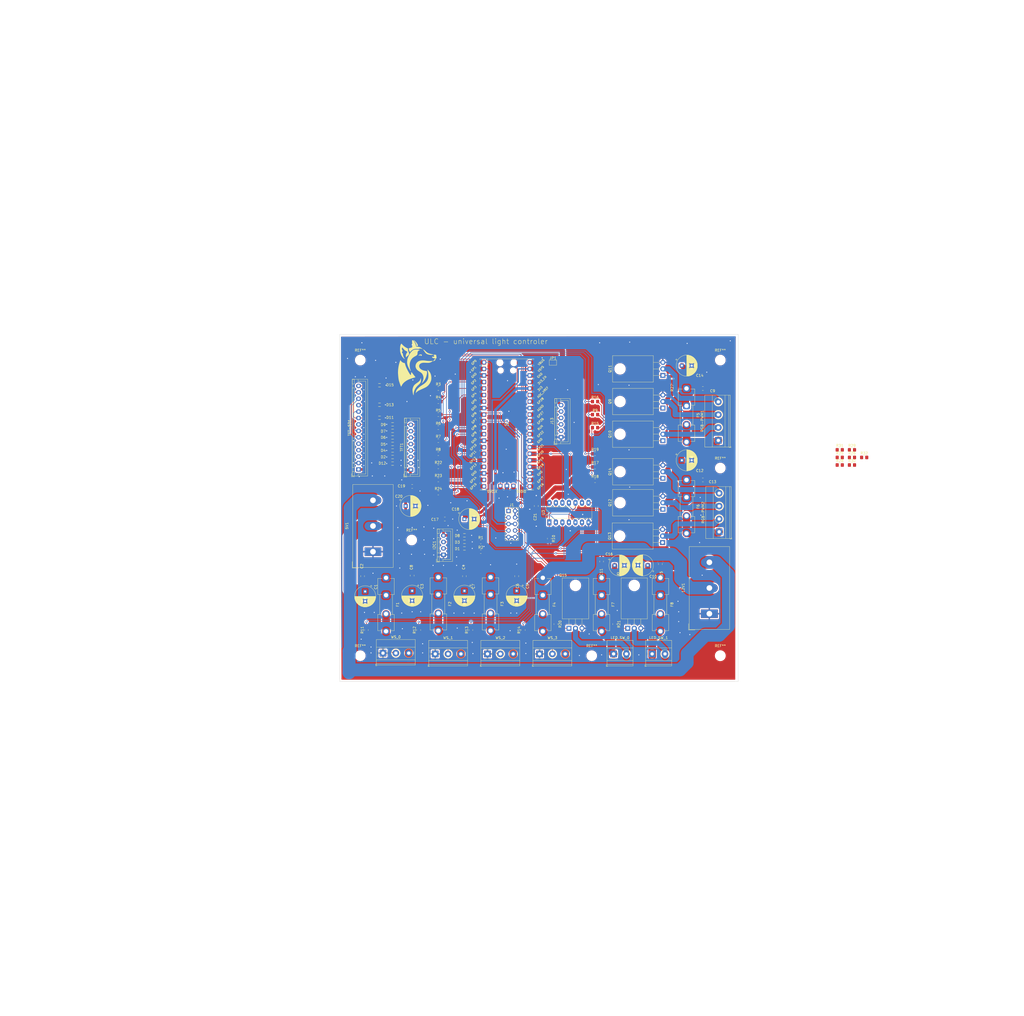
<source format=kicad_pcb>
(kicad_pcb (version 20211014) (generator pcbnew)
  (layers (0 "F.Cu" signal) (31 "B.Cu" signal) (34 "B.Paste" user) (35 "F.Paste" user) (36 "B.SilkS" user "B.Silkscreen") (37 "F.SilkS" user "F.Silkscreen") (38 "B.Mask" user) (39 "F.Mask" user) (44 "Edge.Cuts" user))
  (net 0 "")
  (net 1 "+12V")
  (net 2 "GND")
  (net 3 "+5V")
  (net 4 "Net-(F1-Pad2)")
  (net 5 "Net-(F2-Pad2)")
  (net 6 "Net-(F3-Pad2)")
  (net 7 "Net-(F4-Pad2)")
  (net 8 "Net-(F5-Pad2)")
  (net 9 "Net-(F6-Pad2)")
  (net 10 "Net-(F7-Pad2)")
  (net 11 "Net-(F8-Pad2)")
  (net 12 "Net-(Q9-Pad1)")
  (net 13 "Net-(Q10-Pad1)")
  (net 14 "Net-(Q11-Pad1)")
  (net 15 "GPIO22")
  (net 17 "GPIO_26")
  (net 18 "GPIO_27")
  (net 19 "Net-(Q12-Pad1)")
  (net 20 "GPIO_28")
  (net 22 "Net-(Q13-Pad1)")
  (net 24 "Net-(Q14-Pad1)")
  (net 25 "Net-(Q15-Pad1)")
  (net 26 "Net-(Q16-Pad1)")
  (net 27 "PWM_R")
  (net 28 "Net-(R10-Pad1)")
  (net 29 "Net-(R11-Pad2)")
  (net 30 "Net-(R12-Pad2)")
  (net 31 "Net-(R13-Pad2)")
  (net 32 "Net-(R14-Pad2)")
  (net 33 "PWM_G")
  (net 34 "PWM_B")
  (net 35 "LED_SW_0")
  (net 36 "LED_SW_1")
  (net 37 "DEBUG_TX")
  (net 38 "DEBUG_RX")
  (net 39 "SPI0_SCK")
  (net 40 "SPI0_MOSI")
  (net 41 "SPI0_MISO")
  (net 42 "SPI0_CS0")
  (net 43 "I2C0_SDA")
  (net 44 "I2C0_SCL")
  (net 45 "SPI0_CS2_TFT")
  (net 46 "TFT_nRESET")
  (net 47 "TFT_DC")
  (net 48 "SPI0_CS1")
  (net 49 "TFT_LED")
  (net 50 "LED_DO0")
  (net 51 "LED_DO1")
  (net 52 "LED_DO2")
  (net 53 "LED_DO3")
  (net 54 "+3.3V")
  (net 55 "V_SYS")
  (net 56 "V_BUS_5V")
  (net 57 "DEBUG_SWCLT")
  (net 58 "DEBUG_SWDIO")
  (net 59 "Net-(D1-Pad2)")
  (net 60 "Net-(D2-Pad1)")
  (net 61 "Net-(D3-Pad2)")
  (net 62 "Net-(D4-Pad1)")
  (net 63 "Net-(D5-Pad1)")
  (net 64 "Net-(D6-Pad1)")
  (net 65 "Net-(D7-Pad1)")
  (net 66 "Net-(D9-Pad1)")
  (net 67 "Net-(D11-Pad1)")
  (net 68 "Net-(D13-Pad1)")
  (net 69 "Net-(D15-Pad1)")
  (net 70 "Net-(LED_SW_0-Pad2)")
  (net 71 "Net-(LED_SW_1-Pad2)")
  (net 72 "Net-(Q9-Pad2)")
  (net 73 "Net-(Q10-Pad2)")
  (net 74 "Net-(Q11-Pad2)")
  (net 75 "Net-(Q12-Pad2)")
  (net 76 "Net-(Q13-Pad2)")
  (net 77 "Net-(Q14-Pad2)")
  (net 78 "Net-(R11-Pad1)")
  (net 79 "Net-(R12-Pad1)")
  (net 80 "Net-(R13-Pad1)")
  (net 81 "Net-(R14-Pad1)")
  (footprint "Resistor_SMD:R_0805_2012Metric_Pad1.20x1.40mm_HandSolder" (layer "F.Cu") (at 86.36 160.02 90)
    (fp_text reference "R14")
    (fp_text value "220R" hide)
  )
  (footprint "Resistor_SMD:R_0805_2012Metric_Pad1.20x1.40mm_HandSolder" (layer "F.Cu") (at 99.06 157.72 -90)
    (fp_text reference "R20")
    (fp_text value "1K" hide)
  )
  (footprint "Capacitor_SMD:C_0805_2012Metric_Pad1.18x1.45mm_HandSolder" (layer "F.Cu") (at 116.84 133.35 -90)
    (fp_text reference "C11")
    (fp_text value "100nF" hide)
  )
  (footprint "Resistor_SMD:R_0805_2012Metric_Pad1.20x1.40mm_HandSolder" (layer "F.Cu") (at 96.52 124.46 -90)
    (fp_text reference "R10")
    (fp_text value "1K" hide)
  )
  (footprint "Fuse:Fuseholder_Clip-5x20mm_Eaton_1A5601-01_Inline_P20.80x6.76mm_D1.70mm_Horizontal" (layer "F.Cu") (at 116.84 139.7 -90)
    (fp_text reference "F7")
    (fp_text value "15A")
  )
  (footprint "Package_TO_SOT_THT:TO-220-3_Horizontal_TabDown" (layer "F.Cu") (at 140.675 100.965 90)
    (fp_text reference "Q14")
    (fp_text value "IRLZ34N")
  )
  (footprint "Power_Protection_User:Nexperia-SOD323-09_04_2018-0-0" (layer "F.Cu") (at 35.56 92.71 180)
    (fp_text reference "D2")
    (fp_text value "PESD5V0L1BA,115" hide)
  )
  (footprint "Capacitor_THT:CP_Radial_D8.0mm_P3.80mm" (layer "F.Cu") (at 24.892 145.009349 -90)
    (fp_text reference "C1")
    (fp_text value "100µF" hide)
  )
  (footprint "Power_Protection_User:Nexperia-SOD323-09_04_2018-0-0" (layer "F.Cu") (at 35.56 90.17 180)
    (fp_text reference "D4")
    (fp_text value "PESD5V0L1BA,115" hide)
  )
  (footprint "Resistor_SMD:R_0805_2012Metric_Pad1.20x1.40mm_HandSolder" (layer "F.Cu") (at 53.34 91.44)
    (fp_text reference "R8")
    (fp_text value "22R" hide)
  )
  (footprint "Capacitor_SMD:C_0805_2012Metric_Pad1.18x1.45mm_HandSolder" (layer "F.Cu") (at 139.7 134.352 -90)
    (fp_text reference "C15")
    (fp_text value "100nF" hide)
  )
  (footprint "Package_TO_SOT_THT:TO-220-3_Horizontal_TabDown" (layer "F.Cu") (at 140.675 60.96 90)
    (fp_text reference "Q11")
    (fp_text value "IRLZ34N")
  )
  (footprint "Jumper:SolderJumper-2_P1.3mm_Open_TrianglePad1.0x1.5mm" (layer "F.Cu") (at 97.917 56.007)
    (fp_text reference "JP1")
    (fp_text value "Jumper_2_Open" hide)
  )
  (footprint "Resistor_SMD:R_0805_2012Metric_Pad1.20x1.40mm_HandSolder" (layer "F.Cu") (at 45.72 160.02 90)
    (fp_text reference "R12")
    (fp_text value "220R")
  )
  (footprint "Resistor_SMD:R_0805_2012Metric_Pad1.20x1.40mm_HandSolder" (layer "F.Cu") (at 114.3 96.5708)
    (fp_text reference "R17")
    (fp_text value "1K" hide)
  )
  (footprint "Connector_JST:JST_XH_B8B-XH-A_1x08_P2.50mm_Vertical" (layer "F.Cu") (at 42.655 97.65 90)
    (fp_text reference "TFT1")
    (fp_text value "SPI-TFT" hide)
  )
  (footprint "Resistor_SMD:R_0805_2012Metric_Pad1.20x1.40mm_HandSolder" (layer "F.Cu") (at 53.34 106.68)
    (fp_text reference "R24")
    (fp_text value "22R" hide)
  )
  (footprint "Fuse:Fuseholder_Clip-5x20mm_Eaton_1A5601-01_Inline_P20.80x6.76mm_D1.70mm_Horizontal" (layer "F.Cu") (at 73.66 139.46 -90)
    (fp_text reference "F3")
    (fp_text value "10A")
  )
  (footprint "Resistor_SMD:R_0805_2012Metric_Pad1.20x1.40mm_HandSolder" (layer "F.Cu") (at 53.34 66.04)
    (fp_text reference "R3")
    (fp_text value "22R" hide)
  )
  (footprint "Capacitor_SMD:C_0805_2012Metric_Pad1.18x1.45mm_HandSolder" (layer "F.Cu") (at 83.82 139.065 90)
    (fp_text reference "C6")
    (fp_text value "100nF" hide)
  )
  (footprint "Resistor_SMD:R_0805_2012Metric_Pad1.20x1.40mm_HandSolder" (layer "F.Cu") (at 53.34 81.28)
    (fp_text reference "R6")
    (fp_text value "22R" hide)
  )
  (footprint "MountingHole:MountingHole_3.2mm_M3_DIN965" (layer "F.Cu") (at 43 125)
    (fp_text reference "REF**")
    (fp_text value "MountingHole_3.2mm_M3_DIN965" hide)
  )
  (footprint "MountingHole:MountingHole_3.2mm_M3_DIN965" (layer "F.Cu") (at 23 55)
    (fp_text reference "REF**")
    (fp_text value "MountingHole_3.2mm_M3_DIN965" hide)
  )
  (footprint "TerminalBlock_Phoenix:TerminalBlock_Phoenix_MKDS-1,5-4_1x04_P5.00mm_Horizontal" (layer "F.Cu") (at 162.56 121.8 90)
    (fp_text reference "RGB-PWM2")
    (fp_text value "Screw_Terminal_01x04" hide)
  )
  (footprint "Power_Protection_User:Nexperia-SOD323-09_04_2018-0-0" (layer "F.Cu") (at 35.56 80.01 180)
    (fp_text reference "D9")
    (fp_text value "PESD5V0L1BA,115" hide)
  )
  (footprint "Capacitor_SMD:C_0805_2012Metric_Pad1.18x1.45mm_HandSolder" (layer "F.Cu") (at 156.21 101.6 180)
    (fp_text reference "C13")
    (fp_text value "100nF" hide)
  )
  (footprint "Capacitor_THT:CP_Radial_D8.0mm_P3.80mm" (layer "F.Cu") (at 63.5 144.78 -90)
    (fp_text reference "C7")
    (fp_text value "100µF" hide)
  )
  (footprint "Fuse:Fuseholder_Clip-5x20mm_Eaton_1A5601-01_Inline_P20.80x6.76mm_D1.70mm_Horizontal" (layer "F.Cu") (at 53.34 139.46 -90)
    (fp_text reference "F2")
    (fp_text value "10A")
  )
  (footprint "MountingHole:MountingHole_3.2mm_M3_DIN965" (layer "F.Cu") (at 163 170)
    (fp_text reference "REF**")
    (fp_text value "MountingHole_3.2mm_M3_DIN965" hide)
  )
  (footprint "Capacitor_SMD:C_0805_2012Metric_Pad1.18x1.45mm_HandSolder" (layer "F.Cu") (at 63.5 139.065 90)
    (fp_text reference "C4")
    (fp_text value "100nF" hide)
  )
  (footprint "Power_Protection_User:Nexperia-SOD323-09_04_2018-0-0" (layer "F.Cu") (at 35.56 82.55 180)
    (fp_text reference "D7")
    (fp_text value "PESD5V0L1BA,115" hide)
  )
  (footprint "Capacitor_SMD:C_0805_2012Metric_Pad1.18x1.45mm_HandSolder" (layer "F.Cu") (at 91.44 111.76 -90)
    (fp_text reference "C21")
    (fp_text value "100nF" hide)
  )
  (footprint "Power_Protection_User:Nexperia-SOD323-09_04_2018-0-0" (layer "F.Cu") (at 35.56 85.09 180)
    (fp_text reference "D6")
    (fp_text value "PESD5V0L1BA,115" hide)
  )
  (footprint "Package_TO_SOT_THT:TO-220-3_Horizontal_TabDown" (layer "F.Cu") (at 140.675 86.36 90)
    (fp_text reference "Q10")
    (fp_text value "IRLZ34N")
  )
  (footprint "Resistor_SMD:R_0805_2012Metric_Pad1.20x1.40mm_HandSolder" (layer "F.Cu") (at 114.3 81.28)
    (fp_text reference "R15")
    (fp_text value "1K" hide)
  )
  (footprint "TerminalBlock_Phoenix:TerminalBlock_Phoenix_MKDS-1,5-3_1x03_P5.00mm_Horizontal" (layer "F.Cu") (at 92.71 169.305)
    (fp_text reference "WS_3")
    (fp_text value "Screw_Terminal_01x03" hide)
  )
  (footprint "Capacitor_THT:CP_Radial_D8.0mm_P3.80mm" (layer "F.Cu") (at 121.895349 134.874)
    (fp_text reference "C16")
    (fp_text value "100µF" hide)
  )
  (footprint "Capacitor_THT:CP_Radial_D8.0mm_P3.80mm" (layer "F.Cu") (at 134.771651 134.8232 180)
    (fp_text reference "C10")
    (fp_text value "100µF" hide)
  )
  (footprint "Capacitor_SMD:C_0805_2012Metric_Pad1.18x1.45mm_HandSolder" (layer "F.Cu") (at 156.21 66.04)
    (fp_text reference "C9")
    (fp_text value "100nF" hide)
  )
  (footprint "Connector_PinHeader_2.54mm:PinHeader_2x05_P2.54mm_Vertical" (layer "F.Cu") (at 80.645 113.665)
    (fp_text reference "J1")
    (fp_text value "Conn_02x05_Odd_Even" hide)
  )
  (footprint "Resistor_SMD:R_0805_2012Metric_Pad1.20x1.40mm_HandSolder" (layer "F.Cu") (at 218.948 92.866)
    (fp_text reference "R32")
    (fp_text value "10K")
  )
  (footprint "Resistor_SMD:R_0805_2012Metric_Pad1.20x1.40mm_HandSolder" (layer "F.Cu") (at 214.198 92.866)
    (fp_text reference "R26")
    (fp_text value "10K")
  )
  (footprint "Power_Protection_User:Nexperia-SOD323-09_04_2018-0-0" (layer "F.Cu") (at 30.48 72.39)
    (fp_text reference "D13")
    (fp_text value "PESD5V0L1BA,115" hide)
  )
  (footprint "Power_Protection_User:Nexperia-SOD323-09_04_2018-0-0" (layer "F.Cu") (at 35.56 95.25)
    (fp_text reference "D12")
    (fp_text value "PESD5V0L1BA,115" hide)
  )
  (footprint "TerminalBlock_Phoenix:TerminalBlock_Phoenix_MKDS-1,5-3_1x03_P5.00mm_Horizontal" (layer "F.Cu") (at 72.47 169.305)
    (fp_text reference "WS_2")
    (fp_text value "Screw_Terminal_01x03" hide)
  )
  (footprint "Resistor_SMD:R_0805_2012Metric_Pad1.20x1.40mm_HandSolder" (layer "F.Cu") (at 214.198 89.916)
    (fp_text reference "R29")
    (fp_text value "10K")
  )
  (footprint "Capacitor_THT:CP_Radial_D8.0mm_P3.80mm" (layer "F.Cu") (at 40.64 111.76)
    (fp_text reference "C20")
    (fp_text value "100µF")
  )
  (footprint "MountingHole:MountingHole_3.2mm_M3_DIN965" (layer "F.Cu") (at 113 170)
    (fp_text reference "REF**")
    (fp_text value "MountingHole_3.2mm_M3_DIN965" hide)
  )
  (footprint "Resistor_SMD:R_0805_2012Metric_Pad1.20x1.40mm_HandSolder" (layer "F.Cu") (at 209.448 95.816)
    (fp_text reference "R28")
    (fp_text value "10K")
  )
  (footprint "Resistor_SMD:R_0805_2012Metric_Pad1.20x1.40mm_HandSolder" (layer "F.Cu") (at 69.85 125.73)
    (fp_text reference "R1")
    (fp_text value "22R" hide)
  )
  (footprint "Resistor_SMD:R_0805_2012Metric_Pad1.20x1.40mm_HandSolder" (layer "F.Cu") (at 121.92 157.72 -90)
    (fp_text reference "R21")
    (fp_text value "1K" hide)
  )
  (footprint "Resistor_SMD:R_0805_2012Metric_Pad1.20x1.40mm_HandSolder" (layer "F.Cu") (at 114.3 71.12)
    (fp_text reference "R16")
    (fp_text value "1K" hide)
  )
  (footprint "Capacitor_THT:CP_Radial_D8.0mm_P3.80mm" (layer "F.Cu") (at 43.18 144.78 -90)
    (fp_text reference "C3")
    (fp_text value "100µF" hide)
  )
  (footprint "Capacitor_SMD:C_0805_2012Metric_Pad1.18x1.45mm_HandSolder" (layer "F.Cu") (at 43.18 138.8325 90)
    (fp_text reference "C8")
    (fp_text value "100nF" hide)
  )
  (footprint "Resistor_SMD:R_0805_2012Metric_Pad1.20x1.40mm_HandSolder" (layer "F.Cu") (at 53.34 76.2)
    (fp_text reference "R5")
    (fp_text value "22R" hide)
  )
  (footprint "Resistor_SMD:R_0805_2012Metric_Pad1.20x1.40mm_HandSolder" (layer "F.Cu") (at 114.3 91.44)
    (fp_text reference "R19")
    (fp_text value "1K" hide)
  )
  (footprint "TerminalBlock_Phoenix:TerminalBlock_Phoenix_MKDS-1,5-4_1x04_P5.00mm_Horizontal" (layer "F.Cu") (at 162.23 86.24 90)
    (fp_text reference "RGB-PWM1")
    (fp_text value "Screw_Terminal_01x04" hide)
  )
  (footprint "Fuse:Fuseholder_Clip-5x20mm_Eaton_1A5601-01_Inline_P20.80x6.76mm_D1.70mm_Horizontal" (layer "F.Cu") (at 33.02 139.7 -90)
    (fp_text reference "F1")
    (fp_text value "10A")
  )
  (footprint "Capacitor_THT:CP_Radial_D8.0mm_P3.80mm" (layer "F.Cu") (at 83.82 144.78 -90)
    (fp_text reference "C5")
    (fp_text value "100µF" hide)
  )
  (footprint "Resistor_SMD:R_0805_2012Metric_Pad1.20x1.40mm_HandSolder" (layer "F.Cu") (at 209.448 89.916)
    (fp_text reference "R31")
    (fp_text value "10K")
  )
  (footprint "Power_Protection_User:Nexperia-SOD323-09_04_2018-0-0" (layer "F.Cu") (at 30.48 64.77)
    (fp_text reference "D15")
    (fp_text value "PESD5V0L1BA,115" hide)
  )
  (footprint "Fuse:Fuseholder_Clip-5x20mm_Eaton_1A5601-01_Inline_P20.80x6.76mm_D1.70mm_Horizontal" (layer "F.Cu") (at 93.98 139.7 -90)
    (fp_text reference "F4")
    (fp_text value "10A")
  )
  (footprint "TerminalBlock_Phoenix:TerminalBlock_Phoenix_MKDS-1,5-3_1x03_P5.00mm_Horizontal" (layer "F.Cu") (at 52.15 169.305)
    (fp_text reference "WS_1")
    (fp_text value "Screw_Terminal_01x03" hide)
  )
  (footprint "Resistor_SMD:R_0805_2012Metric_Pad1.20x1.40mm_HandSolder" (layer "F.Cu") (at 144.272 62.23 90)
    (fp_text reference "R27")
    (fp_text value "10K")
  )
  (footprint "MountingHole:MountingHole_3.2mm_M3_DIN965" (layer "F.Cu") (at 23 170)
    (fp_text reference "REF**")
    (fp_text value "MountingHole_3.2mm_M3_DIN965" hide)
  )
  (footprint "TerminalBlock_Dinkle:TerminalBlock_Dinkle_DT-55-B01X-03_P10.00mm" (layer "F.Cu") (at 27.94 129.54 90)
    (fp_text reference "5V1")
    (fp_text value "Screw_Terminal_01x03" hide)
  )
  (footprint "Package_TO_SOT_THT:TO-220-3_Horizontal_TabDown" (layer "F.Cu") (at 140.548 125.984 90)
    (fp_text reference "Q13")
    (fp_text value "IRLZ34N")
  )
  (footprint "Package_TO_SOT_THT:TO-220-3_Horizontal_TabDown" (layer "F.Cu") (at 104.14 159.33)
    (fp_text reference "Q15")
    (fp_text value "IRLZ34N")
  )
  (footprint "Power_Protection_User:Nexperia-SOD323-09_04_2018-0-0" (layer "F.Cu") (at 63.5 123.19 180)
    (fp_text reference "D8")
    (fp_text value "PESD5V0L1BA,115" hide)
  )
  (footprint "Power_Protection_User:Nexperia-SOD323-09_04_2018-0-0" (layer "F.Cu") (at 30.48 77.47)
    (fp_text reference "D11")
    (fp_text value "PESD5V0L1BA,115" hide)
  )
  (footprint "Package_TO_SOT_THT:TO-220-3_Horizontal_TabDown" (layer "F.Cu") (at 140.675 113.03 90)
    (fp_text reference "Q12")
    (fp_text value "IRLZ34N")
  )
  (footprint "Package_TO_SOT_THT:TO-220-3_Horizontal_TabDown" (layer "F.Cu") (at 140.675 73.66 90)
    (fp_text reference "Q9")
    (fp_text value "IRLZ34N")
  )
  (footprint "Fuse:Fuseholder_Clip-5x20mm_Eaton_1A5601-01_Inline_P20.80x6.76mm_D1.70mm_Horizontal" (layer "F.Cu") (at 149.86 66.04 -90)
    (fp_text reference "F5")
    (fp_text value "15A")
  )
  (footprint "Fuse:Fuseholder_Clip-5x20mm_Eaton_1A5601-01_Inline_P20.80x6.76mm_D1.70mm_Horizontal" (layer "F.Cu") (at 149.86 101.6 -90)
    (fp_text reference "F6")
    (fp_text value "15A")
  )
  (footprint "Package_DIP:DIP-14_W7.62mm_LongPads" (layer "F.Cu") (at 96.515 118.125 90)
    (fp_text reference "U3")
    (fp_text value "74125")
  )
  (footprint "Modules_User:RPi_Pico_SMD_TH" (layer "F.Cu") (at 80.01 80.01)
    (fp_text reference "U1")
    (fp_text value "Pico")
  )
  (footprint "TerminalBlock_Phoenix:TerminalBlock_Phoenix_MKDS-1,5-2_1x02_P5.00mm_Horizontal" (layer "F.Cu") (at 136.5 169.305)
    (fp_text reference "LED_SW_1")
    (fp_text value "Screw_Terminal_01x02" hide)
  )
  (footprint "TerminalBlock_Phoenix:TerminalBlock_Phoenix_MKDS-1,5-3_1x03_P5.00mm_Horizontal" (layer "F.Cu") (at 31.83 169)
    (fp_text reference "WS_0")
    (fp_text value "Screw_Terminal_01x03" hide)
  )
  (footprint "Resistor_SMD:R_0805_2012Metric_Pad1.20x1.40mm_HandSolder" (layer "F.Cu") (at 114.3 101.9556)
    (fp_text reference "R18")
    (fp_text value "1K" hide)
  )
  (footprint "Resistor_SMD:R_0805_2012Metric_Pad1.20x1.40mm_HandSolder" (layer "F.Cu") (at 53.34 101.6)
    (fp_text reference "R23")
    (fp_text value "22R" hide)
  )
  (footprint "Resistor_SMD:R_0805_2012Metric_Pad1.20x1.40mm_HandSolder" (layer "F.Cu") (at 53.34 86.36)
    (fp_text reference "R7")
    (fp_text value "22R" hide)
  )
  (footprint "Resistor_SMD:R_0805_2012Metric_Pad1.20x1.40mm_HandSolder" (layer "F.Cu") (at 214.198 95.816)
    (fp_text reference "R30")
    (fp_text value "10K")
  )
  (footprint "Resistor_SMD:R_0805_2012Metric_Pad1.20x1.40mm_HandSolder" (layer "F.Cu") (at 66.04 160.02 90)
    (fp_text reference "R13")
    (fp_text value "220R")
  )
  (footprint "Capacitor_SMD:C_0805_2012Metric_Pad1.18x1.45mm_HandSolder" (layer "F.Cu") (at 23.8975 139.065 90)
    (fp_text reference "C2")
    (fp_text value "100nF" hide)
  )
  (footprint "Capacitor_THT:CP_Radial_D8.0mm_P3.80mm" (layer "F.Cu") (at 148.057349 93.98)
    (fp_text reference "C12")
    (fp_text value "100µF" hide)
  )
  (footprint "Resistor_SMD:R_0805_2012Metric_Pad1.20x1.40mm_HandSolder" (layer "F.Cu") (at 53.34 96.52)
    (fp_text reference "R22")
    (fp_text value "22R" hide)
  )
  (footprint "Power_Protection_User:Nexperia-SOD323-09_04_2018-0-0" (layer "F.Cu") (at 63.5 128.27 180)
    (fp_text reference "D1")
    (fp_text value "PESD5V0L1BA,115" hide)
  )
  (footprint "Resistor_SMD:R_0805_2012Metric_Pad1.20x1.40mm_HandSolder" (layer "F.Cu") (at 25.4 160.02 90)
    (fp_text reference "R11")
    (fp_text value "220R")
  )
  (footprint "Resistor_SMD:R_0805_2012Metric_Pad1.20x1.40mm_HandSolder" (layer "F.Cu") (at 114.3 76.2)
    (fp_text reference "R9")
    (fp_text value "1K" hide)
  )
  (footprint "MountingHole:MountingHole_3.2mm_M3_DIN965" (layer "F.Cu") (at 163 97)
    (fp_text reference "REF**")
    (fp_text value "MountingHole_3.2mm_M3_DIN965" hide)
  )
  (footprint "TerminalBlock_Dinkle:TerminalBlock_Dinkle_DT-55-B01X-03_P10.00mm" (layer "F.Cu") (at 158.75 153.67 90)
    (fp_text reference "12V1")
    (fp_text value "Screw_Terminal_01x03" hide)
  )
  (footprint "Capacitor_THT:CP_Radial_D8.0mm_P3.80mm" (layer "F.Cu") (at 63.5 116.84)
    (fp_text reference "C18")
    (fp_text value "100µF" hide)
  )
  (footprint "Resistor_SMD:R_0805_2012Metric_Pad1.20x1.40mm_HandSolder" (layer "F.Cu") (at 69.85 129.54)
    (fp_text reference "R2")
    (fp_text value "22R" hide)
  )
  (footprint "Package_TO_SOT_THT:TO-220-3_Horizontal_TabDown" (layer "F.Cu") (at 127 159.33)
    (fp_text reference "Q16")
    (fp_text value "IRLZ34N")
  )
  (footprint "Power_Protection_User:Nexperia-SOD323-09_04_2018-0-0" (layer "F.Cu") (at 63.5 125.73 180)
    (fp_text reference "D3")
    (fp_text value "PESD5V0L1BA,115" hide)
  )
  (footprint "Connector_JST:JST_XH_B6B-XH-A_1x06_P2.50mm_Vertical" (layer "F.Cu") (at 101.075 84.99 90)
    (fp_text reference "J13")
    (fp_text value "Conn_01x06_Male" hide)
  )
  (footprint "Resistor_SMD:R_0805_2012Metric_Pad1.20x1.40mm_HandSolder" (layer "F.Cu") (at 53.34 71.12)
    (fp_text reference "R4")
    (fp_text value "22R" hide)
  )
  (footprint "Fuse:Fuseholder_Clip-5x20mm_Eaton_1A5601-01_Inline_P20.80x6.76mm_D1.70mm_Horizontal" (layer "F.Cu") (at 139.7 139.7 -90)
    (fp_text reference "F8")
    (fp_text value "15A")
  )
  (footprint "TerminalBlock_Phoenix:TerminalBlock_Phoenix_MKDS-1,5-2_1x02_P5.00mm_Horizontal" (layer "F.Cu") (at 121.5 169.305)
    (fp_text reference "LED_SW_0")
    (fp_text value "Screw_Terminal_01x02" hide)
  )
  (footprint "Connector_JST:JST_XH_B14B-XH-A_1x14_P2.50mm_Vertical" (layer "F.Cu") (at 22.335 97.53 90)
    (fp_text reference "TFT-SD1")
    (fp_text value "SPI-TFT & SD Card" hide)
  )
  (footprint "Capacitor_SMD:C_0805_2012Metric_Pad1.18x1.45mm_HandSolder" (layer "F.Cu") (at 55.88 116.84)
    (fp_text reference "C17")
    (fp_text value "100nF" hide)
  )
  (footprint "Capacitor_THT:CP_Radial_D8.0mm_P3.80mm" (layer "F.Cu") (at 148.057349 57.15)
    (fp_text reference "C14")
    (fp_text value "100µF" hide)
  )
  (footprint "Resistor_SMD:R_0805_2012Metric_Pad1.20x1.40mm_HandSolder" (layer "F.Cu") (at 209.448 92.866)
    (fp_text reference "R25")
    (fp_text value "10K")
  )
  (footprint "MountingHole:MountingHole_3.2mm_M3_DIN965" (layer "F.Cu") (at 163 55)
    (fp_text reference "REF**")
    (fp_text value "MountingHole_3.2mm_M3_DIN965" hide)
  )
  (footprint "Connector_JST:JST_XH_B4B-XH-A_1x04_P2.50mm_Vertical" (layer "F.Cu") (at 55.355 130.75 90)
    (fp_text reference "I2C1")
    (fp_text value "I2C-3V3" hide)
  )
  (footprint "Power_Protection_User:Nexperia-SOD323-09_04_2018-0-0" (layer "F.Cu") (at 35.56 87.63 180)
    (fp_text reference "D5")
    (fp_text value "PESD5V0L1BA,115" hide)
  )
  (footprint "Capacitor_SMD:C_0805_2012Metric_Pad1.18x1.45mm_HandSolder" (layer "F.Cu") (at 43.18 104.14)
    (fp_text reference "C19")
    (fp_text value "100nF" hide)
  )
  (gr_poly (pts (xy 51.980161 54.59205) (xy 51.983915 54.592318) (xy 51.987614 54.592691) (xy 51.991252 54.593167) (xy 51.994825 54.593743) (xy 51.998329 54.594417) (xy 52.001758 54.595184) (xy 52.005107 54.596041) (xy 52.008373 54.596987) (xy 52.011549 54.598018) (xy 52.014632 54.599131) (xy 52.017616 54.600322) (xy 52.020497 54.60159) (xy 52.023271 54.60293) (xy 52.025931 54.60434) (xy 52.028474 54.605817) (xy 52.030895 54.607358) (xy 52.033188 54.60896) (xy 52.03535 54.61062) (xy 52.037376 54.612335) (xy 52.03926 54.614101) (xy 52.040998 54.615916) (xy 52.042585 54.617778) (xy 52.044016 54.619682) (xy 52.045287 54.621626) (xy 52.046393 54.623606) (xy 52.047329 54.625621) (xy 52.04809 54.627666) (xy 52.048672 54.62974) (xy 52.049069 54.631838) (xy 52.049278 54.633958) (xy 52.049293 54.636097) (xy 52.049802 54.641053) (xy 52.050571 54.643365) (xy 52.051682 54.645565) (xy 52.05494 54.649626) (xy 52.059582 54.653227) (xy 52.065616 54.65636) (xy 52.07305 54.659018) (xy 52.08189 54.661193) (xy 52.092143 54.662876) (xy 52.103818 54.66406) (xy 52.11692 54.664736) (xy 52.131458 54.664898) (xy 52.147438 54.664537) (xy 52.164868 54.663644) (xy 52.183755 54.662213) (xy 52.204106 54.660235) (xy 52.225929 54.657703) (xy 52.254356 54.654564) (xy 52.279516 54.652007) (xy 52.301563 54.650081) (xy 52.320651 54.648837) (xy 52.329134 54.648486) (xy 52.336936 54.648323) (xy 52.344076 54.648356) (xy 52.350573 54.64859) (xy 52.356447 54.649031) (xy 52.361717 54.649686) (xy 52.366402 54.650561) (xy 52.370523 54.651662) (xy 52.374097 54.652996) (xy 52.377145 54.654568) (xy 52.379686 54.656385) (xy 52.38174 54.658452) (xy 52.38259 54.659582) (xy 52.383325 54.660777) (xy 52.384461 54.663365) (xy 52.385168 54.666223) (xy 52.385464 54.669357) (xy 52.38537 54.672772) (xy 52.384904 54.676476) (xy 52.384087 54.680474) (xy 52.382936 54.684772) (xy 52.381473 54.689378) (xy 52.379715 54.694296) (xy 52.375396 54.705097) (xy 52.361472 54.733337) (xy 52.346471 54.760949) (xy 52.31341 54.814356) (xy 52.27656 54.865451) (xy 52.236269 54.914368) (xy 52.192887 54.961243) (xy 52.14676 55.006209) (xy 52.098236 55.0494) (xy 52.047665 55.090951) (xy 51.995393 55.130997) (xy 51.94177 55.169671) (xy 51.887142 55.207108) (xy 51.831859 55.243442) (xy 51.720717 55.313338) (xy 51.611129 55.380435) (xy 51.611182 55.380328) (xy 51.585692 55.392539) (xy 51.56145 55.403497) (xy 51.53847 55.413217) (xy 51.516763 55.421715) (xy 51.496343 55.429006) (xy 51.477223 55.435104) (xy 51.459415 55.440024) (xy 51.442932 55.443782) (xy 51.427787 55.446392) (xy 51.413993 55.447869) (xy 51.401561 55.448229) (xy 51.390506 55.447486) (xy 51.380839 55.445655) (xy 51.372575 55.442751) (xy 51.365724 55.43879) (xy 51.3603 55.433785) (xy 51.356316 55.427753) (xy 51.353785 55.420708) (xy 51.352719 55.412665) (xy 51.353131 55.403639) (xy 51.355034 55.393646) (xy 51.35844 55.382699) (xy 51.363363 55.370814) (xy 51.369815 55.358006) (xy 51.377808 55.34429) (xy 51.387356 55.329681) (xy 51.398472 55.314193) (xy 51.411167 55.297843) (xy 51.425455 55.280644) (xy 51.441349 55.262612) (xy 51.458861 55.243762) (xy 51.478004 55.224109) (xy 51.494716 55.206783) (xy 51.512316 55.187516) (xy 51.549588 55.143974) (xy 51.588629 55.09511) (xy 51.628246 55.042552) (xy 51.667247 54.987929) (xy 51.704442 54.932869) (xy 51.738639 54.878998) (xy 51.768646 54.827945) (xy 51.785782 54.797819) (xy 51.802223 54.769912) (xy 51.818 54.744189) (xy 51.833142 54.720612) (xy 51.84768 54.699146) (xy 51.861644 54.679753) (xy 51.875064 54.662398) (xy 51.88797 54.647045) (xy 51.89424 54.640107) (xy 51.900393 54.633656) (xy 51.906433 54.627687) (xy 51.912363 54.622195) (xy 51.918187 54.617177) (xy 51.92391 54.612627) (xy 51.929534 54.608541) (xy 51.935064 54.604914) (xy 51.940503 54.601742) (xy 51.945855 54.599021) (xy 51.951124 54.596745) (xy 51.956314 54.59491) (xy 51.961428 54.593512) (xy 51.966471 54.592546) (xy 51.971445 54.592007) (xy 51.976356 54.591892)) (layer "F.SilkS") (width 0) (fill solid))
  (gr_poly (pts (xy 46.547126 52.776578) (xy 46.587208 52.779713) (xy 46.626581 52.785256) (xy 46.665112 52.793324) (xy 46.702667 52.804032) (xy 46.739115 52.817496) (xy 46.774322 52.833832) (xy 46.808156 52.853155) (xy 46.840484 52.875581) (xy 46.871174 52.901226) (xy 46.900093 52.930205) (xy 46.927108 52.962635) (xy 46.937654 52.98779) (xy 46.946357 53.011242) (xy 46.95 53.022393) (xy 46.953161 53.033195) (xy 46.955835 53.043673) (xy 46.958014 53.053853) (xy 46.959692 53.063761) (xy 46.960861 53.073422) (xy 46.961514 53.082861) (xy 46.961646 53.092105) (xy 46.96125 53.101179) (xy 46.960317 53.110109) (xy 46.958843 53.118919) (xy 46.956819 53.127636) (xy 46.95424 53.136285) (xy 46.951098 53.144892) (xy 46.947386 53.153483) (xy 46.943099 53.162082) (xy 46.938228 53.170716) (xy 46.932768 53.179411) (xy 46.926711 53.18819) (xy 46.920051 53.197082) (xy 46.912781 53.20611) (xy 46.904894 53.2153) (xy 46.887242 53.234271) (xy 46.867041 53.254199) (xy 46.844238 53.275288) (xy 46.844218 53.27486) (xy 46.829264 53.2879) (xy 46.814327 53.300023) (xy 46.799404 53.311237) (xy 46.784488 53.321552) (xy 46.769573 53.330976) (xy 46.754655 53.339517) (xy 46.739728 53.347186) (xy 46.724786 53.353991) (xy 46.709824 53.359939) (xy 46.694835 53.365041) (xy 46.679815 53.369305) (xy 46.664758 53.37274) (xy 46.649659 53.375354) (xy 46.634511 53.377156) (xy 46.61931 53.378155) (xy 46.604049 53.378361) (xy 46.584433 53.377642) (xy 46.567041 53.376597) (xy 46.551745 53.37509) (xy 46.538418 53.372988) (xy 46.532454 53.371671) (xy 46.526935 53.370154) (xy 46.521845 53.368421) (xy 46.517167 53.366455) (xy 46.512888 53.364238) (xy 46.508989 53.361755) (xy 46.505456 53.358987) (xy 46.502273 53.355919) (xy 46.499424 53.352533) (xy 46.496893 53.348812) (xy 46.494664 53.34474) (xy 46.492722 53.3403) (xy 46.49105 53.335475) (xy 46.489632 53.330248) (xy 46.488454 53.324602) (xy 46.487498 53.31852) (xy 46.486192 53.304981) (xy 46.485588 53.289498) (xy 46.485558 53.271934) (xy 46.485976 53.252155) (xy 46.486212 53.222538) (xy 46.485882 53.208616) (xy 46.485251 53.195278) (xy 46.484313 53.182518) (xy 46.483067 53.170331) (xy 46.481508 53.158711) (xy 46.479633 53.147654) (xy 46.477439 53.137152) (xy 46.474922 53.127202) (xy 46.472078 53.117798) (xy 46.468906 53.108933) (xy 46.4654 53.100603) (xy 46.461558 53.092802) (xy 46.457377 53.085525) (xy 46.452852 53.078766) (xy 46.447981 53.07252) (xy 46.44276 53.066781) (xy 46.437185 53.061544) (xy 46.431255 53.056803) (xy 46.424963 53.052553) (xy 46.418309 53.048789) (xy 46.411288 53.045504) (xy 46.403896 53.042694) (xy 46.396131 53.040353) (xy 46.387989 53.038476) (xy 46.379466 53.037056) (xy 46.370559 53.03609) (xy 46.361266 53.03557) (xy 46.351581 53.035493) (xy 46.341503 53.035851) (xy 46.331027 53.03664) (xy 46.319003 53.038209) (xy 46.307736 53.040365) (xy 46.297208 53.043126) (xy 46.292217 53.044737) (xy 46.287404 53.046504) (xy 46.282768 53.048429) (xy 46.278308 53.050515) (xy 46.274019 53.052762) (xy 46.269902 53.055172) (xy 46.265954 53.057749) (xy 46.262172 53.060492) (xy 46.258555 53.063405) (xy 46.2551 53.066488) (xy 46.251806 53.069745) (xy 46.248671 53.073176) (xy 46.245692 53.076783) (xy 46.242867 53.080569) (xy 46.240195 53.084534) (xy 46.237674 53.088682) (xy 46.2353 53.093014) (xy 46.233074 53.097531) (xy 46.230991 53.102235) (xy 46.229051 53.107129) (xy 46.225589 53.117491) (xy 46.222672 53.128633) (xy 46.220283 53.140568) (xy 46.215521 53.165242) (xy 46.212922 53.176585) (xy 46.210168 53.187269) (xy 46.207254 53.197299) (xy 46.204173 53.206677) (xy 46.200918 53.215408) (xy 46.197482 53.223494) (xy 46.193859 53.230939) (xy 46.190044 53.237746) (xy 46.186028 53.243919) (xy 46.181805 53.249462) (xy 46.17737 53.254377) (xy 46.172715 53.258669) (xy 46.167834 53.26234) (xy 46.16272 53.265394) (xy 46.157367 53.267835) (xy 46.151768 53.269666) (xy 46.145917 53.27089) (xy 46.139808 53.271511) (xy 46.133433 53.271532) (xy 46.126786 53.270958) (xy 46.11986 53.26979) (xy 46.11265 53.268033) (xy 46.105148 53.26569) (xy 46.097348 53.262765) (xy 46.089244 53.25926) (xy 46.080829 53.25518) (xy 46.072096 53.250528) (xy 46.063039 53.245307) (xy 46.043925 53.233173) (xy 46.029994 53.224148) (xy 46.016726 53.216186) (xy 46.003984 53.209273) (xy 45.99163 53.203393) (xy 45.979525 53.198532) (xy 45.967531 53.194674) (xy 45.955511 53.191806) (xy 45.943326 53.189913) (xy 45.930839 53.188979) (xy 45.91791 53.18899) (xy 45.904403 53.189931) (xy 45.890179 53.191788) (xy 45.8751 53.194545) (xy 45.859028 53.198188) (xy 45.841825 53.202702) (xy 45.823352 53.208073) (xy 45.810489 53.212134) (xy 45.797972 53.216416) (xy 45.785868 53.220884) (xy 45.774241 53.225504) (xy 45.763159 53.230242) (xy 45.752687 53.235063) (xy 45.742891 53.239932) (xy 45.733837 53.244816) (xy 45.725592 53.24968) (xy 45.71822 53.254489) (xy 45.714883 53.256862) (xy 45.711789 53.259209) (xy 45.708946 53.261526) (xy 45.706364 53.263807) (xy 45.704049 53.266049) (xy 45.702011 53.268247) (xy 45.700257 53.270397) (xy 45.698796 53.272495) (xy 45.697636 53.274536) (xy 45.696785 53.276516) (xy 45.696252 53.278432) (xy 45.696044 53.280277) (xy 45.695933 53.281959) (xy 45.695722 53.283625) (xy 45.695414 53.285273) (xy 45.69501 53.2869) (xy 45.694514 53.288504) (xy 45.693929 53.290082) (xy 45.693256 53.291632) (xy 45.692498 53.29315) (xy 45.691658 53.294635) (xy 45.690739 53.296083) (xy 45.689742 53.297491) (xy 45.688671 53.298858) (xy 45.687528 53.30018) (xy 45.686315 53.301455) (xy 45.685036 53.30268) (xy 45.683692 53.303852) (xy 45.682287 53.304969) (xy 45.680822 53.306028) (xy 45.6793 53.307027) (xy 45.677725 53.307962) (xy 45.676098 53.308832) (xy 45.674422 53.309632) (xy 45.672699 53.310362) (xy 45.670932 53.311018) (xy 45.669124 53.311597) (xy 45.667278 53.312096) (xy 45.665394 53.312514) (xy 45.663478 53.312848) (xy 45.66153 53.313094) (xy 45.659553 53.31325) (xy 45.657551 53.313314) (xy 45.655524 53.313282) (xy 45.648103 53.312736) (xy 45.641478 53.311565) (xy 45.635643 53.309784) (xy 45.63059 53.307409) (xy 45.626311 53.304456) (xy 45.6228 53.30094) (xy 45.620048 53.296876) (xy 45.618049 53.292279) (xy 45.616794 53.287165) (xy 45.616277 53.28155) (xy 45.61649 53.275448) (xy 45.617425 53.268876) (xy 45.619076 53.261848) (xy 45.621434 53.254379) (xy 45.628243 53.238184) (xy 45.637793 53.220413) (xy 45.650024 53.201189) (xy 45.664877 53.180635) (xy 45.682292 53.158875) (xy 45.70221 53.136031) (xy 45.72457 53.112227) (xy 45.749314 53.087585) (xy 45.776382 53.062229) (xy 45.827142 53.020773) (xy 45.885677 52.979694) (xy 45.950924 52.939918) (xy 46.021823 52.902371) (xy 46.097313 52.867979) (xy 46.176331 52.837666) (xy 46.257817 52.81236) (xy 46.340708 52.792986) (xy 46.423945 52.780469) (xy 46.465361 52.777072) (xy 46.506466 52.775736)) (layer "F.SilkS") (width 0) (fill solid))
  (gr_poly (pts (xy 38.607212 55.044349) (xy 38.609906 55.044962) (xy 38.612853 55.046034) (xy 38.619465 55.04951) (xy 38.626969 55.054689) (xy 38.635285 55.061483) (xy 38.644335 55.069803) (xy 38.654038 55.079561) (xy 38.664315 55.090667) (xy 38.675087 55.103034) (xy 38.686275 55.116574) (xy 38.697799 55.131197) (xy 38.70958 55.146815) (xy 38.721538 55.16334) (xy 38.733594 55.180684) (xy 38.745668 55.198757) (xy 38.757682 55.217471) (xy 38.817933 55.307511) (xy 38.883236 55.394249) (xy 38.953248 55.477459) (xy 39.027631 55.556915) (xy 39.106044 55.63239) (xy 39.188147 55.703659) (xy 39.273599 55.770495) (xy 39.362059 55.832673) (xy 39.453189 55.889966) (xy 39.546646 55.942149) (xy 39.642091 55.988994) (xy 39.739184 56.030277) (xy 39.837585 56.065771) (xy 39.936952 56.095249) (xy 40.036945 56.118487) (xy 40.137225 56.135257) (xy 40.333812 56.161655) (xy 40.39229 56.422969) (xy 40.460262 56.683472) (xy 40.53734 56.943328) (xy 40.623136 57.202702) (xy 40.717263 57.461759) (xy 40.819333 57.720662) (xy 40.928957 57.979577) (xy 41.045749 58.238668) (xy 41.299285 58.758036) (xy 41.576836 59.280083) (xy 41.875302 59.806126) (xy 42.191581 60.337482) (xy 42.293356 60.462207) (xy 42.381681 60.568892) (xy 42.420922 60.615609) (xy 42.456949 60.657984) (xy 42.489811 60.696074) (xy 42.519558 60.729933) (xy 42.546238 60.759618) (xy 42.569902 60.785186) (xy 42.590599 60.806692) (xy 42.608377 60.824192) (xy 42.623288 60.837743) (xy 42.63538 60.8474) (xy 42.640384 60.850786) (xy 42.644703 60.853219) (xy 42.648341 60.854707) (xy 42.651305 60.855257) (xy 42.652951 60.854872) (xy 42.654667 60.853639) (xy 42.658295 60.848716) (xy 42.662156 60.840653) (xy 42.666214 60.829621) (xy 42.674789 60.799317) (xy 42.683747 60.759148) (xy 42.692814 60.710458) (xy 42.701718 60.654592) (xy 42.710186 60.592893) (xy 42.717944 60.526706) (xy 42.730991 60.407064) (xy 42.743371 60.297806) (xy 42.755156 60.198565) (xy 42.766414 60.108975) (xy 42.777215 60.028671) (xy 42.787629 59.957286) (xy 42.797726 59.894454) (xy 42.807575 59.83981) (xy 42.817247 59.792988) (xy 42.82681 59.753621) (xy 42.831572 59.736619) (xy 42.836334 59.721343) (xy 42.841103 59.707749) (xy 42.845889 59.69579) (xy 42.8507 59.68542) (xy 42.855545 59.676593) (xy 42.860432 59.669265) (xy 42.865371 59.663389) (xy 42.87037 59.658919) (xy 42.875438 59.65581) (xy 42.880583 59.654016) (xy 42.885814 59.653491) (xy 42.890647 59.655151) (xy 42.89773 59.659811) (xy 42.906926 59.667318) (xy 42.918095 59.677518) (xy 42.945803 59.70538) (xy 42.979746 59.742169) (xy 43.018819 59.786655) (xy 43.061915 59.837609) (xy 43.107927 59.893799) (xy 43.15575 59.953998) (xy 43.33976 60.188701) (xy 43.45296 60.332355) (xy 43.58571 60.506661) (xy 43.816756 60.814989) (xy 43.935488 60.973331) (xy 44.036233 61.10593) (xy 44.076533 61.158234) (xy 44.108345 61.198891) (xy 44.130336 61.226163) (xy 44.137234 61.234237) (xy 44.141177 61.238314) (xy 44.1525 61.249424) (xy 44.167995 61.267032) (xy 44.208795 61.317933) (xy 44.258151 61.383402) (xy 44.310638 61.455828) (xy 44.360831 61.527595) (xy 44.403304 61.591091) (xy 44.41995 61.617358) (xy 44.432632 61.638701) (xy 44.440671 61.65417) (xy 44.442737 61.659405) (xy 44.443389 61.662813) (xy 44.441325 61.66876) (xy 44.435252 61.675323) (xy 44.424804 61.682622) (xy 44.409617 61.690778) (xy 44.363572 61.710141) (xy 44.294203 61.734373) (xy 44.198595 61.764438) (xy 44.073835 61.801297) (xy 43.725204 61.899248) (xy 43.387576 61.995342) (xy 43.044852 62.099532) (xy 42.698433 62.213715) (xy 42.349721 62.339792) (xy 42.000117 62.479662) (xy 41.825419 62.555363) (xy 41.651023 62.635225) (xy 41.477104 62.719484) (xy 41.303839 62.808379) (xy 41.131402 62.902147) (xy 40.959968 63.001024) (xy 40.909592 63.032536) (xy 40.851152 63.071185) (xy 40.71567 63.165603) (xy 40.564705 63.275698) (xy 40.409439 63.39289) (xy 40.261054 63.5086) (xy 40.130731 63.614247) (xy 40.029654 63.701252) (xy 39.993577 63.735081) (xy 39.969005 63.761033) (xy 39.95764 63.774113) (xy 39.943242 63.790109) (xy 39.90769 63.828363) (xy 39.867048 63.870828) (xy 39.826011 63.912538) (xy 39.769612 63.969567) (xy 39.719975 64.021243) (xy 39.675526 64.069411) (xy 39.634691 64.115918) (xy 39.5959 64.16261) (xy 39.557578 64.211331) (xy 39.518152 64.26393) (xy 39.476051 64.322251) (xy 39.476012 64.322267) (xy 39.433642 64.384462) (xy 39.392696 64.447864) (xy 39.314473 64.577516) (xy 39.240144 64.70967) (xy 39.168507 64.842773) (xy 39.028507 65.105611) (xy 38.957743 65.232241) (xy 38.884868 65.353608) (xy 38.883183 65.353356) (xy 38.881349 65.352686) (xy 38.87726 65.350136) (xy 38.872651 65.346042) (xy 38.867571 65.340487) (xy 38.862071 65.333555) (xy 38.8562 65.325329) (xy 38.850007 65.315893) (xy 38.843544 65.305331) (xy 38.830004 65.281163) (xy 38.815977 65.253493) (xy 38.801862 65.22299) (xy 38.788058 65.190324) (xy 38.755978 65.112168) (xy 38.717043 65.019439) (xy 38.676164 64.923732) (xy 38.638252 64.83664) (xy 38.571178 64.675534) (xy 38.506433 64.505903) (xy 38.443663 64.329817) (xy 38.382517 64.149348) (xy 38.147132 63.425035) (xy 38.085426 63.235997) (xy 38.030195 63.040532) (xy 37.980959 62.839493) (xy 37.937236 62.633731) (xy 37.898542 62.4241) (xy 37.864397 62.211452) (xy 37.807822 61.780514) (xy 37.763656 61.347737) (xy 37.728042 60.919941) (xy 37.667045 60.10657) (xy 37.665081 59.835002) (xy 37.668699 59.564108) (xy 37.692411 59.024845) (xy 37.737639 58.489793) (xy 37.803843 57.95996) (xy 37.890482 57.436357) (xy 37.997016 56.919994) (xy 38.122903 56.411881) (xy 38.267604 55.913028) (xy 38.340405 55.690627) (xy 38.40219 55.506405) (xy 38.429293 55.427727) (xy 38.454051 55.357534) (xy 38.476601 55.295473) (xy 38.497077 55.241189) (xy 38.515617 55.194331) (xy 38.532357 55.154544) (xy 38.547434 55.121476) (xy 38.560982 55.094772) (xy 38.567226 55.083697) (xy 38.573139 55.07408) (xy 38.578738 55.065879) (xy 38.58404 55.059047) (xy 38.589063 55.053542) (xy 38.593823 55.04932) (xy 38.598337 55.046335) (xy 38.602622 55.044544) (xy 38.604781 55.044206)) (layer "F.SilkS") (width 0) (fill solid))
  (gr_poly (pts (xy 39.022483 48.590531) (xy 39.024301 48.591148) (xy 39.028819 48.593608) (xy 39.034448 48.597633) (xy 39.04111 48.603139) (xy 39.048727 48.610041) (xy 39.057221 48.618255) (xy 39.076529 48.638284) (xy 39.098409 48.662551) (xy 39.122238 48.690383) (xy 39.147391 48.721107) (xy 39.173244 48.754048) (xy 39.238946 48.835876) (xy 39.315004 48.923873) (xy 39.400069 49.016672) (xy 39.492791 49.112903) (xy 39.591823 49.211199) (xy 39.695813 49.310189) (xy 39.803414 49.408506) (xy 39.913276 49.50478) (xy 40.081963 49.642168) (xy 40.259783 49.776153) (xy 40.445406 49.905411) (xy 40.54073 49.967852) (xy 40.637506 50.028616) (xy 40.73557 50.087535) (xy 40.834756 50.144444) (xy 40.934897 50.199178) (xy 41.035827 50.251571) (xy 41.137381 50.301457) (xy 41.239393 50.348672) (xy 41.341696 50.393048) (xy 41.444125 50.434422) (xy 41.46394 50.435827) (xy 41.481712 50.438991) (xy 41.497514 50.444143) (xy 41.504698 50.447536) (xy 41.511417 50.451511) (xy 41.51768 50.456097) (xy 41.523495 50.461322) (xy 41.528872 50.467216) (xy 41.533819 50.473806) (xy 41.538346 50.481121) (xy 41.542462 50.48919) (xy 41.549494 50.507702) (xy 41.55499 50.529571) (xy 41.559021 50.555024) (xy 41.561658 50.584289) (xy 41.562975 50.617595) (xy 41.563043 50.65517) (xy 41.561934 50.697242) (xy 41.559721 50.744038) (xy 41.556476 50.795788) (xy 41.553661 50.849683) (xy 41.552789 50.902976) (xy 41.553939 50.955997) (xy 41.557189 51.009077) (xy 41.562619 51.062546) (xy 41.570307 51.116735) (xy 41.580331 51.171975) (xy 41.592771 51.228595) (xy 41.607706 51.286927) (xy 41.625213 51.347301) (xy 41.645372 51.410047) (xy 41.668262 51.475497) (xy 41.693962 51.543981) (xy 41.722549 51.615828) (xy 41.788703 51.770939) (xy 41.811681 51.824859) (xy 41.833935 51.880961) (xy 41.854918 51.9376) (xy 41.874084 51.993134) (xy 41.890888 52.04592) (xy 41.904784 52.094315) (xy 41.915226 52.136676) (xy 41.918981 52.15508) (xy 41.921668 52.17136) (xy 41.926571 52.20289) (xy 41.932569 52.236245) (xy 41.939429 52.270415) (xy 41.946913 52.304392) (xy 41.954787 52.337167) (xy 41.962814 52.36773) (xy 41.97076 52.395073) (xy 41.978389 52.418186) (xy 41.982896 52.432105) (xy 41.98654 52.446384) (xy 41.98931 52.461119) (xy 41.991193 52.476409) (xy 41.99218 52.492348) (xy 41.992258 52.509033) (xy 41.991415 52.52656) (xy 41.989641 52.545027) (xy 41.986923 52.564528) (xy 41.983251 52.585161) (xy 41.978613 52.607022) (xy 41.972997 52.630207) (xy 41.966392 52.654813) (xy 41.958787 52.680936) (xy 41.940528 52.738117) (xy 41.925362 52.77945) (xy 41.907697 52.820089) (xy 41.887275 52.860307) (xy 41.86384 52.900378) (xy 41.837136 52.940574) (xy 41.806907 52.981169) (xy 41.772896 53.022435) (xy 41.734847 53.064646) (xy 41.692504 53.108075) (xy 41.64561 53.152995) (xy 41.593909 53.199679) (xy 41.537144 53.2484) (xy 41.47506 53.299432) (xy 41.4074 53.353047) (xy 41.254325 53.46912) (xy 41.238867 53.481059) (xy 41.222942 53.494286) (xy 41.20667 53.508664) (xy 41.190171 53.524055) (xy 41.173567 53.540323) (xy 41.156978 53.557329) (xy 41.140526 53.574936) (xy 41.124331 53.593008) (xy 41.108513 53.611407) (xy 41.093195 53.629996) (xy 41.078496 53.648637) (xy 41.064537 53.667194) (xy 41.05144 53.685528) (xy 41.039325 53.703504) (xy 41.028312 53.720982) (xy 41.018523 53.737827) (xy 41.001045 53.768222) (xy 40.992623 53.78199) (xy 40.984398 53.794807) (xy 40.976363 53.806674) (xy 40.968508 53.817593) (xy 40.960824 53.827567) (xy 40.953302 53.836595) (xy 40.945933 53.84468) (xy 40.938706 53.851823) (xy 40.931614 53.858026) (xy 40.924647 53.863291) (xy 40.917796 53.867618) (xy 40.911051 53.871009) (xy 40.904404 53.873467) (xy 40.897845 53.874992) (xy 40.891366 53.875586) (xy 40.884956 53.875251) (xy 40.878607 53.873987) (xy 40.872309 53.871798) (xy 40.866054 53.868683) (xy 40.859832 53.864645) (xy 40.853633 53.859686) (xy 40.84745 53.853806) (xy 40.841272 53.847007) (xy 40.835091 53.839292) (xy 40.828897 53.83066) (xy 40.82268 53.821115) (xy 40.816433 53.810657) (xy 40.810145 53.799288) (xy 40.803808 53.787009) (xy 40.797412 53.773823) (xy 40.773268 53.715943) (xy 40.752765 53.657939) (xy 40.735786 53.599835) (xy 40.722212 53.541654) (xy 40.711923 53.483419) (xy 40.704801 53.425155) (xy 40.700728 53.366884) (xy 40.699584 53.30863) (xy 40.70125 53.250418) (xy 40.705609 53.192269) (xy 40.712541 53.134209) (xy 40.721927 53.076259) (xy 40.747589 52.96079) (xy 40.781643 52.846048) (xy 40.823141 52.732224) (xy 40.871131 52.619505) (xy 40.924665 52.508079) (xy 40.982791 52.398135) (xy 41.044561 52.289862) (xy 41.109024 52.183447) (xy 41.242229 51.976948) (xy 41.357707 51.810444) (xy 41.272296 51.742741) (xy 41.196536 51.687366) (xy 41.116642 51.635251) (xy 41.033304 51.585573) (xy 40.947211 51.537511) (xy 40.589099 51.344991) (xy 40.499586 51.292685) (xy 40.41146 51.237066) (xy 40.325409 51.177312) (xy 40.242125 51.112601) (xy 40.162298 51.042112) (xy 40.123896 51.004444) (xy 40.086616 50.965024) (xy 40.050546 50.923748) (xy 40.015772 50.880514) (xy 39.982379 50.83522) (xy 39.950454 50.787762) (xy 39.871129 50.706321) (xy 39.79363 50.623917) (xy 39.719901 50.54281) (xy 39.651886 50.46526) (xy 39.591531 50.393526) (xy 39.54078 50.329868) (xy 39.519613 50.301774) (xy 39.501577 50.276547) (xy 39.486914 50.254468) (xy 39.475867 50.235821) (xy 39.466687 50.219179) (xy 39.457486 50.202997) (xy 39.448322 50.187359) (xy 39.439256 50.172349) (xy 39.430348 50.158052) (xy 39.421657 50.144552) (xy 39.413242 50.131932) (xy 39.405164 50.120278) (xy 39.397482 50.109673) (xy 39.390256 50.100201) (xy 39.383545 50.091947) (xy 39.377409 50.084995) (xy 39.371908 50.079429) (xy 39.369414 50.077192) (xy 39.367101 50.075333) (xy 39.364977 50.073863) (xy 39.363048 50.072792) (xy 39.361323 50.07213) (xy 39.359809 50.071888) (xy 39.349141 50.072766) (xy 39.338521 50.076028) (xy 39.327947 50.081675) (xy 39.317417 50.08971) (xy 39.306932 50.100134) (xy 39.296489 50.11295) (xy 39.286089 50.12816) (xy 39.275729 50.145765) (xy 39.265409 50.165768) (xy 39.255127 50.18817) (xy 39.244883 50.212974) (xy 39.234675 50.240182) (xy 39.224503 50.269795) (xy 39.214364 50.301816) (xy 39.204259 50.336247) (xy 39.194186 50.373089) (xy 39.182407 50.422817) (xy 39.173631 50.471809) (xy 39.16791 50.520282) (xy 39.165297 50.568453) (xy 39.165845 50.616537) (xy 39.169606 50.664752) (xy 39.176633 50.713315) (xy 39.186979 50.762441) (xy 39.200696 50.812348) (xy 39.217837 50.863251) (xy 39.238454 50.915369) (xy 39.2626 50.968916) (xy 39.290329 51.02411) (xy 39.321691 51.081168) (xy 39.356741 51.140306) (xy 39.39553 51.201741) (xy 39.415249 51.232934) (xy 39.432102 51.261715) (xy 39.446025 51.288562) (xy 39.456953 51.313952) (xy 39.461274 51.32625) (xy 39.464823 51.338363) (xy 39.46759 51.35035) (xy 39.469568 51.362271) (xy 39.470749 51.374186) (xy 39.471125 51.386154) (xy 39.470687 51.398236) (xy 39.469429 51.41049) (xy 39.467341 51.422977) (xy 39.464415 51.435756) (xy 39.460644 51.448887) (xy 39.45602 51.462429) (xy 39.444178 51.490988) (xy 39.428824 51.521908) (xy 39.409895 51.555668) (xy 39.387326 51.592745) (xy 39.361052 51.633617) (xy 39.331008 51.678761) (xy 39.308638 51.7149) (xy 39.287726 51.754207) (xy 39.268855 51.796165) (xy 39.252607 51.840256) (xy 39.239564 51.885963) (xy 39.234425 51.909261) (xy 39.230307 51.93277) (xy 39.22728 51.956424) (xy 39.225418 51.98016) (xy 39.224794 52.003911) (xy 39.22548 52.027615) (xy 39.22755 52.051205) (xy 39.231075 52.074618) (xy 39.236128 52.09779) (xy 39.242783 52.120654) (xy 39.251112 52.143147) (xy 39.261188 52.165204) (xy 39.273083 52.186761) (xy 39.286871 52.207752) (xy 39.302623 52.228114) (xy 39.320414 52.247781) (xy 39.340314 52.26669) (xy 39.362398 52.284774) (xy 39.386738 52.30197) (xy 39.413407 52.318214) (xy 39.442477 52.33344) (xy 39.474021 52.347584) (xy 39.483757 52.350204) (xy 39.492833 52.353853) (xy 39.501281 52.358601) (xy 39.509132 52.364518) (xy 39.516418 52.371672) (xy 39.52317 52.380135) (xy 39.52942 52.389975) (xy 39.535199 52.401262) (xy 39.54054 52.414067) (xy 39.545473 52.428457) (xy 39.55003 52.444504) (xy 39.554243 52.462277) (xy 39.558143 52.481846) (xy 39.561762 52.503279) (xy 39.565131 52.526648) (xy 39.568282 52.552021) (xy 39.592914 52.754826) (xy 39.615944 52.92595) (xy 39.627138 53.000983) (xy 39.638268 53.069716) (xy 39.649446 53.132691) (xy 39.660784 53.190447) (xy 39.672393 53.243525) (xy 39.684386 53.292466) (xy 39.696875 53.337809) (xy 39.709972 53.380096) (xy 39.723788 53.419867) (xy 39.738436 53.457661) (xy 39.754027 53.49402) (xy 39.770675 53.529484) (xy 39.773939 53.536455) (xy 39.777105 53.543599) (xy 39.780156 53.550862) (xy 39.783078 53.558191) (xy 39.785852 53.565531) (xy 39.788463 53.57283) (xy 39.790895 53.580034) (xy 39.793132 53.587088) (xy 39.795156 53.593939) (xy 39.796952 53.600533) (xy 39.798504 53.606817) (xy 39.799795 53.612737) (xy 39.800808 53.61824) (xy 39.801529 53.62327) (xy 39.801939 53.627776) (xy 39.802024 53.631702) (xy 39.80404 53.643594) (xy 39.810239 53.663756) (xy 39.833288 53.724684) (xy 39.867374 53.806083) (xy 39.9087 53.899549) (xy 39.953468 53.996678) (xy 39.997881 54.089066) (xy 40.038141 54.168308) (xy 40.070453 54.226001) (xy 40.081357 54.242959) (xy 40.094785 54.262518) (xy 40.110209 54.283984) (xy 40.127103 54.306667) (xy 40.144937 54.329873) (xy 40.163185 54.352911) (xy 40.181318 54.375087) (xy 40.19881 54.39571) (xy 40.207074 54.40562) (xy 40.21488 54.415765) (xy 40.222198 54.426072) (xy 40.228997 54.436466) (xy 40.235247 54.446873) (xy 40.240917 54.45722) (xy 40.245977 54.46743) (xy 40.250397 54.477432) (xy 40.254146 54.48715) (xy 40.257194 54.49651) (xy 40.25951 54.505438) (xy 40.261064 54.51386) (xy 40.261826 54.521702) (xy 40.2619 54.525382) (xy 40.261764 54.528889) (xy 40.261416 54.532214) (xy 40.26085 54.535348) (xy 40.260063 54.538281) (xy 40.259052 54.541004) (xy 40.259441 54.540943) (xy 40.256998 54.546099) (xy 40.254252 54.551091) (xy 40.251235 54.555895) (xy 40.247975 54.560487) (xy 40.244504 54.564845) (xy 40.240851 54.568943) (xy 40.237047 54.572758) (xy 40.233122 54.576267) (xy 40.229105 54.579445) (xy 40.225028 54.582269) (xy 40.22092 54.584715) (xy 40.216812 54.586759) (xy 40.214768 54.587623) (xy 40.212734 54.588378) (xy 40.210716 54.58902) (xy 40.208716 54.589547) (xy 40.206739 54.589956) (xy 40.204788 54.590243) (xy 40.202867 54.590406) (xy 40.20098 54.590442) (xy 40.195138 54.589127) (xy 40.187179 54.585528) (xy 40.165369 54.571911) (xy 40.136473 54.550469) (xy 40.101413 54.522076) (xy 40.016486 54.447942) (xy 39.917962 54.356517) (xy 39.813214 54.254807) (xy 39.709616 54.149818) (xy 39.614542 54.048555) (xy 39.572506 54.001511) (xy 39.535365 53.958026) (xy 39.413797 53.812101) (xy 39.335159 53.718418) (xy 39.318206 53.696543) (xy 39.295745 53.664559) (xy 39.237943 53.576386) (xy 39.169055 53.466143) (xy 39.096382 53.346075) (xy 39.027224 53.228425) (xy 38.968883 53.125438) (xy 38.92866 53.049356) (xy 38.917624 53.025231) (xy 38.913856 53.012425) (xy 38.913511 53.008271) (xy 38.912302 53.002307) (xy 38.907468 52.985401) (xy 38.899701 52.962612) (xy 38.889351 52.934847) (xy 38.876765 52.903013) (xy 38.862294 52.868017) (xy 38.846284 52.830765) (xy 38.829086 52.792164) (xy 38.793181 52.705357) (xy 38.752988 52.595149) (xy 38.710331 52.467593) (xy 38.667038 52.328743) (xy 38.624935 52.184653) (xy 38.585848 52.041377) (xy 38.551603 51.904969) (xy 38.524028 51.781483) (xy 38.509442 51.702368) (xy 38.496494 51.615335) (xy 38.475565 51.420696) (xy 38.461344 51.203932) (xy 38.453934 50.971408) (xy 38.45344 50.729489) (xy 38.459963 50.484542) (xy 38.473609 50.24293) (xy 38.494479 50.011021) (xy 38.508055 49.891112) (xy 38.522193 49.774814) (xy 38.536475 49.664992) (xy 38.550485 49.564509) (xy 38.563805 49.476229) (xy 38.576018 49.403016) (xy 38.586706 49.347733) (xy 38.591347 49.327711) (xy 38.595451 49.313244) (xy 38.634201 49.198224) (xy 38.651688 49.1483) (xy 38.668196 49.102849) (xy 38.683934 49.061429) (xy 38.699112 49.023603) (xy 38.713941 48.988931) (xy 38.728628 48.956974) (xy 38.743384 48.927292) (xy 38.758419 48.899446) (xy 38.773942 48.872998) (xy 38.790162 48.847507) (xy 38.80729 48.822534) (xy 38.825535 48.797641) (xy 38.845106 48.772388) (xy 38.866214 48.746335) (xy 38.879431 48.730497) (xy 38.892545 48.715097) (xy 38.905475 48.700215) (xy 38.918143 48.685932) (xy 38.93047 48.672326) (xy 38.942377 48.659479) (xy 38.953786 48.647471) (xy 38.964616 48.636381) (xy 38.974789 48.62629) (xy 38.984227 48.617277) (xy 38.992849 48.609423) (xy 39.000578 48.602808) (xy 39.007333 48.597511) (xy 39.013037 48.593614) (xy 39.01547 48.592215) (xy 39.01761 48.591196) (xy 39.019447 48.590566) (xy 39.020972 48.590337)) (layer "F.SilkS") (width 0) (fill solid))
  (gr_poly (pts (xy 46.470998 62.118261) (xy 46.477673 62.119501) (xy 46.484699 62.121493) (xy 46.492083 62.124228) (xy 46.499832 62.127699) (xy 46.507955 62.131896) (xy 46.516458 62.136813) (xy 46.52535 62.14244) (xy 46.534638 62.14877) (xy 46.54433 62.155794) (xy 46.556031 62.165286) (xy 46.56636 62.175671) (xy 46.575373 62.187617) (xy 46.583129 62.201793) (xy 46.589686 62.218866) (xy 46.595101 62.239502) (xy 46.599431 62.26437) (xy 46.602735 62.294138) (xy 46.605071 62.329472) (xy 46.606495 62.371041) (xy 46.606841 62.475552) (xy 46.604235 62.613011) (xy 46.599139 62.788759) (xy 46.592211 62.985457) (xy 46.588378 63.067861) (xy 46.583938 63.141308) (xy 46.578618 63.207052) (xy 46.572146 63.266345) (xy 46.564253 63.320443) (xy 46.554665 63.370599) (xy 46.543111 63.418067) (xy 46.529321 63.464101) (xy 46.513022 63.509955) (xy 46.493942 63.556883) (xy 46.471811 63.606139) (xy 46.446356 63.658976) (xy 46.384391 63.780412) (xy 46.359181 63.826965) (xy 46.331823 63.873626) (xy 46.3021 63.920646) (xy 46.26979 63.968277) (xy 46.234676 64.016769) (xy 46.196538 64.066375) (xy 46.155156 64.117347) (xy 46.110311 64.169934) (xy 46.061785 64.22439) (xy 46.009356 64.280965) (xy 45.891919 64.401478) (xy 45.756244 64.533487) (xy 45.600578 64.679002) (xy 45.513645 64.759717) (xy 45.426971 64.841566) (xy 45.342854 64.922288) (xy 45.26359 64.999618) (xy 45.191474 65.071294) (xy 45.128804 65.135053) (xy 45.077877 65.188632) (xy 45.040988 65.229768) (xy 45.012116 65.263441) (xy 44.984179 65.295526) (xy 44.957858 65.325293) (xy 44.933831 65.352014) (xy 44.912782 65.374958) (xy 44.895388 65.393395) (xy 44.882332 65.406598) (xy 44.877643 65.411007) (xy 44.874294 65.413835) (xy 44.860852 65.426848) (xy 44.840475 65.451203) (xy 44.782594 65.528415) (xy 44.708021 65.634437) (xy 44.624122 65.758231) (xy 44.538266 65.888762) (xy 44.457822 66.014995) (xy 44.390157 66.125893) (xy 44.342639 66.21042) (xy 44.229547 66.430963) (xy 44.188569 66.513649) (xy 44.154101 66.586326) (xy 44.123243 66.655279) (xy 44.093095 66.726796) (xy 44.060756 66.807163) (xy 44.023326 66.902665) (xy 44.023353 66.902528) (xy 43.988804 66.997967) (xy 43.956179 67.092836) (xy 43.925606 67.189536) (xy 43.897213 67.290469) (xy 43.87113 67.398038) (xy 43.847485 67.514644) (xy 43.826405 67.64269) (xy 43.808021 67.784577) (xy 43.752261 68.62024) (xy 43.74418 68.627705) (xy 43.73663 68.633903) (xy 43.733027 68.636513) (xy 43.729522 68.63879) (xy 43.726106 68.640728) (xy 43.722765 68.642321) (xy 43.71949 68.643565) (xy 43.716269 68.644452) (xy 43.713091 68.644979) (xy 43.709943 68.645138) (xy 43.706816 68.644925) (xy 43.703697 68.644333) (xy 43.700575 68.643358) (xy 43.69744 68.641994) (xy 43.694279 68.640234) (xy 43.691082 68.638074) (xy 43.687836 68.635508) (xy 43.684531 68.63253) (xy 43.681156 68.629135) (xy 43.677699 68.625316) (xy 43.670494 68.616389) (xy 43.662826 68.605702) (xy 43.654604 68.593211) (xy 43.645739 68.578871) (xy 43.636138 68.562638) (xy 43.615396 68.523824) (xy 43.595973 68.479922) (xy 43.576915 68.427577) (xy 43.557263 68.363433) (xy 43.536063 68.284137) (xy 43.512358 68.186333) (xy 43.485192 68.066667) (xy 43.453609 67.921784) (xy 43.430069 67.795596) (xy 43.4042 67.629821) (xy 43.377769 67.439222) (xy 43.352546 67.238559) (xy 43.3303 67.042595) (xy 43.312799 66.866091) (xy 43.301811 66.723808) (xy 43.299106 66.630509) (xy 43.305464 66.52159) (xy 43.31759 66.407546) (xy 43.335144 66.289386) (xy 43.357787 66.16812) (xy 43.385178 66.044757) (xy 43.416979 65.920306) (xy 43.452848 65.795776) (xy 43.492447 65.672175) (xy 43.535436 65.550515) (xy 43.581474 65.431802) (xy 43.630223 65.317047) (xy 43.681342 65.207259) (xy 43.734492 65.103446) (xy 43.789333 65.006618) (xy 43.845525 64.917784) (xy 43.902728 64.837953) (xy 43.966017 64.761898) (xy 44.031848 64.68866) (xy 44.100016 64.618013) (xy 44.170315 64.54973) (xy 44.242541 64.483584) (xy 44.316486 64.419349) (xy 44.391945 64.356799) (xy 44.468713 64.295705) (xy 44.625351 64.176983) (xy 44.784754 64.061369) (xy 45.105273 63.832215) (xy 45.200841 63.768423) (xy 45.282165 63.713342) (xy 45.314791 63.690891) (xy 45.340623 63.672806) (xy 45.358584 63.659816) (xy 45.364275 63.655459) (xy 45.367595 63.65265) (xy 45.391936 63.633191) (xy 45.44317 63.594028) (xy 45.513797 63.540836) (xy 45.596317 63.479295) (xy 45.66279 63.42675) (xy 45.729949 63.370555) (xy 45.797176 63.310917) (xy 45.863856 63.248041) (xy 45.92937 63.182135) (xy 45.993103 63.113403) (xy 46.054438 63.042053) (xy 46.112758 62.96829) (xy 46.167447 62.892321) (xy 46.217887 62.814353) (xy 46.263461 62.73459) (xy 46.303554 62.65324) (xy 46.337549 62.570508) (xy 46.364828 62.486602) (xy 46.375757 62.444272) (xy 46.384775 62.401726) (xy 46.391807 62.358989) (xy 46.396774 62.316088) (xy 46.398362 62.2804) (xy 46.400685 62.248442) (xy 46.402141 62.23384) (xy 46.403803 62.220146) (xy 46.405679 62.207351) (xy 46.407778 62.195448) (xy 46.410105 62.184428) (xy 46.412669 62.174282) (xy 46.415477 62.165003) (xy 46.418538 62.156582) (xy 46.421857 62.149012) (xy 46.425444 62.142283) (xy 46.429306 62.136388) (xy 46.43345 62.131319) (xy 46.437884 62.127067) (xy 46.442615 62.123625) (xy 46.447651 62.120983) (xy 46.453 62.119134) (xy 46.458669 62.118069) (xy 46.464666 62.117781)) (layer "F.SilkS") (width 0) (fill solid))
  (gr_poly (pts (xy 51.975082 52.879978) (xy 52.026486 52.881852) (xy 52.075182 52.885016) (xy 52.121305 52.889522) (xy 52.164987 52.895419) (xy 52.206363 52.902758) (xy 52.245567 52.911589) (xy 52.282734 52.921961) (xy 52.317996 52.933926) (xy 52.351489 52.947532) (xy 52.383345 52.962832) (xy 52.4137 52.979873) (xy 52.442687 52.998708) (xy 52.47044 53.019385) (xy 52.497094 53.041955) (xy 52.522781 53.066469) (xy 52.547637 53.092976) (xy 52.559504 53.106459) (xy 52.569798 53.118617) (xy 52.578523 53.129659) (xy 52.582298 53.134828) (xy 52.585682 53.139796) (xy 52.588676 53.14459) (xy 52.59128 53.149236) (xy 52.593494 53.153761) (xy 52.59532 53.158191) (xy 52.596757 53.162551) (xy 52.597805 53.166869) (xy 52.598466 53.171171) (xy 52.59874 53.175482) (xy 52.598627 53.179829) (xy 52.598128 53.184238) (xy 52.597242 53.188736) (xy 52.595972 53.193349) (xy 52.594316 53.198102) (xy 52.592277 53.203023) (xy 52.589853 53.208137) (xy 52.587045 53.213471) (xy 52.580282 53.224903) (xy 52.57199 53.237529) (xy 52.562172 53.251558) (xy 52.550834 53.267201) (xy 52.539362 53.283104) (xy 52.529486 53.297543) (xy 52.521236 53.310853) (xy 52.514644 53.323373) (xy 52.511981 53.329441) (xy 52.509744 53.335438) (xy 52.507938 53.341406) (xy 52.506567 53.347387) (xy 52.505635 53.353423) (xy 52.505145 53.359556) (xy 52.505102 53.365828) (xy 52.505511 53.372282) (xy 52.506374 53.378959) (xy 52.507696 53.385902) (xy 52.50948 53.393153) (xy 52.511732 53.400754) (xy 52.517653 53.417174) (xy 52.525489 53.435499) (xy 52.535274 53.456067) (xy 52.547038 53.479215) (xy 52.576637 53.534596) (xy 52.589055 53.558204) (xy 52.600442 53.581329) (xy 52.61082 53.604083) (xy 52.620212 53.626577) (xy 52.628641 53.648925) (xy 52.63613 53.671237) (xy 52.642701 53.693625) (xy 52.648377 53.716202) (xy 52.65318 53.739078) (xy 52.657135 53.762367) (xy 52.660262 53.786179) (xy 52.662586 53.810627) (xy 52.664129 53.835822) (xy 52.664913 53.861877) (xy 52.664962 53.888902) (xy 52.664298 53.917011) (xy 52.662508 53.959443) (xy 52.659827 53.998674) (xy 52.656093 54.035054) (xy 52.651147 54.06893) (xy 52.644828 54.100651) (xy 52.636976 54.130566) (xy 52.632426 54.144956) (xy 52.627431 54.159024) (xy 52.621974 54.172815) (xy 52.616033 54.186372) (xy 52.609588 54.19974) (xy 52.60262 54.21296) (xy 52.595109 54.226078) (xy 52.587033 54.239136) (xy 52.569112 54.265249) (xy 52.548695 54.291647) (xy 52.525623 54.318678) (xy 52.499736 54.346693) (xy 52.470872 54.376038) (xy 52.438873 54.407062) (xy 52.438918 54.407016) (xy 52.425112 54.41988) (xy 52.411575 54.431954) (xy 52.398299 54.443239) (xy 52.385277 54.453736) (xy 52.3725 54.463446) (xy 52.35996 54.472369) (xy 52.347651 54.480505) (xy 52.335564 54.487855) (xy 52.323692 54.494419) (xy 52.312026 54.500198) (xy 52.300559 54.505192) (xy 52.289283 54.509403) (xy 52.27819 54.512829) (xy 52.267273 54.515473) (xy 52.256523 54.517334) (xy 52.245934 54.518413) (xy 52.235496 54.51871) (xy 52.225203 54.518227) (xy 52.215046 54.516962) (xy 52.205018 54.514918) (xy 52.195111 54.512094) (xy 52.185317 54.508491) (xy 52.175629 54.504109) (xy 52.166038 54.49895) (xy 52.156537 54.493012) (xy 52.147118 54.486298) (xy 52.137773 54.478807) (xy 52.128494 54.47054) (xy 52.119274 54.461497) (xy 52.110105 54.45168) (xy 52.100979 54.441088) (xy 52.091888 54.429721) (xy 52.078104 54.41282) (xy 52.063713 54.397352) (xy 52.048232 54.383158) (xy 52.03118 54.370076) (xy 52.012076 54.357947) (xy 51.990439 54.346609) (xy 51.965786 54.335901) (xy 51.937638 54.325662) (xy 51.905511 54.315733) (xy 51.868925 54.305951) (xy 51.827398 54.296157) (xy 51.78045 54.286189) (xy 51.668361 54.26509) (xy 51.528808 54.241367) (xy 51.476743 54.232086) (xy 51.427174 54.221815) (xy 51.380049 54.210529) (xy 51.335317 54.198202) (xy 51.292925 54.184807) (xy 51.252822 54.17032) (xy 51.214955 54.154713) (xy 51.179273 54.137962) (xy 51.145723 54.12004) (xy 51.114253 54.100922) (xy 51.084811 54.080582) (xy 51.057346 54.058994) (xy 51.031805 54.036132) (xy 51.01974 54.024215) (xy 51.008137 54.01197) (xy 50.996989 53.999394) (xy 50.986289 53.986483) (xy 50.966209 53.959644) (xy 50.952919 53.939109) (xy 50.940859 53.917502) (xy 50.930065 53.895075) (xy 50.920572 53.872082) (xy 50.912417 53.848772) (xy 50.905635 53.8254) (xy 50.900262 53.802216) (xy 50.896334 53.779472) (xy 50.893886 53.757422) (xy 50.892955 53.736316) (xy 50.893575 53.716407) (xy 50.894479 53.70698) (xy 50.895784 53.697947) (xy 50.897494 53.689339) (xy 50.899615 53.681187) (xy 50.902151 53.673524) (xy 50.905107 53.666381) (xy 50.908486 53.659789) (xy 50.912293 53.653779) (xy 50.916533 53.648384) (xy 50.921211 53.643635) (xy 50.922624 53.642497) (xy 50.92422 53.641485) (xy 50.925992 53.640596) (xy 50.927933 53.639829) (xy 50.932298 53.638656) (xy 50.937261 53.637958) (xy 50.94277 53.637724) (xy 50.948771 53.637945) (xy 50.955211 53.638609) (xy 50.962038 53.639708) (xy 50.969199 53.641231) (xy 50.97664 53.643168) (xy 50.984309 53.64551) (xy 50.992153 53.648246) (xy 51.000118 53.651367) (xy 51.008152 53.654862) (xy 51.016202 53.658722) (xy 51.024215 53.662937) (xy 51.03324 53.667336) (xy 51.044257 53.671667) (xy 51.057113 53.675901) (xy 51.071655 53.680012) (xy 51.105189 53.687749) (xy 51.143637 53.694653) (xy 51.185776 53.700497) (xy 51.230386 53.705059) (xy 51.276243 53.708111) (xy 51.322128 53.709431) (xy 51.356454 53.709857) (xy 51.387585 53.709787) (xy 51.415823 53.709125) (xy 51.441467 53.707779) (xy 51.464818 53.705654) (xy 51.475726 53.70427) (xy 51.486175 53.702656) (xy 51.496199 53.700801) (xy 51.505838 53.698692) (xy 51.515129 53.696318) (xy 51.524109 53.693667) (xy 51.532816 53.690727) (xy 51.541287 53.687487) (xy 51.54956 53.683934) (xy 51.557672 53.680058) (xy 51.565662 53.675847) (xy 51.573565 53.671287) (xy 51.581421 53.666369) (xy 51.589266 53.66108) (xy 51.605075 53.649343) (xy 51.621291 53.635981) (xy 51.638216 53.6209) (xy 51.65615 53.604008) (xy 51.673487 53.586526) (xy 51.689327 53.568952) (xy 51.703681 53.551321) (xy 51.716561 53.533668) (xy 51.727976 53.51603) (xy 51.737939 53.498441) (xy 51.746461 53.480938) (xy 51.753551 53.463555) (xy 51.759222 53.446329) (xy 51.763484 53.429295) (xy 51.766348 53.412488) (xy 51.767826 53.395945) (xy 51.767927 53.379699) (xy 51.766664 53.363788) (xy 51.764048 53.348247) (xy 51.760088 53.333111) (xy 51.754797 53.318416) (xy 51.748185 53.304196) (xy 51.740263 53.290489) (xy 51.731043 53.27733) (xy 51.720535 53.264753) (xy 51.70875 53.252795) (xy 51.695699 53.241491) (xy 51.681394 53.230876) (xy 51.665845 53.220987) (xy 51.649063 53.211858) (xy 51.63106 53.203526) (xy 51.611845 53.196025) (xy 51.591431 53.189392) (xy 51.569829 53.183662) (xy 51.547048 53.17887) (xy 51.523101 53.175053) (xy 51.496853 53.17094) (xy 51.474349 53.166167) (xy 51.464507 53.163504) (xy 51.455608 53.160642) (xy 51.447654 53.15757) (xy 51.440647 53.154275) (xy 51.434591 53.150746) (xy 51.429486 53.146973) (xy 51.425336 53.142943) (xy 51.422143 53.138645) (xy 51.419909 53.134067) (xy 51.418637 53.129199) (xy 51.418328 53.124028) (xy 51.418985 53.118544) (xy 51.42061 53.112734) (xy 51.423206 53.106588) (xy 51.426775 53.100093) (xy 51.431319 53.093239) (xy 51.436841 53.086014) (xy 51.443343 53.078407) (xy 51.450826 53.070405) (xy 51.459295 53.061999) (xy 51.479194 53.043923) (xy 51.503058 53.024089) (xy 51.530907 53.002405) (xy 51.562759 52.978779) (xy 51.58573 52.96231) (xy 51.60728 52.947643) (xy 51.627794 52.934686) (xy 51.647657 52.923346) (xy 51.667252 52.913533) (xy 51.686964 52.905154) (xy 51.707177 52.898116) (xy 51.728276 52.892328) (xy 51.750646 52.887698) (xy 51.774669 52.884134) (xy 51.800732 52.881544) (xy 51.829218 52.879835) (xy 51.860511 52.878917) (xy 51.894997 52.878695)) (layer "F.SilkS") (width 0) (fill solid))
  (gr_poly (pts (xy 49.195407 58.742546) (xy 49.202811 58.746673) (xy 49.223966 58.762222) (xy 49.252565 58.786442) (xy 49.287387 58.818073) (xy 49.370813 58.898509) (xy 49.464473 58.993424) (xy 49.558596 59.092714) (xy 49.643409 59.186271) (xy 49.679271 59.227743) (xy 49.709141 59.263992) (xy 49.731798 59.293754) (xy 49.746021 59.315768) (xy 49.749929 59.32274) (xy 49.754302 59.33011) (xy 49.764256 59.345784) (xy 49.775505 59.362275) (xy 49.78767 59.379069) (xy 49.800375 59.395652) (xy 49.813242 59.411508) (xy 49.825893 59.426123) (xy 49.83202 59.432805) (xy 49.837951 59.438983) (xy 49.976468 59.60672) (xy 50.10034 59.785814) (xy 50.210054 59.975015) (xy 50.306097 60.173073) (xy 50.388956 60.378739) (xy 50.459118 60.590761) (xy 50.517071 60.807892) (xy 50.563302 61.02888) (xy 50.598298 61.252476) (xy 50.622546 61.477429) (xy 50.636533 61.702491) (xy 50.640747 61.926411) (xy 50.635674 62.14794) (xy 50.621802 62.365827) (xy 50.599618 62.578823) (xy 50.56961 62.785677) (xy 50.506072 63.004011) (xy 50.434611 63.216079) (xy 50.355273 63.421819) (xy 50.268103 63.621168) (xy 50.173145 63.814062) (xy 50.070446 64.000439) (xy 49.96005 64.180235) (xy 49.842003 64.353389) (xy 49.71635 64.519836) (xy 49.583136 64.679515) (xy 49.442406 64.832361) (xy 49.294206 64.978313) (xy 49.13858 65.117307) (xy 48.975575 65.249281) (xy 48.805234 65.374171) (xy 48.627605 65.491914) (xy 48.54479 65.539909) (xy 48.424003 65.604078) (xy 48.091535 65.769769) (xy 47.676249 65.966656) (xy 47.224193 66.17241) (xy 46.790764 66.367343) (xy 46.426204 66.534812) (xy 46.281722 66.602674) (xy 46.168822 66.656982) (xy 46.092294 66.695507) (xy 46.069166 66.708154) (xy 46.056926 66.71602) (xy 46.056796 66.715943) (xy 45.954994 66.761447) (xy 45.856976 66.808081) (xy 45.762073 66.856314) (xy 45.669616 66.906619) (xy 45.578935 66.959466) (xy 45.489359 67.015324) (xy 45.40022 67.074664) (xy 45.310847 67.137958) (xy 45.220571 67.205674) (xy 45.128723 67.278285) (xy 45.034632 67.35626) (xy 44.937629 67.440069) (xy 44.837044 67.530184) (xy 44.732208 67.627074) (xy 44.507102 67.843064) (xy 44.5476 67.714402) (xy 44.582213 67.593337) (xy 44.639154 67.370837) (xy 44.688663 67.169252) (xy 44.713986 67.074331) (xy 44.741479 66.982272) (xy 44.772482 66.892286) (xy 44.808339 66.803584) (xy 44.850392 66.715377) (xy 44.899982 66.626876) (xy 44.928023 66.582268) (xy 44.958453 66.537292) (xy 44.991438 66.491847) (xy 45.027146 66.445835) (xy 45.065745 66.399159) (xy 45.107404 66.351718) (xy 45.152289 66.303415) (xy 45.200568 66.254151) (xy 45.244647 66.200541) (xy 45.297103 66.140798) (xy 45.422817 66.00695) (xy 45.569045 65.860681) (xy 45.727123 65.710063) (xy 45.888387 65.563168) (xy 46.044171 65.428067) (xy 46.185812 65.312835) (xy 46.248621 65.265191) (xy 46.304645 65.225541) (xy 46.342161 65.200055) (xy 46.379169 65.174533) (xy 46.414719 65.149661) (xy 46.447859 65.126124) (xy 46.477637 65.104608) (xy 46.503102 65.085798) (xy 46.523303 65.070379) (xy 46.537288 65.059037) (xy 46.554326 65.045962) (xy 46.583321 65.025543) (xy 46.670894 64.966807) (xy 46.787437 64.891103) (xy 46.920375 64.806703) (xy 47.343418 64.532718) (xy 47.545946 64.395573) (xy 47.741798 64.256928) (xy 47.930464 64.115736) (xy 48.111434 63.970949) (xy 48.284199 63.821519) (xy 48.448248 63.666398) (xy 48.603071 63.504538) (xy 48.748158 63.33489) (xy 48.882999 63.156408) (xy 49.007084 62.968042) (xy 49.119903 62.768746) (xy 49.171929 62.664671) (xy 49.220946 62.55747) (xy 49.266893 62.447013) (xy 49.309704 62.333167) (xy 49.349316 62.215803) (xy 49.385665 62.09479) (xy 49.403249 62.02862) (xy 49.419261 61.946831) (xy 49.433636 61.851441) (xy 49.446309 61.744471) (xy 49.466298 61.503865) (xy 49.478713 61.241169) (xy 49.483043 60.972537) (xy 49.478773 60.714124) (xy 49.465392 60.482085) (xy 49.455124 60.381004) (xy 49.442386 60.292575) (xy 49.393948 60.006368) (xy 49.354316 59.765491) (xy 49.339384 59.674994) (xy 49.324419 59.590912) (xy 49.308919 59.51096) (xy 49.292378 59.432853) (xy 49.274295 59.354307) (xy 49.254165 59.273037) (xy 49.231485 59.186759) (xy 49.205753 59.093188) (xy 49.194818 59.052804) (xy 49.185198 59.014567) (xy 49.176896 58.978543) (xy 49.169915 58.944795) (xy 49.164258 58.91339) (xy 49.159929 58.884392) (xy 49.15693 58.857865) (xy 49.155931 58.845549) (xy 49.155265 58.833875) (xy 49.154934 58.822851) (xy 49.154936 58.812486) (xy 49.155274 58.802788) (xy 49.155948 58.793764) (xy 49.156957 58.785423) (xy 49.158302 58.777774) (xy 49.159983 58.770823) (xy 49.162001 58.764579) (xy 49.164357 58.759051) (xy 49.16705 58.754246) (xy 49.170082 58.750172) (xy 49.173451 58.746838) (xy 49.17716 58.744252) (xy 49.181208 58.742422) (xy 49.185595 58.741356) (xy 49.190322 58.741061)) (layer "F.SilkS") (width 0) (fill solid))
  (gr_poly (pts (xy 43.285403 47.266446) (xy 43.333614 47.273428) (xy 43.380533 47.284015) (xy 43.426193 47.298039) (xy 43.470622 47.315332) (xy 43.513851 47.335723) (xy 43.555912 47.359046) (xy 43.596833 47.385129) (xy 43.636646 47.413806) (xy 43.675381 47.444907) (xy 43.713069 47.478264) (xy 43.785423 47.551068) (xy 43.853951 47.630869) (xy 43.918896 47.716316) (xy 43.980503 47.806059) (xy 44.039013 47.898748) (xy 44.094671 47.993033) (xy 44.147719 48.087564) (xy 44.33868 48.441136) (xy 44.389998 48.555847) (xy 44.439557 48.675739) (xy 44.487733 48.801927) (xy 44.534905 48.935526) (xy 44.581452 49.077651) (xy 44.627752 49.229417) (xy 44.674184 49.39194) (xy 44.721126 49.566334) (xy 44.770927 49.756611) (xy 45.238487 49.780812) (xy 45.338154 49.787848) (xy 45.442626 49.798631) (xy 45.550758 49.813334) (xy 45.661404 49.832125) (xy 45.773417 49.855176) (xy 45.885653 49.882656) (xy 45.941496 49.898111) (xy 45.996965 49.914737) (xy 46.051917 49.932556) (xy 46.106208 49.951588) (xy 46.350826 50.06152) (xy 46.375512 50.073554) (xy 46.40847 50.090956) (xy 46.448271 50.112908) (xy 46.493482 50.138592) (xy 46.594412 50.19789) (xy 46.699813 50.262311) (xy 46.735997 50.285321) (xy 46.771713 50.308938) (xy 46.841314 50.357508) (xy 46.907757 50.407061) (xy 46.970182 50.456632) (xy 47.027732 50.505261) (xy 47.079546 50.551985) (xy 47.124766 50.59584) (xy 47.162533 50.635867) (xy 47.178353 50.654143) (xy 47.191988 50.671101) (xy 47.20333 50.68662) (xy 47.212272 50.700581) (xy 47.218706 50.712862) (xy 47.222526 50.723344) (xy 47.223624 50.731906) (xy 47.223118 50.73543) (xy 47.221892 50.738428) (xy 47.219931 50.740887) (xy 47.217223 50.74279) (xy 47.213753 50.744123) (xy 47.20951 50.744872) (xy 47.198645 50.744552) (xy 47.184521 50.741712) (xy 47.167031 50.73623) (xy 47.146067 50.727986) (xy 47.121521 50.71686) (xy 47.093288 50.702732) (xy 46.854385 50.578869) (xy 46.837679 50.570822) (xy 46.819682 50.563221) (xy 46.800403 50.556065) (xy 46.77985 50.549355) (xy 46.758033 50.543091) (xy 46.734961 50.537274) (xy 46.710641 50.531902) (xy 46.685085 50.526977) (xy 46.630294 50.518467) (xy 46.570661 50.511744) (xy 46.506256 50.506811) (xy 46.437152 50.503666) (xy 46.342214 50.502418) (xy 46.298816 50.503199) (xy 46.25741 50.505066) (xy 46.217454 50.508132) (xy 46.178404 50.51251) (xy 46.13972 50.518313) (xy 46.100859 50.525652) (xy 46.061278 50.534642) (xy 46.020436 50.545395) (xy 45.977791 50.558022) (xy 45.932799 50.572638) (xy 45.88492 50.589354) (xy 45.83361 50.608283) (xy 45.718532 50.653233) (xy 45.700414 50.660103) (xy 45.682397 50.666058) (xy 45.664235 50.671098) (xy 45.645686 50.675223) (xy 45.626504 50.678433) (xy 45.606445 50.68073) (xy 45.585267 50.682113) (xy 45.562723 50.682582) (xy 45.538571 50.682139) (xy 45.512567 50.680784) (xy 45.484465 50.678516) (xy 45.454022 50.675337) (xy 45.385137 50.666247) (xy 45.303958 50.653515) (xy 45.171126 50.634127) (xy 45.039027 50.620006) (xy 44.90783 50.611127) (xy 44.777704 50.607463) (xy 44.648817 50.608986) (xy 44.521339 50.615671) (xy 44.395438 50.62749) (xy 44.271283 50.644417) (xy 44.149043 50.666425) (xy 44.028887 50.693488) (xy 43.910982 50.725579) (xy 43.795499 50.76267) (xy 43.682605 50.804736) (xy 43.572471 50.85175) (xy 43.465263 50.903685) (xy 43.361152 50.960514) (xy 43.312723 50.990184) (xy 43.257842 51.026687) (xy 43.197825 51.068923) (xy 43.133992 51.11579) (xy 43.06766 51.166187) (xy 43.000146 51.21901) (xy 42.866849 51.327535) (xy 42.803701 51.381032) (xy 42.744644 51.432551) (xy 42.690996 51.480989) (xy 42.644075 51.525245) (xy 42.605199 51.564217) (xy 42.575686 51.596804) (xy 42.556854 51.621905) (xy 42.551856 51.631303) (xy 42.550021 51.638416) (xy 42.549474 51.64163) (xy 42.548059 51.645765) (xy 42.545822 51.650756) (xy 42.542807 51.656539) (xy 42.53906 51.663049) (xy 42.534625 51.670222) (xy 42.523869 51.686297) (xy 42.510898 51.704247) (xy 42.49607 51.723558) (xy 42.479742 51.743713) (xy 42.462272 51.764195) (xy 42.375236 51.864872) (xy 42.284057 51.777668) (xy 42.274779 51.768543) (xy 42.265776 51.75916) (xy 42.257095 51.749591) (xy 42.248781 51.739905) (xy 42.240882 51.730175) (xy 42.233442 51.720472) (xy 42.226508 51.710865) (xy 42.220125 51.701428) (xy 42.214341 51.692229) (xy 42.209201 51.683342) (xy 42.204752 51.674836) (xy 42.201038 51.666783) (xy 42.198107 51.659254) (xy 42.196004 51.652321) (xy 42.195278 51.649099) (xy 42.194776 51.646053) (xy 42.194505 51.643191) (xy 42.194469 51.640522) (xy 42.194507 51.637949) (xy 42.194461 51.635406) (xy 42.194334 51.632896) (xy 42.194126 51.630423) (xy 42.19384 51.627989) (xy 42.193478 51.625598) (xy 42.193042 51.623253) (xy 42.192533 51.620958) (xy 42.191954 51.618717) (xy 42.191306 51.616531) (xy 42.190591 51.614406) (xy 42.189811 51.612344) (xy 42.188969 51.610348) (xy 42.188066 51.608422) (xy 42.187103 51.60657) (xy 42.186084 51.604794) (xy 42.185009 51.603097) (xy 42.18388 51.601485) (xy 42.182701 51.599958) (xy 42.181471 51.598522) (xy 42.180195 51.597179) (xy 42.178872 51.595933) (xy 42.177506 51.594787) (xy 42.176097 51.593744) (xy 42.174649 51.592808) (xy 42.173162 51.591982) (xy 42.17164 51.59127) (xy 42.170083 51.590674) (xy 42.168494 51.590199) (xy 42.166874 51.589847) (xy 42.165226 51.589622) (xy 42.163551 51.589527) (xy 42.157998 51.588148) (xy 42.151849 51.584382) (xy 42.137912 51.570091) (xy 42.122049 51.547449) (xy 42.104565 51.517254) (xy 42.085769 51.4803) (xy 42.065967 51.437385) (xy 42.024577 51.336854) (xy 41.982853 51.222032) (xy 41.943255 51.099287) (xy 41.90824 50.97499) (xy 41.89322 50.91425) (xy 41.880267 50.855511) (xy 41.868297 50.793644) (xy 41.86327 50.764577) (xy 41.85889 50.736726) (xy 41.855165 50.710066) (xy 41.852101 50.684575) (xy 41.849705 50.66023) (xy 41.847984 50.637008) (xy 41.846944 50.614887) (xy 41.846592 50.593843) (xy 41.846935 50.573855) (xy 41.847979 50.554898) (xy 41.849731 50.53695) (xy 41.852199 50.519988) (xy 41.855388 50.50399) (xy 41.859305 50.488933) (xy 41.863958 50.474794) (xy 41.869352 50.461549) (xy 41.875495 50.449177) (xy 41.882394 50.437654) (xy 41.890054 50.426957) (xy 41.898483 50.417065) (xy 41.907688 50.407953) (xy 41.917675 50.399599) (xy 41.928451 50.39198) (xy 41.940023 50.385074) (xy 41.952397 50.378858) (xy 41.96558 50.373308) (xy 41.979579 50.368402) (xy 41.9944 50.364117) (xy 42.010051 50.360431) (xy 42.026538 50.357319) (xy 42.10713 50.342933) (xy 42.186675 50.327255) (xy 42.264181 50.310528) (xy 42.338652 50.292989) (xy 42.409097 50.274881) (xy 42.474521 50.256442) (xy 42.533931 50.237912) (xy 42.586334 50.219533) (xy 42.626354 50.205868) (xy 42.665557 50.194215) (xy 42.704028 50.184079) (xy 42.741849 50.174966) (xy 42.815876 50.157824) (xy 42.85225 50.148806) (xy 42.888307 50.13883) (xy 42.924133 50.1274) (xy 42.95981 50.114022) (xy 42.995422 50.098201) (xy 43.031053 50.079441) (xy 43.048901 50.068804) (xy 43.066785 50.057247) (xy 43.084716 50.044708) (xy 43.102703 50.031125) (xy 43.120758 50.016436) (xy 43.13889 50.00058) (xy 43.157111 49.983493) (xy 43.17543 49.965115) (xy 43.180831 49.649647) (xy 43.180718 49.466005) (xy 43.17626 49.199176) (xy 43.168247 48.884951) (xy 43.15747 48.559117) (xy 43.146883 48.237341) (xy 43.139062 47.934149) (xy 43.134961 47.683641) (xy 43.134603 47.5888) (xy 43.135532 47.519917) (xy 43.143031 47.25575)) (layer "F.SilkS") (width 0) (fill solid))
  (gr_poly (pts (xy 47.498 55.118) (xy 47.672171 55.124657) (xy 47.844803 55.135105) (xy 48.183192 55.165042) (xy 48.37055 55.199612) (xy 48.566456 55.230717) (xy 48.768955 55.258289) (xy 48.976091 55.282262) (xy 49.396455 55.319145) (xy 49.811901 55.340831) (xy 50.206785 55.346787) (xy 50.391627 55.3437) (xy 50.565462 55.33648) (xy 50.726335 55.325061) (xy 50.872288 55.309376) (xy 51.001368 55.289358) (xy 51.111617 55.264941) (xy 51.135058 55.259507) (xy 51.15465 55.256629) (xy 51.170516 55.256193) (xy 51.182777 55.258083) (xy 51.191556 55.262183) (xy 51.196976 55.268378) (xy 51.199159 55.276552) (xy 51.198228 55.286588) (xy 51.194306 55.298373) (xy 51.187514 55.311788) (xy 51.165812 55.343052) (xy 51.134104 55.379455) (xy 51.093369 55.42007) (xy 51.044587 55.463973) (xy 50.988738 55.510237) (xy 50.926802 55.557937) (xy 50.859759 55.606148) (xy 50.788589 55.653944) (xy 50.714273 55.7004) (xy 50.637789 55.744589) (xy 50.560119 55.785586) (xy 50.457456 55.835153) (xy 50.357446 55.879517) (xy 50.258699 55.918847) (xy 50.159827 55.953312) (xy 50.059443 55.983083) (xy 49.956157 56.008327) (xy 49.848582 56.029215) (xy 49.735328 56.045917) (xy 49.615008 56.0586) (xy 49.486233 56.067436) (xy 49.347614 56.072592) (xy 49.197764 56.074239) (xy 48.858815 56.067683) (xy 48.458278 56.049121) (xy 48.260141 56.038771) (xy 48.081925 56.031185) (xy 47.922589 56.026353) (xy 47.781092 56.024264) (xy 47.656394 56.024908) (xy 47.547453 56.028273) (xy 47.453228 56.034348) (xy 47.37268 56.043124) (xy 47.246072 56.062529) (xy 47.1257 56.085324) (xy 47.011421 56.111591) (xy 46.903091 56.14141) (xy 46.800569 56.174861) (xy 46.75144 56.192974) (xy 46.70371 56.212025) (xy 46.65736 56.232024) (xy 46.612372 56.252981) (xy 46.568729 56.274907) (xy 46.526413 56.297811) (xy 46.485405 56.321703) (xy 46.445688 56.346593) (xy 46.407245 56.372492) (xy 46.370056 56.39941) (xy 46.334105 56.427356) (xy 46.299373 56.456341) (xy 46.265843 56.486374) (xy 46.233497 56.517465) (xy 46.202316 56.549626) (xy 46.172284 56.582865) (xy 46.143382 56.617193) (xy 46.115592 56.652619) (xy 46.088896 56.689155) (xy 46.063277 56.726809) (xy 46.038717 56.765592) (xy 46.015197 56.805514) (xy 45.983095 56.866505) (xy 45.95539 56.92858) (xy 45.932031 56.991631) (xy 45.912967 57.055546) (xy 45.898146 57.120215) (xy 45.887518 57.185527) (xy 45.881031 57.251372) (xy 45.878634 57.317639) (xy 45.880276 57.384217) (xy 45.885904 57.450997) (xy 45.89547 57.517867) (xy 45.90892 57.584717) (xy 45.926204 57.651437) (xy 45.94727 57.717915) (xy 45.972068 57.784042) (xy 46.000546 57.849706) (xy 46.032652 57.914797) (xy 46.068337 57.979205) (xy 46.107547 58.042819) (xy 46.150233 58.105528) (xy 46.196342 58.167222) (xy 46.245825 58.227791) (xy 46.298628 58.287123) (xy 46.354702 58.345109) (xy 46.413995 58.401637) (xy 46.476456 58.456597) (xy 46.542033 58.509879) (xy 46.610676 58.561372) (xy 46.682332 58.610965) (xy 46.756952 58.658548) (xy 46.834483 58.70401) (xy 46.914874 58.747241) (xy 47.0629 58.819814) (xy 47.211073 58.884986) (xy 47.362079 58.943601) (xy 47.518609 58.996503) (xy 47.683349 59.044536) (xy 47.858989 59.088545) (xy 48.048216 59.129373) (xy 48.253719 59.167865) (xy 48.363742 59.188371) (xy 48.489162 59.213693) (xy 48.614529 59.240626) (xy 48.724391 59.265964) (xy 48.959487 59.322757) (xy 48.956287 59.774386) (xy 48.954618 59.870085) (xy 48.950951 59.96899) (xy 48.945518 60.068248) (xy 48.938552 60.165006) (xy 48.930284 60.256408) (xy 48.920947 60.339601) (xy 48.910774 60.411731) (xy 48.899997 60.469943) (xy 48.848948 60.695959) (xy 48.79488 60.915913) (xy 48.737095 61.13033) (xy 48.674898 61.339736) (xy 48.607592 61.544658) (xy 48.53448 61.745619) (xy 48.454865 61.943148) (xy 48.368052 62.137768) (xy 48.273344 62.330006) (xy 48.170044 62.520387) (xy 48.057456 62.709437) (xy 47.934883 62.897682) (xy 47.801629 63.085647) (xy 47.656997 63.273859) (xy 47.500291 63.462842) (xy 47.330814 63.653123) (xy 47.312646 63.670725) (xy 47.290654 63.692582) (xy 47.238561 63.745599) (xy 47.181263 63.805254) (xy 47.125484 63.864625) (xy 47.125648 63.86522) (xy 47.084051 63.908669) (xy 47.047541 63.943875) (xy 47.016144 63.97098) (xy 46.989886 63.990122) (xy 46.978693 63.99675) (xy 46.968794 64.00144) (xy 46.960193 64.004209) (xy 46.952894 64.005075) (xy 46.946899 64.004055) (xy 46.942212 64.001166) (xy 46.938836 63.996426) (xy 46.936774 63.989852) (xy 46.936031 63.981462) (xy 46.936608 63.971273) (xy 46.93851 63.959303) (xy 46.941739 63.945569) (xy 46.952193 63.912879) (xy 46.967997 63.873342) (xy 46.989177 63.827098) (xy 47.01576 63.774287) (xy 47.047772 63.715049) (xy 47.085239 63.649522) (xy 47.117786 63.591218) (xy 47.149034 63.530728) (xy 47.179062 63.468263) (xy 47.207948 63.404033) (xy 47.262611 63.271124) (xy 47.313653 63.133688) (xy 47.361702 62.993412) (xy 47.407389 62.851984) (xy 47.494193 62.57242) (xy 47.523952 62.423464) (xy 47.546126 62.275532) (xy 47.560726 62.128679) (xy 47.567768 61.982957) (xy 47.567262 61.838419) (xy 47.559224 61.695119) (xy 47.543665 61.553108) (xy 47.520599 61.412441) (xy 47.490039 61.273171) (xy 47.451998 61.13535) (xy 47.406489 60.999031) (xy 47.353526 60.864268) (xy 47.293121 60.731113) (xy 47.225287 60.59962) (xy 47.150038 60.469841) (xy 47.067386 60.34183) (xy 46.980312 60.229037) (xy 46.937665 60.177854) (xy 46.894268 60.129054) (xy 46.849112 60.081815) (xy 46.801189 60.035316) (xy 46.749492 59.988738) (xy 46.693012 59.941258) (xy 46.63074 59.892058) (xy 46.56167 59.840315) (xy 46.399101 59.72592) (xy 46.197239 59.591508) (xy 45.94802 59.430514) (xy 45.768318 59.314798) (xy 45.624085 59.219765) (xy 45.562738 59.178031) (xy 45.507222 59.1391) (xy 45.456524 59.102183) (xy 45.409632 59.066491) (xy 45.365534 59.031234) (xy 45.323217 58.995624) (xy 45.281669 58.95887) (xy 45.239878 58.920184) (xy 45.196832 58.878777) (xy 45.151519 58.833859) (xy 45.05004 58.730334) (xy 44.97401 58.64634) (xy 44.902504 58.556205) (xy 44.835757 58.460657) (xy 44.774007 58.360425) (xy 44.717488 58.256238) (xy 44.666436 58.148824) (xy 44.621087 58.038912) (xy 44.581677 57.92723) (xy 44.548442 57.814507) (xy 44.521617 57.701472) (xy 44.501438 57.588853) (xy 44.488141 57.477378) (xy 44.481961 57.367777) (xy 44.483135 57.260777) (xy 44.491899 57.157108) (xy 44.508487 57.057498) (xy 44.530551 56.954709) (xy 44.550333 56.86619) (xy 44.568225 56.790454) (xy 44.584616 56.726016) (xy 44.5999 56.671392) (xy 44.607249 56.647296) (xy 44.614467 56.625096) (xy 44.621604 56.604607) (xy 44.628709 56.585643) (xy 44.63583 56.568018) (xy 44.643016 56.551547) (xy 44.676418 56.481269) (xy 44.711923 56.41207) (xy 44.749643 56.343931) (xy 44.789692 56.276832) (xy 44.832181 56.210754) (xy 44.877226 56.145678) (xy 44.924938 56.081583) (xy 44.975431 56.018451) (xy 45.028817 55.956261) (xy 45.08521 55.894995) (xy 45.144724 55.834632) (xy 45.20747 55.775153) (xy 45.273562 55.716538) (xy 45.343113 55.658769) (xy 45.416237 55.601826) (xy 45.493045 55.545688) (xy 45.641723 55.461448) (xy 45.795625 55.387986) (xy 45.954188 55.324718) (xy 46.116849 55.271062) (xy 46.283044 55.226437) (xy 46.452209 55.19026) (xy 46.62378 55.161948) (xy 46.797193 55.14092) (xy 46.971886 55.126594) (xy 47.147294 55.118386) (xy 47.322853 55.115716)) (layer "F.SilkS") (width 0) (fill solid))
  (gr_poly (pts (xy 47.50264 50.885009) (xy 47.522981 50.887879) (xy 47.544139 50.892438) (xy 47.566036 50.898588) (xy 47.588596 50.906227) (xy 47.611742 50.915255) (xy 47.659486 50.937074) (xy 47.708655 50.963241) (xy 47.758634 50.992953) (xy 47.80881 51.025404) (xy 47.858568 51.059791) (xy 47.907295 51.09531) (xy 47.999201 51.166524) (xy 48.079616 51.232614) (xy 48.14363 51.287144) (xy 48.187456 51.32412) (xy 48.239947 51.370281) (xy 48.299123 51.423783) (xy 48.363006 51.482782) (xy 48.429617 51.545434) (xy 48.496975 51.609895) (xy 48.563103 51.67432) (xy 48.626022 51.736866) (xy 48.691283 51.798577) (xy 48.76231 51.859818) (xy 48.83871 51.920322) (xy 48.92009 51.979825) (xy 49.006057 52.038062) (xy 49.09622 52.094768) (xy 49.190185 52.149677) (xy 49.28756 52.202524) (xy 49.387952 52.253045) (xy 49.490968 52.300973) (xy 49.596217 52.346044) (xy 49.703305 52.387993) (xy 49.81184 52.426554) (xy 49.921429 52.461462) (xy 50.03168 52.492453) (xy 50.1422 52.51926) (xy 50.683245 52.653362) (xy 50.967257 52.719306) (xy 51.109904 52.749786) (xy 51.251937 52.77776) (xy 51.284633 52.784418) (xy 51.299188 52.788028) (xy 51.31255 52.791814) (xy 51.324721 52.795767) (xy 51.335705 52.799877) (xy 51.345502 52.804137) (xy 51.354117 52.808537) (xy 51.36155 52.813068) (xy 51.367804 52.817721) (xy 51.372881 52.822488) (xy 51.376784 52.82736) (xy 51.379514 52.832327) (xy 51.381075 52.837382) (xy 51.381469 52.842514) (xy 51.380697 52.847715) (xy 51.378761 52.852977) (xy 51.375666 52.858291) (xy 51.371411 52.863646) (xy 51.366 52.869036) (xy 51.359436 52.87445) (xy 51.35172 52.879881) (xy 51.342854 52.885318) (xy 51.332841 52.890754) (xy 51.321683 52.896178) (xy 51.309383 52.901584) (xy 51.281364 52.912301) (xy 51.248802 52.922833) (xy 51.211715 52.933109) (xy 51.211677 52.933277) (xy 51.072005 52.95748) (xy 50.927058 52.974987) (xy 50.777686 52.985917) (xy 50.624739 52.990387) (xy 50.469068 52.988512) (xy 50.311526 52.980411) (xy 50.152961 52.966199) (xy 49.994226 52.945995) (xy 49.83617 52.919916) (xy 49.679646 52.888077) (xy 49.525503 52.850596) (xy 49.374593 52.807591) (xy 49.227767 52.759178) (xy 49.085874 52.705474) (xy 48.949767 52.646596) (xy 48.820297 52.582661) (xy 48.774533 52.556385) (xy 48.728237 52.526799) (xy 48.681518 52.494015) (xy 48.634487 52.458148) (xy 48.587256 52.419311) (xy 48.539935 52.377619) (xy 48.492636 52.333185) (xy 48.445469 52.286123) (xy 48.398545 52.236548) (xy 48.351975 52.184572) (xy 48.30587 52.13031) (xy 48.260342 52.073876) (xy 48.2155 52.015383) (xy 48.171457 51.954946) (xy 48.128322 51.892678) (xy 48.086208 51.828693) (xy 48.016618 51.722593) (xy 47.946034 51.619003) (xy 47.873905 51.517028) (xy 47.799681 51.415773) (xy 47.722815 51.314344) (xy 47.642754 51.211843) (xy 47.558951 51.107377) (xy 47.470855 51.00005) (xy 47.456632 50.985864) (xy 47.444217 50.973124) (xy 47.433588 50.961724) (xy 47.428936 50.956495) (xy 47.424722 50.95156) (xy 47.420942 50.946909) (xy 47.417594 50.942526) (xy 47.414675 50.9384) (xy 47.412182 50.934516) (xy 47.410112 50.930863) (xy 47.408462 50.927425) (xy 47.407229 50.924191) (xy 47.406411 50.921148) (xy 47.406004 50.918281) (xy 47.406005 50.915578) (xy 47.406413 50.913025) (xy 47.407222 50.91061) (xy 47.408432 50.908319) (xy 47.410038 50.90614) (xy 47.412038 50.904058) (xy 47.414429 50.90206) (xy 47.417209 50.900134) (xy 47.420373 50.898267) (xy 47.42392 50.896444) (xy 47.427845 50.894654) (xy 47.432148 50.892882) (xy 47.436824 50.891116) (xy 47.447284 50.887547) (xy 47.464715 50.884742) (xy 47.483193 50.88393)) (layer "F.SilkS") (width 0) (fill solid))
  (gr_poly (pts (xy 44.925131 50.883588) (xy 45.087851 50.893949) (xy 45.257221 50.910305) (xy 45.433527 50.932634) (xy 45.617052 50.960913) (xy 45.808082 50.995121) (xy 46.073047 51.044018) (xy 46.107316 51.051114) (xy 46.122312 51.055021) (xy 46.135894 51.059149) (xy 46.148069 51.063484) (xy 46.158845 51.068013) (xy 46.168232 51.072722) (xy 46.176237 51.077597) (xy 46.182868 51.082624) (xy 46.188134 51.08779) (xy 46.192042 51.09308) (xy 46.194602 51.098481) (xy 46.195821 51.10398) (xy 46.195707 51.109562) (xy 46.194269 51.115213) (xy 46.191515 51.12092) (xy 46.187453 51.12667) (xy 46.182091 51.132448) (xy 46.175438 51.13824) (xy 46.167502 51.144033) (xy 46.15829 51.149812) (xy 46.147812 51.155566) (xy 46.123087 51.166936) (xy 46.093394 51.178034) (xy 46.058797 51.18875) (xy 46.019364 51.198972) (xy 45.975158 51.208592) (xy 45.944839 51.214982) (xy 45.915934 51.22182) (xy 45.888308 51.229172) (xy 45.861826 51.237104) (xy 45.836353 51.245683) (xy 45.811752 51.254975) (xy 45.787891 51.265045) (xy 45.764633 51.275961) (xy 45.741843 51.287788) (xy 45.719387 51.300593) (xy 45.697129 51.314442) (xy 45.674933 51.3294) (xy 45.652666 51.345535) (xy 45.630192 51.362913) (xy 45.607376 51.3816) (xy 45.584083 51.401661) (xy 45.543333 51.439723) (xy 45.505648 51.479475) (xy 45.470943 51.521165) (xy 45.439131 51.56504) (xy 45.410127 51.611348) (xy 45.383845 51.660336) (xy 45.360198 51.71225) (xy 45.339101 51.76734) (xy 45.320467 51.825851) (xy 45.304211 51.888032) (xy 45.290247 51.954129) (xy 45.278489 52.024391) (xy 45.26885 52.099063) (xy 45.261245 52.178395) (xy 45.255588 52.262633) (xy 45.251792 52.352024) (xy 45.249938 52.404207) (xy 45.247775 52.45251) (xy 45.245255 52.4972) (xy 45.24233 52.538546) (xy 45.238949 52.576817) (xy 45.235066 52.612283) (xy 45.230631 52.645211) (xy 45.225595 52.675871) (xy 45.219911 52.704531) (xy 45.213529 52.73146) (xy 45.206401 52.756927) (xy 45.198479 52.781201) (xy 45.189713 52.80455) (xy 45.180056 52.827244) (xy 45.169458 52.84955) (xy 45.157871 52.871738) (xy 45.137752 52.905177) (xy 45.113019 52.940389) (xy 45.084103 52.977005) (xy 45.051437 53.014655) (xy 45.01545 53.052972) (xy 44.976577 53.091586) (xy 44.935247 53.130129) (xy 44.891893 53.168232) (xy 44.846946 53.205526) (xy 44.800838 53.241642) (xy 44.754001 53.276211) (xy 44.706866 53.308866) (xy 44.659865 53.339236) (xy 44.613429 53.366953) (xy 44.567991 53.391648) (xy 44.523982 53.412952) (xy 44.455975 53.44501) (xy 44.386833 53.479605) (xy 44.316761 53.516531) (xy 44.245964 53.555585) (xy 44.103013 53.639256) (xy 43.959618 53.728983) (xy 43.817418 53.823129) (xy 43.678051 53.920059) (xy 43.543156 54.018137) (xy 43.414371 54.115726) (xy 43.314287 54.210485) (xy 43.219246 54.307243) (xy 43.129114 54.406014) (xy 43.043758 54.506814) (xy 42.963044 54.609657) (xy 42.886839 54.714558) (xy 42.815009 54.821532) (xy 42.74742 54.930593) (xy 42.683939 55.041757) (xy 42.624432 55.155037) (xy 42.568766 55.27045) (xy 42.516808 55.388009) (xy 42.468422 55.50773) (xy 42.423477 55.629627) (xy 42.381838 55.753714) (xy 42.343372 55.880008) (xy 42.320575 55.964511) (xy 42.298448 56.068569) (xy 42.277589 56.187799) (xy 42.258596 56.317819) (xy 42.242067 56.454247) (xy 42.228598 56.592701) (xy 42.218789 56.728798) (xy 42.213237 56.858157) (xy 42.212288 57.00308) (xy 42.214594 57.148119) (xy 42.220222 57.29314) (xy 42.22924 57.438014) (xy 42.241713 57.58261) (xy 42.257709 57.726795) (xy 42.277294 57.870438) (xy 42.300534 58.01341) (xy 42.327498 58.155577) (xy 42.358251 58.29681) (xy 42.392861 58.436976) (xy 42.431393 58.575945) (xy 42.473915 58.713585) (xy 42.520493 58.849765) (xy 42.571195 58.984354) (xy 42.626086 59.117221) (xy 42.628749 59.123291) (xy 42.631181 59.12965) (xy 42.633375 59.136244) (xy 42.635322 59.143021) (xy 42.637015 59.149927) (xy 42.638445 59.15691) (xy 42.639606 59.163915) (xy 42.640488 59.17089) (xy 42.641085 59.177782) (xy 42.641388 59.184537) (xy 42.641388 59.191103) (xy 42.641079 59.197425) (xy 42.640453 59.203452) (xy 42.639501 59.20913) (xy 42.638215 59.214406) (xy 42.636588 59.219226) (xy 42.636821 59.219134) (xy 42.633392 59.226882) (xy 42.629594 59.233567) (xy 42.625431 59.239194) (xy 42.62091 59.24377) (xy 42.616035 59.247297) (xy 42.61081 59.249781) (xy 42.605241 59.251227) (xy 42.599333 59.251639) (xy 42.593091 59.251022) (xy 42.586519 59.249381) (xy 42.579623 59.246721) (xy 42.572408 59.243046) (xy 42.55704 59.232671) (xy 42.540454 59.218293) (xy 42.52269 59.199952) (xy 42.503788 59.177684) (xy 42.483787 59.151528) (xy 42.462728 59.121521) (xy 42.44065 59.087702) (xy 42.417593 59.050108) (xy 42.393597 59.008778) (xy 42.368701 58.963748) (xy 42.302917 58.845115) (xy 42.225555 58.710395) (xy 42.146256 58.576184) (xy 42.074661 58.459079) (xy 42.041003 58.40415) (xy 42.005276 58.343834) (xy 41.968569 58.280105) (xy 41.931973 58.214934) (xy 41.896581 58.150294) (xy 41.863482 58.088157) (xy 41.833769 58.030496) (xy 41.808532 57.979281) (xy 41.762701 57.884044) (xy 41.719102 57.794496) (xy 41.68267 57.720714) (xy 41.65834 57.672778) (xy 41.639303 57.634468) (xy 41.617817 57.587306) (xy 41.594427 57.532664) (xy 41.569677 57.47191) (xy 41.544111 57.406414) (xy 41.518275 57.337547) (xy 41.492712 57.266678) (xy 41.467967 57.195178) (xy 41.44813 57.137387) (xy 41.427555 57.078551) (xy 41.408708 57.025581) (xy 41.394058 56.985385) (xy 41.378196 56.936961) (xy 41.358549 56.867051) (xy 41.336158 56.780076) (xy 41.312065 56.680453) (xy 41.262938 56.460942) (xy 41.239987 56.349891) (xy 41.219501 56.243869) (xy 41.208727 56.16751) (xy 41.2017 56.076778) (xy 41.19823 55.973685) (xy 41.198129 55.860243) (xy 41.207273 55.610357) (xy 41.227618 55.343217) (xy 41.257651 55.074918) (xy 41.295858 54.821554) (xy 41.317553 54.705503) (xy 41.340724 54.599221) (xy 41.365181 54.504721) (xy 41.390735 54.424015) (xy 41.413414 54.359531) (xy 41.438942 54.285616) (xy 41.486045 54.146106) (xy 41.496696 54.114915) (xy 41.509247 54.079923) (xy 41.538209 54.003294) (xy 41.569235 53.925717) (xy 41.584368 53.889542) (xy 41.598632 53.856693) (xy 41.654768 53.729361) (xy 41.696731 53.632938) (xy 41.732056 53.553555) (xy 41.780176 53.452656) (xy 41.849387 53.313236) (xy 41.947982 53.11829) (xy 42.019367 52.979051) (xy 42.092422 52.842443) (xy 42.167507 52.708407) (xy 42.244983 52.576879) (xy 42.325213 52.447798) (xy 42.408558 52.321102) (xy 42.495377 52.196729) (xy 42.586034 52.074617) (xy 42.680888 51.954705) (xy 42.780301 51.83693) (xy 42.884635 51.72123) (xy 42.994251 51.607543) (xy 43.10951 51.495809) (xy 43.230772 51.385964) (xy 43.3584 51.277947) (xy 43.492755 51.171696) (xy 43.601102 51.114635) (xy 43.712968 51.063815) (xy 43.828639 51.019213) (xy 43.9484 50.980808) (xy 44.072535 50.948576) (xy 44.201328 50.922496) (xy 44.335064 50.902546) (xy 44.474028 50.888702) (xy 44.618504 50.880942) (xy 44.768777 50.879245)) (layer "F.SilkS") (width 0) (fill solid))
  (gr_poly (pts (xy 43.788497 47.216817) (xy 43.803911 47.219276) (xy 43.822597 47.225736) (xy 43.869036 47.249923) (xy 43.926309 47.287914) (xy 43.992913 47.338241) (xy 44.067343 47.399437) (xy 44.148094 47.470038) (xy 44.233664 47.548576) (xy 44.322546 47.633585) (xy 44.504232 47.817151) (xy 44.594027 47.912775) (xy 44.681119 48.009005) (xy 44.764001 48.104374) (xy 44.841171 48.197417) (xy 44.911123 48.286666) (xy 44.972354 48.370656) (xy 45.010264 48.426967) (xy 45.050004 48.489509) (xy 45.090979 48.557093) (xy 45.132592 48.628531) (xy 45.215356 48.778216) (xy 45.293532 48.929059) (xy 45.362359 49.071553) (xy 45.391778 49.136698) (xy 45.417075 49.196192) (xy 45.437652 49.248846) (xy 45.452916 49.293472) (xy 45.462271 49.328881) (xy 45.465121 49.353886) (xy 45.465064 49.353695) (xy 45.462706 49.361292) (xy 45.457628 49.369528) (xy 45.449995 49.378335) (xy 45.439975 49.38764) (xy 45.413434 49.407458) (xy 45.379337 49.428415) (xy 45.339012 49.44994) (xy 45.293789 49.471462) (xy 45.244999 49.492411) (xy 45.19397 49.512218) (xy 45.142033 49.530312) (xy 45.090518 49.546123) (xy 45.040754 49.559081) (xy 44.994071 49.568617) (xy 44.951798 49.574158) (xy 44.915267 49.575137) (xy 44.89957 49.573737) (xy 44.885806 49.570982) (xy 44.874143 49.566801) (xy 44.864745 49.561123) (xy 44.856604 49.406068) (xy 44.840848 49.255887) (xy 44.817501 49.110089) (xy 44.786586 48.968185) (xy 44.748128 48.829684) (xy 44.702151 48.694094) (xy 44.648679 48.560925) (xy 44.587737 48.429686) (xy 44.519347 48.299888) (xy 44.443535 48.171038) (xy 44.360325 48.042646) (xy 44.26974 47.914222) (xy 44.171804 47.785274) (xy 44.066542 47.655313) (xy 43.953978 47.523847) (xy 43.834136 47.390386) (xy 43.810036 47.366914) (xy 43.788831 47.345386) (xy 43.77931 47.335335) (xy 43.770508 47.325748) (xy 43.762423 47.31662) (xy 43.755054 47.307942) (xy 43.748398 47.299709) (xy 43.742455 47.291913) (xy 43.737222 47.284547) (xy 43.732698 47.277605) (xy 43.728881 47.271078) (xy 43.72577 47.264961) (xy 43.723362 47.259246) (xy 43.721657 47.253925) (xy 43.720652 47.248993) (xy 43.720345 47.244442) (xy 43.720736 47.240265) (xy 43.721823 47.236455) (xy 43.723603 47.233006) (xy 43.726075 47.229909) (xy 43.729238 47.227158) (xy 43.733089 47.224746) (xy 43.737628 47.222667) (xy 43.742852 47.220912) (xy 43.74876 47.219475) (xy 43.75535 47.21835) (xy 43.76262 47.217528) (xy 43.770569 47.217003) (xy 43.779196 47.216769)) (layer "F.SilkS") (width 0) (fill solid))
  (gr_line (start 15 180) (end 170 180) (layer "Edge.Cuts") (width 0.1))
  (gr_line (start 170 180) (end 170 45) (layer "Edge.Cuts") (width 0.1))
  (gr_line (start 15 45) (end 15 180) (layer "Edge.Cuts") (width 0.1))
  (gr_line (start 170 45) (end 15 45) (layer "Edge.Cuts") (width 0.1))
  (gr_text "ULC - universal light controler" (at 71.882 47.752) (layer "F.SilkS") (effects (font (size 2 2))))
  (segment (start 145.56 72.245) (end 149.86 67.945) (width 5) (layer "F.Cu") (net 1))
  (segment (start 147.32 139.7) (end 140.56 146.46) (width 5) (layer "F.Cu") (net 1))
  (segment (start 155.1725 101.6) (end 149.86 101.6) (width 2) (layer "F.Cu") (net 1))
  (segment (start 153.35 133.67) (end 152.654 134.366) (width 5) (layer "F.Cu") (net 1))
  (segment (start 116.84 139.7) (end 119.634 139.7) (width 2) (layer "F.Cu") (net 1))
  (segment (start 152.654 134.366) (end 147.32 139.7) (width 5) (layer "F.Cu") (net 1))
  (segment (start 146.685 93.98) (end 145.56 92.855) (width 5) (layer "F.Cu") (net 1))
  (segment (start 116.84 139.7) (end 116.84 134.3875) (width 2) (layer "F.Cu") (net 1))
  (segment (start 144.78 139.7) (end 147.32 139.7) (width 5) (layer "F.Cu") (net 1))
  (segment (start 121.895349 137.438651) (end 121.895349 134.874) (width 2) (layer "F.Cu") (net 1))
  (segment (start 139.7 146.46) (end 139.7 139.7) (width 5) (layer "F.Cu") (net 1))
  (segment (start 149.86 101.6) (end 146.685 98.425) (width 5) (layer "F.Cu") (net 1))
  (segment (start 118.335 147.955) (end 116.84 146.46) (width 5) (layer "F.Cu") (net 1))
  (segment (start 132.715 147.955) (end 118.335 147.955) (width 5) (layer "F.Cu") (net 1))
  (segment (start 153.35 133.67) (end 152.72 133.67) (width 5) (layer "F.Cu") (net 1))
  (segment (start 136.652 139.7) (end 134.771651 137.819651) (width 2) (layer "F.Cu") (net 1))
  (segment (start 119.634 139.7) (end 121.895349 137.438651) (width 2) (layer "F.Cu") (net 1))
  (segment (start 145.56 112.66) (end 149.86 108.36) (width 5) (layer "F.Cu") (net 1))
  (segment (start 116.84 146.46) (end 116.84 139.7) (width 5) (layer "F.Cu") (net 1))
  (segment (start 139.7 146.46) (end 138.989999 147.170001) (width 5) (layer "F.Cu") (net 1))
  (segment (start 149.86 58.952651) (end 148.057349 57.15) (width 2) (layer "F.Cu") (net 1))
  (segment (start 139.7 139.7) (end 136.652 139.7) (width 2) (layer "F.Cu") (net 1))
  (segment (start 153.67 66.04) (end 155.1725 66.04) (width 2) (layer "F.Cu") (net 1))
  (segment (start 138.989999 147.170001) (end 133.499999 147.170001) (width 5) (layer "F.Cu") (net 1))
  (segment (start 152.72 133.67) (end 145.56 126.51) (width 5) (layer "F.Cu") (net 1))
  (segment (start 149.86 108.36) (end 149.86 101.6) (width 5) (layer "F.Cu") (net 1))
  (segment (start 146.685 98.425) (end 146.685 93.98) (width 5) (layer "F.Cu") (net 1))
  (segment (start 140.56 146.46) (end 139.7 146.46) (width 5) (layer "F.Cu") (net 1))
  (segment (start 149.86 62.23) (end 153.67 66.04) (width 2) (layer "F.Cu") (net 1))
  (segment (start 145.56 126.51) (end 145.56 112.66) (width 5) (layer "F.Cu") (net 1))
  (segment (start 145.56 92.855) (end 145.56 72.245) (width 5) (layer "F.Cu") (net 1))
  (segment (start 149.86 66.04) (end 149.86 72.8) (width 2) (layer "F.Cu") (net 1))
  (segment (start 155.1725 66.04) (end 149.86 66.04) (width 2) (layer "F.Cu") (net 1))
  (segment (start 158.75 133.67) (end 153.35 133.67) (width 5) (layer "F.Cu") (net 1))
  (segment (start 149.86 66.04) (end 149.86 62.23) (width 2) (layer "F.Cu") (net 1))
  (segment (start 149.86 67.945) (end 149.86 66.04) (width 5) (layer "F.Cu") (net 1))
  (segment (start 134.771651 137.819651) (end 134.771651 134.8232) (width 2) (layer "F.Cu") (net 1))
  (segment (start 149.86 62.23) (end 149.86 58.952651) (width 2) (layer "F.Cu") (net 1))
  (segment (start 133.499999 147.170001) (end 132.715 147.955) (width 5) (layer "F.Cu") (net 1))
  (segment (start 139.7 139.7) (end 144.78 139.7) (width 5) (layer "F.Cu") (net 1))
  (segment (start 139.7 135.3895) (end 139.7 139.7) (width 2) (layer "F.Cu") (net 1))
  (segment (start 162.56 162.052) (end 157.226 162.052) (width 5) (layer "B.Cu") (net 1))
  (segment (start 147.32 175.514) (end 19.773998 175.514) (width 5) (layer "B.Cu") (net 1))
  (segment (start 166.116 158.496) (end 162.56 162.052) (width 5) (layer "B.Cu") (net 1))
  (segment (start 161.356 133.67) (end 166.116 138.43) (width 5) (layer "B.Cu") (net 1))
  (segment (start 158.75 133.67) (end 161.356 133.67) (width 5) (layer "B.Cu") (net 1))
  (segment (start 22.006 109.54) (end 27.94 109.54) (width 5) (layer "B.Cu") (net 1))
  (segment (start 157.226 162.052) (end 150.114 169.164) (width 5) (layer "B.Cu") (net 1))
  (segment (start 19.773998 175.514) (end 18.649999 176.637999) (width 5) (layer "B.Cu") (net 1))
  (segment (start 166.116 138.43) (end 166.116 158.496) (width 5) (layer "B.Cu") (net 1))
  (segment (start 19.05 112.496) (end 22.006 109.54) (width 5) (layer "B.Cu") (net 1))
  (segment (start 150.114 172.72) (end 147.32 175.514) (width 5) (layer "B.Cu") (net 1))
  (segment (start 150.114 169.164) (end 150.114 172.72) (width 5) (layer "B.Cu") (net 1))
  (segment (start 18.649999 176.637999) (end 18.649999 168.19817) (width 5) (layer "B.Cu") (net 1))
  (segment (start 18.649999 168.19817) (end 19.05 167.798169) (width 5) (layer "B.Cu") (net 1))
  (segment (start 19.05 167.798169) (end 19.05 112.496) (width 5) (layer "B.Cu") (net 1))
  (via (at 22.606 100.33) (size 0.8) (drill 0.4) (layers "F.Cu" "B.Cu") (net 2))
  (via (at 91.44 107.696) (size 0.8) (drill 0.4) (layers "F.Cu" "B.Cu") (net 2))
  (via (at 58.928 116.84) (size 0.8) (drill 0.4) (layers "F.Cu" "B.Cu") (net 2))
  (via (at 87.376 169.164) (size 0.8) (drill 0.4) (layers "F.Cu" "B.Cu") (net 2))
  (via (at 104.648 121.412) (size 0.8) (drill 0.4) (layers "F.Cu" "B.Cu") (net 2))
  (via (at 51.308 134.874) (size 0.8) (drill 0.4) (layers "F.Cu" "B.Cu") (net 2))
  (via (at 146.812 152.908) (size 0.8) (drill 0.4) (layers "F.Cu" "B.Cu") (net 2))
  (via (at 157.734 59.69) (size 0.8) (drill 0.4) (layers "F.Cu" "B.Cu") (net 2))
  (via (at 116.078 48.26) (size 0.8) (drill 0.4) (layers "F.Cu" "B.Cu") (net 2))
  (via (at 51.562 130.81) (size 0.8) (drill 0.4) (layers "F.Cu" "B.Cu") (net 2))
  (via (at 66.548 125.73) (size 0.8) (drill 0.4) (layers "F.Cu" "B.Cu") (net 2))
  (via (at 154.94 125.984) (size 0.8) (drill 0.4) (layers "F.Cu" "B.Cu") (net 2))
  (via (at 39.116 101.6) (size 0.8) (drill 0.4) (layers "F.Cu" "B.Cu") (net 2))
  (via (at 103.632 66.548) (size 0.8) (drill 0.4) (layers "F.Cu" "B.Cu") (net 2))
  (via (at 24.892 61.468) (size 0.8) (drill 0.4) (layers "F.Cu" "B.Cu") (net 2))
  (via (at 103.886 107.188) (size 0.8) (drill 0.4) (layers "F.Cu" "B.Cu") (net 2))
  (via (at 51.562 124.46) (size 0.8) (drill 0.4) (layers "F.Cu" "B.Cu") (net 2))
  (via (at 33.274 90.17) (size 0.8) (drill 0.4) (layers "F.Cu" "B.Cu") (net 2))
  (via (at 91.44 107.696) (size 0.8) (drill 0.4) (layers "F.Cu" "B.Cu") (net 2))
  (via (at 127.508 117.094) (size 0.8) (drill 0.4) (layers "F.Cu" "B.Cu") (net 2))
  (via (at 83.82 134.366) (size 0.8) (drill 0.4) (layers "F.Cu" "B.Cu") (net 2))
  (via (at 88.9 113.03) (size 0.8) (drill 0.4) (layers "F.Cu" "B.Cu") (net 2))
  (via (at 127.508 89.916) (size 0.8) (drill 0.4) (layers "F.Cu" "B.Cu") (net 2))
  (via (at 109.474 115.062) (size 0.8) (drill 0.4) (layers "F.Cu" "B.Cu") (net 2))
  (via (at 147.32 161.036) (size 0.8) (drill 0.4) (layers "F.Cu" "B.Cu") (net 2))
  (via (at 33.02 64.77) (size 0.8) (drill 0.4) (layers "F.Cu" "B.Cu") (net 2))
  (via (at 28.448 153.162) (size 0.8) (drill 0.4) (layers "F.Cu" "B.Cu") (net 2))
  (via (at 24.384 88.646) (size 0.8) (drill 0.4) (layers "F.Cu" "B.Cu") (net 2))
  (via (at 57.15 119.38) (size 0.8) (drill 0.4) (layers "F.Cu" "B.Cu") (net 2))
  (via (at 59.436 153.416) (size 0.8) (drill 0.4) (layers "F.Cu" "B.Cu") (net 2))
  (via (at 47.244 165.354) (size 0.8) (drill 0.4) (layers "F.Cu" "B.Cu") (net 2))
  (via (at 81.28 160.274) (size 0.8) (drill 0.4) (layers "F.Cu" "B.Cu") (net 2))
  (via (at 66.548 164.846) (size 0.8) (drill 0.4) (layers "F.Cu" "B.Cu") (net 2))
  (via (at 43.18 49.022) (size 0.8) (drill 0.4) (layers "F.Cu" "B.Cu") (net 2))
  (via (at 127.508 64.77) (size 0.8) (drill 0.4) (layers "F.Cu" "B.Cu") (net 2))
  (via (at 38.1 130.302) (size 0.8) (drill 0.4) (layers "F.Cu" "B.Cu") (net 2))
  (via (at 45.466 93.98) (size 0.8) (drill 0.4) (layers "F.Cu" "B.Cu") (net 2))
  (via (at 80.264 62.992) (size 0.8) (drill 0.4) (layers "F.Cu" "B.Cu") (net 2))
  (via (at 24.384 86.36) (size 0.8) (drill 0.4) (layers "F.Cu" "B.Cu") (net 2))
  (via (at 71.12 127.508) (size 0.8) (drill 0.4) (layers "F.Cu" "B.Cu") (net 2))
  (via (at 87.376 165.1) (size 0.8) (drill 0.4) (layers "F.Cu" "B.Cu") (net 2))
  (via (at 24.384 81.28) (size 0.8) (drill 0.4) (layers "F.Cu" "B.Cu") (net 2))
  (via (at 27.178 168.91) (size 0.8) (drill 0.4) (layers "F.Cu" "B.Cu") (net 2))
  (via (at 37.592 120.142) (size 0.8) (drill 0.4) (layers "F.Cu" "B.Cu") (net 2))
  (via (at 103.124 97.536) (size 0.8) (drill 0.4) (layers "F.Cu" "B.Cu") (net 2))
  (via (at 60.706 159.258) (size 0.8) (drill 0.4) (layers "F.Cu" "B.Cu") (net 2))
  (via (at 60.706 121.158) (size 0.8) (drill 0.4) (layers "F.Cu" "B.Cu") (net 2))
  (via (at 93.726 54.102) (size 0.8) (drill 0.4) (layers "F.Cu" "B.Cu") (net 2))
  (via (at 48.006 130.556) (size 0.8) (drill 0.4) (layers "F.Cu" "B.Cu") (net 2))
  (via (at 45.72 96.774) (size 0.8) (drill 0.4) (layers "F.Cu" "B.Cu") (net 2))
  (via (at 81.534 126.238) (size 0.8) (drill 0.4) (layers "F.Cu" "B.Cu") (net 2))
  (via (at 21.082 61.468) (size 0.8) (drill 0.4) (layers "F.Cu" "B.Cu") (net 2))
  (via (at 41.148 71.12) (size 0.8) (drill 0.4) (layers "F.Cu" "B.Cu") (net 2))
  (via (at 47.752 124.968) (size 0.8) (drill 0.4) (layers "F.Cu" "B.Cu") (net 2))
  (via (at 52.07 61.214) (size 0.8) (drill 0.4) (layers "F.Cu" "B.Cu") (net 2))
  (via (at 79.756 89.662) (size 0.8) (drill 0.4) (layers "F.Cu" "B.Cu") (net 2))
  (via (at 47.244 168.91) (size 0.8) (drill 0.4) (layers "F.Cu" "B.Cu") (net 2))
  (via (at 50.292 68.834) (size 0.8) (drill 0.4) (layers "F.Cu" "B.Cu") (net 2))
  (via (at 60.452 131.572) (size 0.8) (drill 0.4) (layers "F.Cu" "B.Cu") (net 2))
  (via (at 38.862 93.98) (size 0.8) (drill 0.4) (layers "F.Cu" "B.Cu") (net 2))
  (via (at 33.274 80.01) (size 0.8) (drill 0.4) (layers "F.Cu" "B.Cu") (net 2))
  (via (at 155.956 138.684) (size 0.8) (drill 0.4) (layers "F.Cu" "B.Cu") (net 2))
  (via (at 75.692 124.206) (size 0.8) (drill 0.4) (layers "F.Cu" "B.Cu") (net 2))
  (via (at 112.014 161.544) (size 0.8) (drill 0.4) (layers "F.Cu" "B.Cu") (net 2))
  (via (at 27.432 94.996) (size 0.8) (drill 0.4) (layers "F.Cu" "B.Cu") (net 2))
  (via (at 73.66 134.62) (size 0.8) (drill 0.4) (layers "F.Cu" "B.Cu") (net 2))
  (via (at 146.812 156.718) (size 0.8) (drill 0.4) (layers "F.Cu" "B.Cu") (net 2))
  (via (at 33.274 87.63) (size 0.8) (drill 0.4) (layers "F.Cu" "B.Cu") (net 2))
  (via (at 146.558 148.844) (size 0.8) (drill 0.4) (layers "F.Cu" "B.Cu") (net 2))
  (via (at 76.962 108.712) (size 0.8) (drill 0.4) (layers "F.Cu" "B.Cu") (net 2))
  (via (at 24.384 83.82) (size 0.8) (drill 0.4) (layers "F.Cu" "B.Cu") (net 2))
  (via (at 66.294 123.19) (size 0.8) (drill 0.4) (layers "F.Cu" "B.Cu") (net 2))
  (via (at 38.862 96.012) (size 0.8) (drill 0.4) (layers "F.Cu" "B.Cu") (net 2))
  (via (at 78.486 98.806) (size 0.8) (drill 0.4) (layers "F.Cu" "B.Cu") (net 2))
  (via (at 33.274 95.25) (size 0.8) (drill 0.4) (layers "F.Cu" "B.Cu") (net 2))
  (via (at 127.762 104.394) (size 0.8) (drill 0.4) (layers "F.Cu" "B.Cu") (net 2))
  (via (at 49.276 111.506) (size 0.8) (drill 0.4) (layers "F.Cu" "B.Cu") (net 2))
  (via (at 28.956 55.118) (size 0.8) (drill 0.4) (layers "F.Cu" "B.Cu") (net 2))
  (via (at 32.766 77.47) (size 0.8) (drill 0.4) (layers "F.Cu" "B.Cu") (net 2))
  (via (at 33.274 85.09) (size 0.8) (drill 0.4) (layers "F.Cu" "B.Cu") (net 2))
  (via (at 20.32 86.36) (size 0.8) (drill 0.4) (layers "F.Cu" "B.Cu") (net 2))
  (via (at 55.372 134.874) (size 0.8) (drill 0.4) (layers "F.Cu" "B.Cu") (net 2))
  (via (at 66.802 169.164) (size 0.8) (drill 0.4) (layers "F.Cu" "B.Cu") (net 2))
  (via (at 46.482 152.908) (size 0.8) (drill 0.4) (layers "F.Cu" "B.Cu") (net 2))
  (via (at 131.318 169.672) (size 0.8) (drill 0.4) (layers "F.Cu" "B.Cu") (net 2))
  (via (at 43.434 62.738) (size 0.8) (drill 0.4) (layers "F.Cu" "B.Cu") (net 2))
  (via (at 32.766 72.39) (size 0.8) (drill 0.4) (layers "F.Cu" "B.Cu") (net 2))
  (via (at 42.926 130.556) (size 0.8) (drill 0.4) (layers "F.Cu" "B.Cu") (net 2))
  (via (at 59.944 60.452) (size 0.8) (drill 0.4) (layers "F.Cu" "B.Cu") (net 2))
  (via (at 151.13 161.798) (size 0.8) (drill 0.4) (layers "F.Cu" "B.Cu") (net 2))
  (via (at 109.474 115.062) (size 0.8) (drill 0.4) (layers "F.Cu" "B.Cu") (net 2))
  (via (at 46.228 105.918) (size 0.8) (drill 0.4) (layers "F.Cu" "B.Cu") (net 2))
  (via (at 24.638 153.162) (size 0.8) (drill 0.4) (layers "F.Cu" "B.Cu") (net 2))
  (via (at 47.752 119.888) (size 0.8) (drill 0.4) (layers "F.Cu" "B.Cu") (net 2))
  (via (at 24.384 78.74) (size 0.8) (drill 0.4) (layers "F.Cu" "B.Cu") (net 2))
  (via (at 108.204 169.926) (size 0.8) (drill 0.4) (layers "F.Cu" "B.Cu") (net 2))
  (via (at 65.786 59.69) (size 0.8) (drill 0.4) (layers "F.Cu" "B.Cu") (net 2))
  (via (at 155.194 108.458) (size 0.8) (drill 0.4) (layers "F.Cu" "B.Cu") (net 2))
  (via (at 54.102 54.61) (size 0.8) (drill 0.4) (layers "F.Cu" "B.Cu") (net 2))
  (via (at 91.44 119.634) (size 0.8) (drill 0.4) (layers "F.Cu" "B.Cu") (net 2))
  (via (at 24.384 91.186) (size 0.8) (drill 0.4) (layers "F.Cu" "B.Cu") (net 2))
  (via (at 67.31 153.416) (size 0.8) (drill 0.4) (layers "F.Cu" "B.Cu") (net 2))
  (via (at 33.274 92.71) (size 0.8) (drill 0.4) (layers "F.Cu" "B.Cu") (net 2))
  (via (at 166.878 47.498) (size 0.8) (drill 0.4) (layers "F.Cu" "B.Cu") (net 2))
  (via (at 127.762 48.006) (size 0.8) (drill 0.4) (layers "F.Cu" "B.Cu") (net 2))
  (via (at 80.772 74.93) (size 0.8) (drill 0.4) (layers "F.Cu" "B.Cu") (net 2))
  (via (at 23.622 48.26) (size 0.8) (drill 0.4) (layers "F.Cu" "B.Cu") (net 2))
  (via (at 24.384 96.012) (size 0.8) (drill 0.4) (layers "F.Cu" "B.Cu") (net 2))
  (via (at 24.384 93.726) (size 0.8) (drill 0.4) (layers "F.Cu" "B.Cu") (net 2))
  (via (at 116.84 169.672) (size 0.8) (drill 0.4) (layers "F.Cu" "B.Cu") (net 2))
  (via (at 62.992 134.874) (size 0.8) (drill 0.4) (layers "F.Cu" "B.Cu") (net 2))
  (via (at 32.512 100.076) (size 0.8) (drill 0.4) (layers "F.Cu" "B.Cu") (net 2))
  (via (at 37.084 111.76) (size 0.8) (drill 0.4) (layers "F.Cu" "B.Cu") (net 2))
  (via (at 39.37 159.512) (size 0.8) (drill 0.4) (layers "F.Cu" "B.Cu") (net 2))
  (via (at 60.452 134.874) (size 0.8) (drill 0.4) (layers "F.Cu" "B.Cu") (net 2))
  (via (at 82.804 98.552) (size 0.8) (drill 0.4) (layers "F.Cu" "B.Cu") (net 2))
  (via (at 51.562 120.396) (size 0.8) (drill 0.4) (layers "F.Cu" "B.Cu") (net 2))
  (via (at 63.246 153.416) (size 0.8) (drill 0.4) (layers "F.Cu" "B.Cu") (net 2))
  (via (at 27.178 166.624) (size 0.8) (drill 0.4) (layers "F.Cu" "B.Cu") (net 2))
  (via (at 150.114 48.514) (size 0.8) (drill 0.4) (layers "F.Cu" "B.Cu") (net 2))
  (via (at 27.94 137.922) (size 0.8) (drill 0.4) (layers "F.Cu" "B.Cu") (net 2))
  (via (at 23.368 163.576) (size 0.8) (drill 0.4) (layers "F.Cu" "B.Cu") (net 2))
  (via (at 155.448 115.316) (size 0.8) (drill 0.4) (layers "F.Cu" "B.Cu") (net 2))
  (via (at 106.172 79.248) (size 0.8) (drill 0.4) (layers "F.Cu" "B.Cu") (net 2))
  (via (at 91.44 119.634) (size 0.8) (drill 0.4) (layers "F.Cu" "B.Cu") (net 2))
  (via (at 33.02 61.976) (size 0.8) (drill 0.4) (layers "F.Cu" "B.Cu") (net 2))
  (via (at 98.806 62.484) (size 0.8) (drill 0.4) (layers "F.Cu" "B.Cu") (net 2))
  (via (at 58.166 110.49) (size 0.8) (drill 0.4) (layers "F.Cu" "B.Cu") (net 2))
  (via (at 43.18 120.142) (size 0.8) (drill 0.4) (layers "F.Cu" "B.Cu") (net 2))
  (via (at 115.57 64.516) (size 0.8) (drill 0.4) (layers "F.Cu" "B.Cu") (net 2))
  (via (at 64.516 109.728) (size 0.8) (drill 0.4) (layers "F.Cu" "B.Cu") (net 2))
  (via (at 83.82 153.416) (size 0.8) (drill 0.4) (layers "F.Cu" "B.Cu") (net 2))
  (via (at 24.384 66.548) (size 0.8) (drill 0.4) (layers "F.Cu" "B.Cu") (net 2))
  (via (at 43.18 152.908) (size 0.8) (drill 0.4) (layers "F.Cu" "B.Cu") (net 2))
  (via (at 66.548 128.27) (size 0.8) (drill 0.4) (layers "F.Cu" "B.Cu") (net 2))
  (via (at 38.1 124.968) (size 0.8) (drill 0.4) (layers "F.Cu" "B.Cu") (net 2))
  (via (at 18.034 54.356) (size 0.8) (drill 0.4) (layers "F.Cu" "B.Cu") (net 2))
  (via (at 20.32 94.996) (size 0.8) (drill 0.4) (layers "F.Cu" "B.Cu") (net 2))
  (via (at 81.534 153.416) (size 0.8) (drill 0.4) (layers "F.Cu" "B.Cu") (net 2))
  (via (at 38.354 135.89) (size 0.8) (drill 0.4) (layers "F.Cu" "B.Cu") (net 2))
  (via (at 27.686 100.076) (size 0.8) (drill 0.4) (layers "F.Cu" "B.Cu") (net 2))
  (via (at 80.264 108.204) (size 0.8) (drill 0.4) (layers "F.Cu" "B.Cu") (net 2))
  (via (at 36.83 55.88) (size 0.8) (drill 0.4) (layers "F.Cu" "B.Cu") (net 2))
  (via (at 122.936 152.4) (size 0.8) (drill 0.4) (layers "F.Cu" "B.Cu") (net 2))
  (via (at 33.274 82.55) (size 0.8) (drill 0.4) (layers "F.Cu" "B.Cu") (net 2))
  (via (at 24.638 71.12) (size 0.8) (drill 0.4) (layers "F.Cu" "B.Cu") (net 2))
  (via (at 104.648 121.412) (size 0.8) (drill 0.4) (layers "F.Cu" "B.Cu") (net 2))
  (via (at 88.9 113.03) (size 0.8) (drill 0.4) (layers "F.Cu" "B.Cu") (net 2))
  (via (at 39.116 153.416) (size 0.8) (drill 0.4) (layers "F.Cu" "B.Cu") (net 2))
  (segment (start 34.29 102.87) (end 17.78 102.87) (width 2) (layer "F.Cu") (net 3))
  (segment (start 58.66 144.78) (end 63.5 144.78) (width 5) (layer "F.Cu") (net 3))
  (segment (start 43.18 144.78) (end 51.9 144.78) (width 5) (layer "F.Cu") (net 3))
  (segment (start 101.6 51.435) (end 101.6 55.88) (width 2) (layer "F.Cu") (net 3))
  (segment (start 33.495 119.54) (end 34.925 118.11) (width 2) (layer "F.Cu") (net 3))
  (segment (start 27.94 144.78) (end 33.02 139.7) (width 5) (layer "F.Cu") (net 3))
  (segment (start 27.94 119.54) (end 33.495 119.54) (width 2) (layer "F.Cu") (net 3))
  (segment (start 100.965 50.8) (end 101.6 51.435) (width 2) (layer "F.Cu") (net 3))
  (segment (start 96.2975 110.7225) (end 96.515 110.505) (width 2) (layer "F.Cu") (net 3))
  (segment (start 108.585 98.425) (end 102.235 104.775) (width 2) (layer "F.Cu") (net 3))
  (segment (start 43.18 139.87) (end 43.18 144.78) (width 2) (layer "F.Cu") (net 3))
  (segment (start 39.37 59.055) (end 47.625 50.8) (width 2) (layer "F.Cu") (net 3))
  (segment (start 92.9425 110.7225) (end 96.2975 110.7225) (width 2) (layer "F.Cu") (net 3))
  (segment (start 73.66 139.46) (end 79.615 145.415) (width 5) (layer "F.Cu") (net 3))
  (segment (start 34.7 144.78) (end 43.18 144.78) (width 5) (layer "F.Cu") (net 3))
  (segment (start 19 144.095) (end 19 124) (width 5) (layer "F.Cu") (net 3))
  (segment (start 33.02 146.46) (end 31.34 144.78) (width 5) (layer "F.Cu") (net 3))
  (segment (start 23.46 119.54) (end 27.94 119.54) (width 5) (layer "F.Cu") (net 3))
  (segment (start 101.6 55.88) (end 108.585 62.865) (width 2) (layer "F.Cu") (net 3))
  (segment (start 34.925 118.11) (end 34.925 103.505) (width 2) (layer "F.Cu") (net 3))
  (segment (start 83.82 144.78) (end 92.3 144.78) (width 5) (layer "F.Cu") (net 3))
  (segment (start 54.78 144.78) (end 63.5 144.78) (width 5) (layer "F.Cu") (net 3))
  (segment (start 22.86 144.78) (end 27.94 144.78) (width 5) (layer "F.Cu") (net 3))
  (segment (start 19.685 144.78) (end 19 144.095) (width 5) (layer "F.Cu") (net 3))
  (segment (start 48.02 144.78) (end 53.34 139.46) (width 5) (layer "F.Cu") (net 3))
  (segment (start 17.78 102.87) (end 17.78 60.325) (width 2) (layer "F.Cu") (net 3))
  (segment (start 98.89 104.775) (end 92.9425 110.7225) (width 2) (layer "F.Cu") (net 3))
  (segment (start 23.8975 140.1025) (end 23.8975 143.7425) (width 2) (layer "F.Cu") (net 3))
  (segment (start 92.3 144.78) (end 93.98 146.46) (width 5) (layer "F.Cu") (net 3))
  (segment (start 83.82 144.78) (end 88.9 144.78) (width 5) (layer "F.Cu") (net 3))
  (segment (start 108.585 62.865) (end 108.585 98.425) (width 2) (layer "F.Cu") (net 3))
  (segment (start 63.5 144.78) (end 68.34 144.78) (width 5) (layer "F.Cu") (net 3))
  (segment (start 88.9 144.78) (end 93.98 139.7) (width 5) (layer "F.Cu") (net 3))
  (segment (start 91.44 110.7225) (end 92.9425 110.7225) (width 2) (layer "F.Cu") (net 3))
  (segment (start 23.8975 143.7425) (end 22.86 144.78) (width 2) (layer "F.Cu") (net 3))
  (segment (start 102.235 104.775) (end 98.89 104.775) (width 2) (layer "F.Cu") (net 3))
  (segment (start 33.02 146.46) (end 34.7 144.78) (width 5) (layer "F.Cu") (net 3))
  (segment (start 19.05 59.055) (end 39.37 59.055) (width 2) (layer "F.Cu") (net 3))
  (segment (start 34.925 103.505) (end 34.29 102.87) (width 2) (layer "F.Cu") (net 3))
  (segment (start 51.9 144.78) (end 53.34 146.22) (width 5) (layer "F.Cu") (net 3))
  (segment (start 22.86 144.78) (end 19.685 144.78) (width 5) (layer "F.Cu") (net 3))
  (segment (start 53.34 146.22) (end 54.78 144.78) (width 5) (layer "F.Cu") (net 3))
  (segment (start 72.22 144.78) (end 73.66 146.22) (width 5) (layer "F.Cu") (net 3))
  (segment (start 101.6 55.88) (end 99.492 55.88) (width 2) (layer "F.Cu") (net 3))
  (segment (start 53.34 139.46) (end 58.66 144.78) (width 5) (layer "F.Cu") (net 3))
  (segment (start 19 124) (end 23.46 119.54) (width 5) (layer "F.Cu") (net 3))
  (segment (start 31.34 144.78) (end 22.86 144.78) (width 5) (layer "F.Cu") (net 3))
  (segment (start 17.78 60.325) (end 19.05 59.055) (width 2) (layer "F.Cu") (net 3))
  (segment (start 99.492 55.88) (end 99.492 56.007) (width 2) (layer "F.Cu") (net 3))
  (segment (start 63.5 140.1025) (end 63.5 144.78) (width 2) (layer "F.Cu") (net 3))
  (segment (start 68.34 144.78) (end 73.66 139.46) (width 5) (layer "F.Cu") (net 3))
  (segment (start 73.66 146.22) (end 75.1 144.78) (width 5) (layer "F.Cu") (net 3))
  (segment (start 80.645 144.78) (end 83.82 144.78) (width 5) (layer "F.Cu") (net 3))
  (segment (start 47.625 50.8) (end 100.965 50.8) (width 2) (layer "F.Cu") (net 3))
  (segment (start 75.1 144.78) (end 83.82 144.78) (width 5) (layer "F.Cu") (net 3))
  (segment (start 79.615 145.415) (end 80.01 145.415) (width 5) (layer "F.Cu") (net 3))
  (segment (start 63.5 144.78) (end 72.22 144.78) (width 5) (layer "F.Cu") (net 3))
  (segment (start 33.02 139.7) (end 33.02 146.46) (width 5) (layer "F.Cu") (net 3))
  (segment (start 80.01 145.415) (end 80.645 144.78) (width 5) (layer "F.Cu") (net 3))
  (segment (start 83.82 140.1025) (end 83.82 144.78) (width 2) (layer "F.Cu") (net 3))
  (segment (start 43.18 144.78) (end 48.02 144.78) (width 5) (layer "F.Cu") (net 3))
  (segment (start 151.29 143.67) (end 158.75 143.67) (width 5) (layer "B.Cu") (net 3))
  (segment (start 134.874 130.556) (end 144.272 130.556) (width 5) (layer "B.Cu") (net 3))
  (segment (start 110.49 135.89) (end 111.76 134.62) (width 5) (layer "B.Cu") (net 3))
  (segment (start 144.272 130.556) (end 147.574 133.858) (width 5) (layer "B.Cu") (net 3))
  (segment (start 93.98 139.7) (end 97.79 135.89) (width 5) (layer "B.Cu") (net 3))
  (segment (start 147.574 139.954) (end 151.29 143.67) (width 5) (layer "B.Cu") (net 3))
  (segment (start 132.842 128.524) (end 134.874 130.556) (width 5) (layer "B.Cu") (net 3))
  (segment (start 147.574 133.858) (end 147.574 139.954) (width 5) (layer "B.Cu") (net 3))
  (segment (start 111.76 134.62) (end 111.76 128.524) (width 5) (layer "B.Cu") (net 3))
  (segment (start 111.76 128.524) (end 132.842 128.524) (width 5) (layer "B.Cu") (net 3))
  (segment (start 97.79 135.89) (end 110.49 135.89) (width 5) (layer "B.Cu") (net 3))
  (segment (start 41.83 165.655) (end 41.83 170.485) (width 3) (layer "F.Cu") (net 4))
  (segment (start 33.02 163.195) (end 34.29 164.465) (width 3) (layer "F.Cu") (net 4))
  (segment (start 34.29 164.465) (end 40.64 164.465) (width 3) (layer "F.Cu") (net 4))
  (segment (start 33.02 160.5) (end 33.02 163.195) (width 3) (layer "F.Cu") (net 4))
  (segment (start 40.64 164.465) (end 41.83 165.655) (width 3) (layer "F.Cu") (net 4))
  (segment (start 33.02 153.74) (end 33.02 160.5) (width 3) (layer "F.Cu") (net 4))
  (segment (start 56.275 163.195) (end 61.595 163.195) (width 3) (layer "F.Cu") (net 5))
  (segment (start 53.34 153.5) (end 53.34 160.26) (width 3) (layer "F.Cu") (net 5))
  (segment (start 53.34 160.26) (end 56.275 163.195) (width 3) (layer "F.Cu") (net 5))
  (segment (start 61.595 163.195) (end 62.15 163.75) (width 3) (layer "F.Cu") (net 5))
  (segment (start 62.15 163.75) (end 62.15 170.485) (width 3) (layer "F.Cu") (net 5))
  (segment (start 81.28 164.465) (end 82.47 165.655) (width 3) (layer "F.Cu") (net 6))
  (segment (start 73.66 160.26) (end 75.565 162.165) (width 3) (layer "F.Cu") (net 6))
  (segment (start 75.565 162.165) (end 75.565 163.195) (width 3) (layer "F.Cu") (net 6))
  (segment (start 75.565 163.195) (end 76.835 164.465) (width 3) (layer "F.Cu") (net 6))
  (segment (start 82.47 165.655) (end 82.47 170.485) (width 3) (layer "F.Cu") (net 6))
  (segment (start 76.835 164.465) (end 81.28 164.465) (width 3) (layer "F.Cu") (net 6))
  (segment (start 73.66 153.5) (end 73.66 160.26) (width 3) (layer "F.Cu") (net 6))
  (segment (start 93.98 160.5) (end 97.31 163.83) (width 3) (layer "F.Cu") (net 7))
  (segment (start 102.87 164.465) (end 102.71 164.625) (width 3) (layer "F.Cu") (net 7))
  (segment (start 102.235 163.83) (end 102.87 164.465) (width 3) (layer "F.Cu") (net 7))
  (segment (start 102.71 164.625) (end 102.71 170.18) (width 3) (layer "F.Cu") (net 7))
  (segment (start 97.31 163.83) (end 102.235 163.83) (width 3) (layer "F.Cu") (net 7))
  (segment (start 93.98 153.74) (end 93.98 160.5) (width 3) (layer "F.Cu") (net 7))
  (segment (start 149.86 86.84) (end 161.63 86.84) (width 3) (layer "F.Cu") (net 8))
  (segment (start 149.86 80.08) (end 149.86 86.84) (width 3) (layer "F.Cu") (net 8))
  (segment (start 161.63 86.84) (end 162.23 86.24) (width 3) (layer "F.Cu") (net 8))
  (segment (start 149.86 115.64) (end 149.86 122.4) (width 3) (layer "F.Cu") (net 9))
  (segment (start 161.96 122.4) (end 162.56 121.8) (width 3) (layer "F.Cu") (net 9))
  (segment (start 149.86 122.4) (end 161.96 122.4) (width 3) (layer "F.Cu") (net 9))
  (segment (start 116.84 153.74) (end 116.84 160.5) (width 3) (layer "F.Cu") (net 10))
  (segment (start 116.84 160.5) (end 120.65 164.31) (width 3) (layer "F.Cu") (net 10))
  (segment (start 120.65 164.31) (end 120.65 168.455) (width 3) (layer "F.Cu") (net 10))
  (segment (start 120.65 168.455) (end 121.5 169.305) (width 3) (layer "F.Cu") (net 10))
  (segment (start 139.7 160.5) (end 136.525 163.675) (width 3) (layer "F.Cu") (net 11))
  (segment (start 136.5 165.125) (end 136.5 170.305) (width 3) (layer "F.Cu") (net 11))
  (segment (start 136.525 165.1) (end 136.5 165.125) (width 3) (layer "F.Cu") (net 11))
  (segment (start 136.525 163.675) (end 136.525 165.1) (width 3) (layer "F.Cu") (net 11))
  (segment (start 139.7 153.74) (end 139.7 160.5) (width 3) (layer "F.Cu") (net 11))
  (segment (start 136.525 74.93) (end 137.795 73.66) (width 0.25) (layer "F.Cu") (net 12))
  (segment (start 118.11 78.74) (end 134.62 78.74) (width 0.25) (layer "F.Cu") (net 12))
  (segment (start 115.57 76.2) (end 118.11 78.74) (width 0.25) (layer "F.Cu") (net 12))
  (segment (start 137.795 73.66) (end 140.675 73.66) (width 0.25) (layer "F.Cu") (net 12))
  (segment (start 136.525 76.835) (end 136.525 74.93) (width 0.25) (layer "F.Cu") (net 12))
  (segment (start 134.62 78.74) (end 136.525 76.835) (width 0.25) (layer "F.Cu") (net 12))
  (segment (start 115.3 76.2) (end 115.57 76.2) (width 0.25) (layer "F.Cu") (net 12))
  (segment (start 134.62 79.375) (end 136.525 81.28) (width 0.25) (layer "F.Cu") (net 13))
  (segment (start 136.525 81.28) (end 136.525 85.09) (width 0.25) (layer "F.Cu") (net 13))
  (segment (start 136.525 85.09) (end 137.795 86.36) (width 0.25) (layer "F.Cu") (net 13))
  (segment (start 118.11 79.375) (end 134.62 79.375) (width 0.25) (layer "F.Cu") (net 13))
  (segment (start 116.205 81.28) (end 118.11 79.375) (width 0.25) (layer "F.Cu") (net 13))
  (segment (start 137.795 86.36) (end 140.675 86.36) (width 0.25) (layer "F.Cu") (net 13))
  (segment (start 115.3 81.28) (end 116.205 81.28) (width 0.25) (layer "F.Cu") (net 13))
  (segment (start 135.89 76.833604) (end 135.89 64.135) (width 0.25) (layer "F.Cu") (net 14))
  (segment (start 118.11 77.47) (end 135.253604 77.47) (width 0.25) (layer "F.Cu") (net 14))
  (segment (start 139.065 60.96) (end 140.675 60.96) (width 0.25) (layer "F.Cu") (net 14))
  (segment (start 135.89 64.135) (end 139.065 60.96) (width 0.25) (layer "F.Cu") (net 14))
  (segment (start 116.84 76.2) (end 118.11 77.47) (width 0.25) (layer "F.Cu") (net 14))
  (segment (start 135.253604 77.47) (end 135.89 76.833604) (width 0.25) (layer "F.Cu") (net 14))
  (segment (start 116.84 72.66) (end 116.84 76.2) (width 0.25) (layer "F.Cu") (net 14))
  (segment (start 115.3 71.12) (end 116.84 72.66) (width 0.25) (layer "F.Cu") (net 14))
  (segment (start 144.002 60.96) (end 144.272 61.23) (width 0.25) (layer "F.Cu") (net 14))
  (segment (start 140.675 60.96) (end 144.002 60.96) (width 0.25) (layer "F.Cu") (net 14))
  (segment (start 85.09 52.705) (end 86.36 53.975) (width 0.25) (layer "F.Cu") (net 15))
  (segment (start 88.9 83.82) (end 94.615 83.82) (width 0.25) (layer "F.Cu") (net 15))
  (segment (start 86.36 53.975) (end 86.36 83.185) (width 0.25) (layer "F.Cu") (net 15))
  (segment (start 59.055 52.705) (end 85.09 52.705) (width 0.25) (layer "F.Cu") (net 15))
  (segment (start 54.34 57.42) (end 59.055 52.705) (width 0.25) (layer "F.Cu") (net 15))
  (segment (start 95.945 82.49) (end 101.075 82.49) (width 0.25) (layer "F.Cu") (net 15))
  (segment (start 86.995 83.82) (end 88.9 83.82) (width 0.25) (layer "F.Cu") (net 15))
  (segment (start 94.615 83.82) (end 95.945 82.49) (width 0.25) (layer "F.Cu") (net 15))
  (segment (start 54.34 66.04) (end 54.34 57.42) (width 0.25) (layer "F.Cu") (net 15))
  (segment (start 86.36 83.185) (end 86.995 83.82) (width 0.25) (layer "F.Cu") (net 15))
  (segment (start 95.25 78.74) (end 96.52 80.01) (width 0.25) (layer "F.Cu") (net 17))
  (segment (start 96.54 79.99) (end 101.075 79.99) (width 0.25) (layer "F.Cu") (net 17))
  (segment (start 88.9 78.74) (end 95.25 78.74) (width 0.25) (layer "F.Cu") (net 17))
  (segment (start 96.52 80.01) (end 96.54 79.99) (width 0.25) (layer "F.Cu") (net 17))
  (segment (start 96.54 77.49) (end 101.075 77.49) (width 0.25) (layer "F.Cu") (net 18))
  (segment (start 95.25 76.2) (end 96.54 77.49) (width 0.25) (layer "F.Cu") (net 18))
  (segment (start 88.9 76.2) (end 95.25 76.2) (width 0.25) (layer "F.Cu") (net 18))
  (segment (start 138.43 113.03) (end 140.675 113.03) (width 0.25) (layer "F.Cu") (net 19))
  (segment (start 135.89 110.49) (end 138.43 113.03) (width 0.25) (layer "F.Cu") (net 19))
  (segment (start 117.475 94.3958) (end 117.475 92.075) (width 0.25) (layer "F.Cu") (net 19))
  (segment (start 133.985 92.075) (end 135.89 93.98) (width 0.25) (layer "F.Cu") (net 19))
  (segment (start 115.3 96.5708) (end 117.475 94.3958) (width 0.25) (layer "F.Cu") (net 19))
  (segment (start 135.89 93.98) (end 135.89 110.49) (width 0.25) (layer "F.Cu") (net 19))
  (segment (start 117.475 92.075) (end 133.985 92.075) (width 0.25) (layer "F.Cu") (net 19))
  (segment (start 95.25 71.755) (end 95.25 73.66) (width 0.25) (layer "F.Cu") (net 20))
  (segment (start 94.615 71.12) (end 95.25 71.755) (width 0.25) (layer "F.Cu") (net 20))
  (segment (start 88.9 71.12) (end 94.615 71.12) (width 0.25) (layer "F.Cu") (net 20))
  (segment (start 96.58 74.99) (end 101.075 74.99) (width 0.25) (layer "F.Cu") (net 20))
  (segment (start 95.25 73.66) (end 96.58 74.99) (width 0.25) (layer "F.Cu") (net 20))
  (segment (start 118.745 98.5106) (end 118.745 92.71) (width 0.25) (layer "F.Cu") (net 22))
  (segment (start 136.144 125.984) (end 140.548 125.984) (width 0.25) (layer "F.Cu") (net 22))
  (segment (start 115.3 101.9556) (end 118.745 98.5106) (width 0.25) (layer "F.Cu") (net 22))
  (segment (start 135.255 125.095) (end 136.144 125.984) (width 0.25) (layer "F.Cu") (net 22))
  (segment (start 118.745 92.71) (end 133.35 92.71) (width 0.25) (layer "F.Cu") (net 22))
  (segment (start 135.255 94.615) (end 135.255 125.095) (width 0.25) (layer "F.Cu") (net 22))
  (segment (start 133.35 92.71) (end 135.255 94.615) (width 0.25) (layer "F.Cu") (net 22))
  (segment (start 136.525 98.425) (end 139.065 100.965) (width 0.25) (layer "F.Cu") (net 24))
  (segment (start 136.525 93.345) (end 136.525 98.425) (width 0.25) (layer "F.Cu") (net 24))
  (segment (start 115.3 91.44) (end 134.62 91.44) (width 0.25) (layer "F.Cu") (net 24))
  (segment (start 139.065 100.965) (end 140.675 100.965) (width 0.25) (layer "F.Cu") (net 24))
  (segment (start 134.62 91.44) (end 136.525 93.345) (width 0.25) (layer "F.Cu") (net 24))
  (segment (start 99.67 159.33) (end 104.14 159.33) (width 0.25) (layer "F.Cu") (net 25))
  (segment (start 99.06 158.72) (end 99.67 159.33) (width 0.25) (layer "F.Cu") (net 25))
  (segment (start 121.92 158.72) (end 122.53 159.33) (width 0.25) (layer "F.Cu") (net 26))
  (segment (start 122.53 159.33) (end 127 159.33) (width 0.25) (layer "F.Cu") (net 26))
  (segment (start 113.3 76.2) (end 111.76 76.2) (width 0.25) (layer "F.Cu") (net 27))
  (segment (start 62.23 88.265) (end 62.865 88.9) (width 0.25) (layer "F.Cu") (net 27))
  (segment (start 111.76 96.52) (end 113.2492 96.52) (width 0.25) (layer "F.Cu") (net 27))
  (segment (start 62.865 88.9) (end 71.12 88.9) (width 0.25) (layer "F.Cu") (net 27))
  (segment (start 113.2492 96.52) (end 113.3 96.5708) (width 0.25) (layer "F.Cu") (net 27))
  (via (at 62.23 88.265) (size 0.8) (drill 0.4) (layers "F.Cu" "B.Cu") (net 27))
  (via (at 111.76 76.2) (size 0.8) (drill 0.4) (layers "F.Cu" "B.Cu") (net 27))
  (via (at 111.76 96.52) (size 0.8) (drill 0.4) (layers "F.Cu" "B.Cu") (net 27))
  (segment (start 62.865 87.63) (end 62.23 88.265) (width 0.25) (layer "B.Cu") (net 27))
  (segment (start 111.76 76.2) (end 111.76 96.52) (width 0.25) (layer "B.Cu") (net 27))
  (segment (start 62.865 55.245) (end 62.865 87.63) (width 0.25) (layer "B.Cu") (net 27))
  (segment (start 66.04 52.07) (end 62.865 55.245) (width 0.25) (layer "B.Cu") (net 27))
  (segment (start 111.76 53.975) (end 109.855 52.07) (width 0.25) (layer "B.Cu") (net 27))
  (segment (start 109.855 52.07) (end 66.04 52.07) (width 0.25) (layer "B.Cu") (net 27))
  (segment (start 111.76 76.2) (end 111.76 53.975) (width 0.25) (layer "B.Cu") (net 27))
  (segment (start 106.045 113.03) (end 104.135 114.94) (width 0.25) (layer "F.Cu") (net 28))
  (segment (start 99.685 113.03) (end 106.045 113.03) (width 0.25) (layer "F.Cu") (net 28))
  (segment (start 96.515 123.455) (end 96.515 118.125) (width 0.25) (layer "F.Cu") (net 28))
  (segment (start 106.045 113.03) (end 106.675 112.4) (width 0.25) (layer "F.Cu") (net 28))
  (segment (start 106.675 112.4) (end 106.675 110.505) (width 0.25) (layer "F.Cu") (net 28))
  (segment (start 96.515 118.125) (end 96.515 114.94) (width 0.25) (layer "F.Cu") (net 28))
  (segment (start 104.135 114.94) (end 104.135 118.125) (width 0.25) (layer "F.Cu") (net 28))
  (segment (start 96.52 123.46) (end 96.515 123.455) (width 0.25) (layer "F.Cu") (net 28))
  (segment (start 96.515 114.94) (end 99.055 112.4) (width 0.25) (layer "F.Cu") (net 28))
  (segment (start 99.055 112.4) (end 99.685 113.03) (width 0.25) (layer "F.Cu") (net 28))
  (segment (start 99.055 112.4) (end 99.055 110.505) (width 0.25) (layer "F.Cu") (net 28))
  (segment (start 25.4 159.02) (end 25.4 156.845) (width 0.25) (layer "F.Cu") (net 29))
  (via (at 25.4 156.845) (size 0.8) (drill 0.4) (layers "F.Cu" "B.Cu") (net 29))
  (segment (start 101.595 125.1) (end 101.595 118.125) (width 0.25) (layer "B.Cu") (net 29))
  (segment (start 84.455 155.575) (end 88.265 151.765) (width 0.25) (layer "B.Cu") (net 29))
  (segment (start 26.035 156.21) (end 44.45 156.21) (width 0.25) (layer "B.Cu") (net 29))
  (segment (start 88.265 151.765) (end 88.265 128.27) (width 0.25) (layer "B.Cu") (net 29))
  (segment (start 25.4 156.845) (end 26.035 156.21) (width 0.25) (layer "B.Cu") (net 29))
  (segment (start 88.265 128.27) (end 89.535 127) (width 0.25) (layer "B.Cu") (net 29))
  (segment (start 45.085 155.575) (end 84.455 155.575) (width 0.25) (layer "B.Cu") (net 29))
  (segment (start 44.45 156.21) (end 45.085 155.575) (width 0.25) (layer "B.Cu") (net 29))
  (segment (start 89.535 127) (end 99.695 127) (width 0.25) (layer "B.Cu") (net 29))
  (segment (start 99.695 127) (end 101.595 125.1) (width 0.25) (layer "B.Cu") (net 29))
  (segment (start 45.72 159.02) (end 45.72 156.845) (width 0.25) (layer "F.Cu") (net 30))
  (segment (start 109.22 125.73) (end 109.215 125.725) (width 0.25) (layer "F.Cu") (net 30))
  (segment (start 106.68 128.27) (end 109.22 125.73) (width 0.25) (layer "F.Cu") (net 30))
  (segment (start 100.965 128.27) (end 106.68 128.27) (width 0.25) (layer "F.Cu") (net 30))
  (segment (start 109.215 125.725) (end 109.215 118.125) (width 0.25) (layer "F.Cu") (net 30))
  (via (at 100.965 128.27) (size 0.8) (drill 0.4) (layers "F.Cu" "B.Cu") (net 30))
  (via (at 45.72 156.845) (size 0.8) (drill 0.4) (layers "F.Cu" "B.Cu") (net 30))
  (segment (start 88.9 152.4) (end 84.905 156.395) (width 0.25) (layer "B.Cu") (net 30))
  (segment (start 65.739695 156.12) (end 65.315 156.544695) (width 0.25) (layer "B.Cu") (net 30))
  (segment (start 100.965 128.27) (end 91.438604 128.27) (width 0.25) (layer "B.Cu") (net 30))
  (segment (start 65.315 156.544695) (end 65.315 156.845) (width 0.25) (layer "B.Cu") (net 30))
  (segment (start 88.9 130.808604) (end 88.9 152.4) (width 0.25) (layer "B.Cu") (net 30))
  (segment (start 66.615305 156.395) (end 66.340305 156.12) (width 0.25) (layer "B.Cu") (net 30))
  (segment (start 66.340305 156.12) (end 65.739695 156.12) (width 0.25) (layer "B.Cu") (net 30))
  (segment (start 91.438604 128.27) (end 88.9 130.808604) (width 0.25) (layer "B.Cu") (net 30))
  (segment (start 65.315 156.845) (end 45.72 156.845) (width 0.25) (layer "B.Cu") (net 30))
  (segment (start 84.905 156.395) (end 66.615305 156.395) (width 0.25) (layer "B.Cu") (net 30))
  (segment (start 111.76 129.54) (end 114.935 126.365) (width 0.25) (layer "F.Cu") (net 31))
  (segment (start 99.06 130.175) (end 103.505 130.175) (width 0.25) (layer "F.Cu") (net 31))
  (segment (start 114.935 111.76) (end 113.68 110.505) (width 0.25) (layer "F.Cu") (net 31))
  (segment (start 104.14 129.54) (end 111.76 129.54) (width 0.25) (layer "F.Cu") (net 31))
  (segment (start 114.935 126.365) (end 114.935 111.76) (width 0.25) (layer "F.Cu") (net 31))
  (segment (start 66.04 159.02) (end 66.04 156.845) (width 0.25) (layer "F.Cu") (net 31))
  (segment (start 113.68 110.505) (end 111.755 110.505) (width 0.25) (layer "F.Cu") (net 31))
  (segment (start 103.505 130.175) (end 104.14 129.54) (width 0.25) (layer "F.Cu") (net 31))
  (via (at 99.06 130.175) (size 0.8) (drill 0.4) (layers "F.Cu" "B.Cu") (net 31))
  (via (at 66.04 156.845) (size 0.8) (drill 0.4) (layers "F.Cu" "B.Cu") (net 31))
  (segment (start 85.725 156.845) (end 89.535 153.035) (width 0.25) (layer "B.Cu") (net 31))
  (segment (start 89.535 130.81) (end 90.17 130.175) (width 0.25) (layer "B.Cu") (net 31))
  (segment (start 90.17 130.175) (end 99.06 130.175) (width 0.25) (layer "B.Cu") (net 31))
  (segment (start 66.04 156.845) (end 85.725 156.845) (width 0.25) (layer "B.Cu") (net 31))
  (segment (start 89.535 153.035) (end 89.535 130.81) (width 0.25) (layer "B.Cu") (net 31))
  (segment (start 86.36 159.02) (end 86.36 157.48) (width 0.25) (layer "F.Cu") (net 32))
  (via (at 86.36 157.48) (size 0.8) (drill 0.4) (layers "F.Cu" "B.Cu") (net 32))
  (segment (start 107.95 121.92) (end 116.205 121.92) (width 0.25) (layer "B.Cu") (net 32))
  (segment (start 104.135 111.755) (end 104.135 110.505) (width 0.25) (layer "B.Cu") (net 32))
  (segment (start 116.205 113.665) (end 115.57 113.03) (width 0.25) (layer "B.Cu") (net 32))
  (segment (start 102.235 132.08) (end 102.235 127.635) (width 0.25) (layer "B.Cu") (net 32))
  (segment (start 105.41 113.03) (end 104.135 111.755) (width 0.25) (layer "B.Cu") (net 32))
  (segment (start 115.57 113.03) (end 105.41 113.03) (width 0.25) (layer "B.Cu") (net 32))
  (segment (start 102.235 127.635) (end 107.95 121.92) (width 0.25) (layer "B.Cu") (net 32))
  (segment (start 116.205 121.92) (end 116.205 113.665) (width 0.25) (layer "B.Cu") (net 32))
  (segment (start 86.36 157.48) (end 90.17 153.67) (width 0.25) (layer "B.Cu") (net 32))
  (segment (start 90.17 132.08) (end 102.235 132.08) (width 0.25) (layer "B.Cu") (net 32))
  (segment (start 90.17 153.67) (end 90.17 132.08) (width 0.25) (layer "B.Cu") (net 32))
  (segment (start 61.595 91.44) (end 71.12 91.44) (width 0.25) (layer "F.Cu") (net 33))
  (segment (start 113.3 81.28) (end 113.03 81.55) (width 0.25) (layer "F.Cu") (net 33))
  (segment (start 113.03 101.6856) (end 113.3 101.9556) (width 0.25) (layer "F.Cu") (net 33))
  (segment (start 113.03 81.55) (end 113.03 83.82) (width 0.25) (layer "F.Cu") (net 33))
  (segment (start 113.03 99.06) (end 113.03 101.6856) (width 0.25) (layer "F.Cu") (net 33))
  (via (at 113.03 99.06) (size 0.8) (drill 0.4) (layers "F.Cu" "B.Cu") (net 33))
  (via (at 113.03 83.82) (size 0.8) (drill 0.4) (layers "F.Cu" "B.Cu") (net 33))
  (via (at 61.595 91.44) (size 0.8) (drill 0.4) (layers "F.Cu" "B.Cu") (net 33))
  (segment (start 113.03 54.61) (end 113.03 53.975) (width 0.25) (layer "B.Cu") (net 33))
  (segment (start 116.205 67.945) (end 113.03 67.945) (width 0.25) (layer "B.Cu") (net 33))
  (segment (start 67.31 51.435) (end 65.405 51.435) (width 0.25) (layer "B.Cu") (net 33))
  (segment (start 60.96 88.265) (end 60.325 88.9) (width 0.25) (layer "B.Cu") (net 33))
  (segment (start 115.57 83.82) (end 116.84 82.55) (width 0.25) (layer "B.Cu") (net 33))
  (segment (start 113.03 83.82) (end 115.57 83.82) (width 0.25) (layer "B.Cu") (net 33))
  (segment (start 110.49 51.435) (end 67.31 51.435) (width 0.25) (layer "B.Cu") (net 33))
  (segment (start 116.84 82.55) (end 117.475 81.915) (width 0.25) (layer "B.Cu") (net 33))
  (segment (start 113.03 59.69) (end 113.03 54.61) (width 0.25) (layer "B.Cu") (net 33))
  (segment (start 60.325 91.44) (end 61.595 91.44) (width 0.25) (layer "B.Cu") (net 33))
  (segment (start 113.03 53.975) (end 110.49 51.435) (width 0.25) (layer "B.Cu") (net 33))
  (segment (start 65.405 51.435) (end 62.865 53.975) (width 0.25) (layer "B.Cu") (net 33))
  (segment (start 113.03 83.82) (end 113.03 99.06) (width 0.25) (layer "B.Cu") (net 33))
  (segment (start 62.23 86.995) (end 60.96 88.265) (width 0.25) (layer "B.Cu") (net 33))
  (segment (start 60.325 88.9) (end 60.325 91.44) (width 0.25) (layer "B.Cu") (net 33))
  (segment (start 117.475 81.915) (end 117.475 69.215) (width 0.25) (layer "B.Cu") (net 33))
  (segment (start 62.23 84.455) (end 62.23 86.995) (width 0.25) (layer "B.Cu") (net 33))
  (segment (start 113.03 67.945) (end 113.03 59.69) (width 0.25) (layer "B.Cu") (net 33))
  (segment (start 117.475 69.215) (end 116.205 67.945) (width 0.25) (layer "B.Cu") (net 33))
  (segment (start 62.865 53.975) (end 62.23 54.61) (width 0.25) (layer "B.Cu") (net 33))
  (segment (start 62.23 54.61) (end 62.23 84.455) (width 0.25) (layer "B.Cu") (net 33))
  (segment (start 113.3 71.12) (end 111.76 71.12) (width 0.25) (layer "F.Cu") (net 34))
  (segment (start 111.76 71.12) (end 110.49 71.12) (width 0.25) (layer "F.Cu") (net 34))
  (segment (start 110.49 91.44) (end 113.3 91.44) (width 0.25) (layer "F.Cu") (net 34))
  (via (at 110.49 91.44) (size 0.8) (drill 0.4) (layers "F.Cu" "B.Cu") (net 34))
  (via (at 110.49 71.12) (size 0.8) (drill 0.4) (layers "F.Cu" "B.Cu") (net 34))
  (segment (start 66.675 52.705) (end 63.5 55.88) (width 0.25) (layer "B.Cu") (net 34))
  (segment (start 108.585 52.705) (end 66.675 52.705) (width 0.25) (layer "B.Cu") (net 34))
  (segment (start 110.49 54.61) (end 108.585 52.705) (width 0.25) (layer "B.Cu") (net 34))
  (segment (start 63.5 55.88) (end 63.5 92.71) (width 0.25) (layer "B.Cu") (net 34))
  (segment (start 110.49 71.12) (end 110.49 54.61) (width 0.25) (layer "B.Cu") (net 34))
  (segment (start 63.5 92.71) (end 64.77 93.98) (width 0.25) (layer "B.Cu") (net 34))
  (segment (start 64.77 93.98) (end 71.12 93.98) (width 0.25) (layer "B.Cu") (net 34))
  (segment (start 110.49 71.12) (end 110.49 91.44) (width 0.25) (layer "B.Cu") (net 34))
  (segment (start 99.06 156.72) (end 99.06 139.065) (width 0.25) (layer "F.Cu") (net 35))
  (segment (start 93.345 133.35) (end 92.075 133.35) (width 0.25) (layer "F.Cu") (net 35))
  (segment (start 85.725 127) (end 85.725 111.76) (width 0.25) (layer "F.Cu") (net 35))
  (segment (start 80.01 78.74) (end 71.12 78.74) (width 0.25) (layer "F.Cu") (net 35))
  (segment (start 92.075 133.35) (end 85.725 127) (width 0.25) (layer "F.Cu") (net 35))
  (segment (start 99.06 139.065) (end 93.345 133.35) (width 0.25) (layer "F.Cu") (net 35))
  (via (at 85.725 111.76) (size 0.8) (drill 0.4) (layers "F.Cu" "B.Cu") (net 35))
  (via (at 80.01 78.74) (size 0.8) (drill 0.4) (layers "F.Cu" "B.Cu") (net 35))
  (segment (start 85.725 111.76) (end 85.725 84.455) (width 0.25) (layer "B.Cu") (net 35))
  (segment (start 85.725 84.455) (end 80.01 78.74) (width 0.25) (layer "B.Cu") (net 35))
  (segment (start 99.695 138.43) (end 93.345 132.08) (width 0.25) (layer "F.Cu") (net 36))
  (segment (start 77.47 75.565) (end 71.755 75.565) (width 0.25) (layer "F.Cu") (net 36))
  (segment (start 101.6 151.765) (end 99.695 149.86) (width 0.25) (layer "F.Cu") (net 36))
  (segment (start 71.755 75.565) (end 71.12 76.2) (width 0.25) (layer "F.Cu") (net 36))
  (segment (start 85.725 109.22) (end 84.455 109.22) (width 0.25) (layer "F.Cu") (net 36))
  (segment (start 86.995 110.49) (end 85.725 109.22) (width 0.25) (layer "F.Cu") (net 36))
  (segment (start 93.345 132.08) (end 86.995 125.73) (width 0.25) (layer "F.Cu") (net 36))
  (segment (start 86.995 125.73) (end 86.995 110.49) (width 0.25) (layer "F.Cu") (net 36))
  (segment (start 121.92 156.72) (end 121.92 153.67) (width 0.25) (layer "F.Cu") (net 36))
  (segment (start 99.695 149.86) (end 99.695 139.065) (width 0.25) (layer "F.Cu") (net 36))
  (segment (start 121.92 153.67) (end 120.015 151.765) (width 0.25) (layer "F.Cu") (net 36))
  (segment (start 120.015 151.765) (end 101.6 151.765) (width 0.25) (layer "F.Cu") (net 36))
  (segment (start 99.695 139.065) (end 99.695 138.43) (width 0.25) (layer "F.Cu") (net 36))
  (via (at 84.455 109.22) (size 0.8) (drill 0.4) (layers "F.Cu" "B.Cu") (net 36))
  (via (at 77.47 75.565) (size 0.8) (drill 0.4) (layers "F.Cu" "B.Cu") (net 36))
  (segment (start 77.47 76.2) (end 77.47 75.565) (width 0.25) (layer "B.Cu") (net 36))
  (segment (start 83.185 84.455) (end 77.47 78.74) (width 0.25) (layer "B.Cu") (net 36))
  (segment (start 84.455 85.725) (end 83.185 84.455) (width 0.25) (layer "B.Cu") (net 36))
  (segment (start 84.455 109.22) (end 84.455 85.725) (width 0.25) (layer "B.Cu") (net 36))
  (segment (start 77.47 78.74) (end 77.47 76.2) (width 0.25) (layer "B.Cu") (net 36))
  (segment (start 73.025 55.88) (end 73.66 56.515) (width 0.25) (layer "B.Cu") (net 37))
  (segment (start 73.66 118.745) (end 76.2 121.285) (width 0.25) (layer "B.Cu") (net 37))
  (segment (start 73.66 56.515) (end 73.66 118.745) (width 0.25) (layer "B.Cu") (net 37))
  (segment (start 76.2 121.285) (end 80.645 121.285) (width 0.25) (layer "B.Cu") (net 37))
  (segment (start 71.12 55.88) (end 73.025 55.88) (width 0.25) (layer "B.Cu") (net 37))
  (segment (start 71.12 58.42) (end 72.39 58.42) (width 0.25) (layer "B.Cu") (net 38))
  (segment (start 73.025 125.73) (end 75.565 128.27) (width 0.25) (layer "B.Cu") (net 38))
  (segment (start 73.025 59.055) (end 73.025 125.73) (width 0.25) (layer "B.Cu") (net 38))
  (segment (start 85.725 128.27) (end 86.995 127) (width 0.25) (layer "B.Cu") (net 38))
  (segment (start 75.565 128.27) (end 85.725 128.27) (width 0.25) (layer "B.Cu") (net 38))
  (segment (start 85.725 121.285) (end 83.185 121.285) (width 0.25) (layer "B.Cu") (net 38))
  (segment (start 86.995 127) (end 86.995 122.555) (width 0.25) (layer "B.Cu") (net 38))
  (segment (start 72.39 58.42) (end 73.025 59.055) (width 0.25) (layer "B.Cu") (net 38))
  (segment (start 86.995 122.555) (end 85.725 121.285) (width 0.25) (layer "B.Cu") (net 38))
  (segment (start 55.88 86.36) (end 56.515 85.725) (width 0.25) (layer "F.Cu") (net 39))
  (segment (start 57.785 63.5) (end 71.12 63.5) (width 0.25) (layer "F.Cu") (net 39))
  (segment (start 54.34 86.36) (end 55.88 86.36) (width 0.25) (layer "F.Cu") (net 39))
  (via (at 56.515 85.725) (size 0.8) (drill 0.4) (layers "F.Cu" "B.Cu") (net 39))
  (via (at 57.785 63.5) (size 0.8) (drill 0.4) (layers "F.Cu" "B.Cu") (net 39))
  (segment (start 56.515 85.725) (end 56.515 64.77) (width 0.25) (layer "B.Cu") (net 39))
  (segment (start 56.515 64.77) (end 57.785 63.5) (width 0.25) (layer "B.Cu") (net 39))
  (segment (start 57.785 78.105) (end 57.785 87.995) (width 0.25) (layer "F.Cu") (net 40))
  (segment (start 57.785 87.995) (end 54.34 91.44) (width 0.25) (layer "F.Cu") (net 40))
  (segment (start 57.785 66.675) (end 57.785 74.93) (width 0.25) (layer "F.Cu") (net 40))
  (segment (start 71.12 66.04) (end 58.42 66.04) (width 0.25) (layer "F.Cu") (net 40))
  (segment (start 58.42 66.04) (end 57.785 66.675) (width 0.25) (layer "F.Cu") (net 40))
  (via (at 57.785 74.93) (size 0.8) (drill 0.4) (layers "F.Cu" "B.Cu") (net 40))
  (via (at 57.785 78.105) (size 0.8) (drill 0.4) (layers "F.Cu" "B.Cu") (net 40))
  (segment (start 57.785 74.93) (end 57.785 78.105) (width 0.25) (layer "B.Cu") (net 40))
  (segment (start 61.595 74.93) (end 61.595 69.85) (width 0.25) (layer "F.Cu") (net 41))
  (segment (start 60.325 76.2) (end 61.595 74.93) (width 0.25) (layer "F.Cu") (net 41))
  (segment (start 62.865 68.58) (end 71.12 68.58) (width 0.25) (layer "F.Cu") (net 41))
  (segment (start 54.34 76.2) (end 60.325 76.2) (width 0.25) (layer "F.Cu") (net 41))
  (segment (start 61.595 69.85) (end 62.865 68.58) (width 0.25) (layer "F.Cu") (net 41))
  (segment (start 72.3005 128.0895) (end 72.3005 119.38) (width 0.25) (layer "F.Cu") (net 43))
  (segment (start 70.85 129.54) (end 72.3005 128.0895) (width 0.25) (layer "F.Cu") (net 43))
  (segment (start 60.198 81.28) (end 71.12 81.28) (width 0.25) (layer "F.Cu") (net 43))
  (via (at 72.3005 119.38) (size 0.8) (drill 0.4) (layers "F.Cu" "B.Cu") (net 43))
  (via (at 60.198 81.28) (size 0.8) (drill 0.4) (layers "F.Cu" "B.Cu") (net 43))
  (segment (start 58.42 83.058) (end 60.198 81.28) (width 0.25) (layer "B.Cu") (net 43))
  (segment (start 65.278 107.95) (end 60.198 107.95) (width 0.25) (layer "B.Cu") (net 43))
  (segment (start 58.42 92.202) (end 58.42 83.058) (width 0.25) (layer "B.Cu") (net 43))
  (segment (start 72.3005 119.38) (end 69.342 119.38) (width 0.25) (layer "B.Cu") (net 43))
  (segment (start 69.342 112.014) (end 65.278 107.95) (width 0.25) (layer "B.Cu") (net 43))
  (segment (start 59.69 94.742) (end 59.69 93.472) (width 0.25) (layer "B.Cu") (net 43))
  (segment (start 60.198 107.95) (end 59.69 107.442) (width 0.25) (layer "B.Cu") (net 43))
  (segment (start 59.69 107.442) (end 59.69 94.742) (width 0.25) (layer "B.Cu") (net 43))
  (segment (start 59.69 93.472) (end 58.42 92.202) (width 0.25) (layer "B.Cu") (net 43))
  (segment (start 69.342 119.38) (end 69.342 112.014) (width 0.25) (layer "B.Cu") (net 43))
  (segment (start 60.706 83.82) (end 71.12 83.82) (width 0.25) (layer "F.Cu") (net 44))
  (segment (start 70.866 125.714) (end 70.866 116.586) (width 0.25) (layer "F.Cu") (net 44))
  (segment (start 70.85 125.73) (end 70.866 125.714) (width 0.25) (layer "F.Cu") (net 44))
  (via (at 60.706 83.82) (size 0.8) (drill 0.4) (layers "F.Cu" "B.Cu") (net 44))
  (via (at 70.866 116.586) (size 0.8) (drill 0.4) (layers "F.Cu" "B.Cu") (net 44))
  (segment (start 70.866 112.268) (end 69.088 110.49) (width 0.25) (layer "B.Cu") (net 44))
  (segment (start 61.976 94.996) (end 61.976 94.488) (width 0.25) (layer "B.Cu") (net 44))
  (segment (start 59.436 91.948) (end 59.436 85.09) (width 0.25) (layer "B.Cu") (net 44))
  (segment (start 61.976 94.488) (end 59.436 91.948) (width 0.25) (layer "B.Cu") (net 44))
  (segment (start 59.436 85.09) (end 60.706 83.82) (width 0.25) (layer "B.Cu") (net 44))
  (segment (start 69.088 110.49) (end 61.976 103.378) (width 0.25) (layer "B.Cu") (net 44))
  (segment (start 61.976 103.378) (end 61.976 94.996) (width 0.25) (layer "B.Cu") (net 44))
  (segment (start 70.866 116.586) (end 70.866 112.268) (width 0.25) (layer "B.Cu") (net 44))
  (segment (start 60.325 106.68) (end 60.96 106.045) (width 0.25) (layer "F.Cu") (net 45))
  (segment (start 60.96 96.52) (end 71.12 96.52) (width 0.25) (layer "F.Cu") (net 45))
  (segment (start 54.34 106.68) (end 60.325 106.68) (width 0.25) (layer "F.Cu") (net 45))
  (via (at 60.96 106.045) (size 0.8) (drill 0.4) (layers "F.Cu" "B.Cu") (net 45))
  (via (at 60.96 96.52) (size 0.8) (drill 0.4) (layers "F.Cu" "B.Cu") (net 45))
  (segment (start 60.96 106.045) (end 60.96 96.52) (width 0.25) (layer "B.Cu") (net 45))
  (segment (start 54.34 101.6) (end 71.12 101.6) (width 0.25) (layer "F.Cu") (net 46))
  (segment (start 58.42 96.52) (end 54.34 96.52) (width 0.25) (layer "F.Cu") (net 47))
  (segment (start 71.12 104.14) (end 58.42 104.14) (width 0.25) (layer "F.Cu") (net 47))
  (via (at 58.42 104.14) (size 0.8) (drill 0.4) (layers "F.Cu" "B.Cu") (net 47))
  (via (at 58.42 96.52) (size 0.8) (drill 0.4) (layers "F.Cu" "B.Cu") (net 47))
  (segment (start 58.42 104.14) (end 58.42 96.52) (width 0.25) (layer "B.Cu") (net 47))
  (segment (start 56.515 69.215) (end 56.515 59.055) (width 0.25) (layer "F.Cu") (net 48))
  (segment (start 84.010001 97.980001) (end 84.455 98.425) (width 0.25) (layer "F.Cu") (net 48))
  (segment (start 56.515 59.055) (end 60.96 54.61) (width 0.25) (layer "F.Cu") (net 48))
  (segment (start 84.010001 54.800001) (end 84.010001 97.980001) (width 0.25) (layer "F.Cu") (net 48))
  (segment (start 54.34 71.12) (end 54.61 71.12) (width 0.25) (layer "F.Cu") (net 48))
  (segment (start 86.996396 104.14) (end 88.9 104.14) (width 0.25) (layer "F.Cu") (net 48))
  (segment (start 60.96 54.61) (end 83.82 54.61) (width 0.25) (layer "F.Cu") (net 48))
  (segment (start 84.455 101.598604) (end 86.996396 104.14) (width 0.25) (layer "F.Cu") (net 48))
  (segment (start 84.455 98.425) (end 84.455 101.598604) (width 0.25) (layer "F.Cu") (net 48))
  (segment (start 54.61 71.12) (end 56.515 69.215) (width 0.25) (layer "F.Cu") (net 48))
  (segment (start 83.82 54.61) (end 84.010001 54.800001) (width 0.25) (layer "F.Cu") (net 48))
  (segment (start 55.245 78.74) (end 55.245 80.375) (width 0.25) (layer "F.Cu") (net 49))
  (segment (start 55.245 80.375) (end 54.34 81.28) (width 0.25) (layer "F.Cu") (net 49))
  (segment (start 85.725 54.61) (end 84.455 53.34) (width 0.25) (layer "F.Cu") (net 49))
  (segment (start 86.995 101.6) (end 85.725 100.33) (width 0.25) (layer "F.Cu") (net 49))
  (segment (start 85.725 100.33) (end 85.725 54.61) (width 0.25) (layer "F.Cu") (net 49))
  (segment (start 59.055698 53.340698) (end 55.88 56.516396) (width 0.25) (layer "F.Cu") (net 49))
  (segment (start 88.9 101.6) (end 86.995 101.6) (width 0.25) (layer "F.Cu") (net 49))
  (segment (start 55.88 67.31) (end 55.245 67.945) (width 0.25) (layer "F.Cu") (net 49))
  (segment (start 55.88 56.516396) (end 55.88 59.055) (width 0.25) (layer "F.Cu") (net 49))
  (segment (start 59.056396 53.34) (end 59.055698 53.340698) (width 0.25) (layer "F.Cu") (net 49))
  (segment (start 55.88 59.055) (end 55.88 67.31) (width 0.25) (layer "F.Cu") (net 49))
  (segment (start 84.455 53.34) (end 59.056396 53.34) (width 0.25) (layer "F.Cu") (net 49))
  (via (at 55.245 78.74) (size 0.8) (drill 0.4) (layers "F.Cu" "B.Cu") (net 49))
  (via (at 55.245 67.945) (size 0.8) (drill 0.4) (layers "F.Cu" "B.Cu") (net 49))
  (segment (start 55.245 67.945) (end 55.245 78.74) (width 0.25) (layer "B.Cu") (net 49))
  (segment (start 93.345 96.52) (end 93.98 97.155) (width 0.25) (layer "B.Cu") (net 50))
  (segment (start 99.055 117.475) (end 99.055 118.125) (width 0.25) (layer "B.Cu") (net 50))
  (segment (start 97.15 115.57) (end 99.055 117.475) (width 0.25) (layer "B.Cu") (net 50))
  (segment (start 88.9 96.52) (end 93.345 96.52) (width 0.25) (layer "B.Cu") (net 50))
  (segment (start 93.98 97.155) (end 93.98 115.57) (width 0.25) (layer "B.Cu") (net 50))
  (segment (start 93.98 115.57) (end 97.15 115.57) (width 0.25) (layer "B.Cu") (net 50))
  (segment (start 95.25 114.935) (end 104.14 114.935) (width 0.25) (layer "B.Cu") (net 51))
  (segment (start 93.345 93.98) (end 94.615 95.25) (width 0.25) (layer "B.Cu") (net 51))
  (segment (start 104.14 114.935) (end 106.675 117.47) (width 0.25) (layer "B.Cu") (net 51))
  (segment (start 94.615 95.25) (end 94.615 114.3) (width 0.25) (layer "B.Cu") (net 51))
  (segment (start 88.9 93.98) (end 93.345 93.98) (width 0.25) (layer "B.Cu") (net 51))
  (segment (start 94.615 114.3) (end 95.25 114.935) (width 0.25) (layer "B.Cu") (net 51))
  (segment (start 106.675 117.47) (end 106.675 118.125) (width 0.25) (layer "B.Cu") (net 51))
  (segment (start 97.155 91.44) (end 103.505 91.44) (width 0.25) (layer "F.Cu") (net 52))
  (segment (start 103.505 91.44) (end 104.775 91.44) (width 0.25) (layer "F.Cu") (net 52))
  (via (at 97.155 91.44) (size 0.8) (drill 0.4) (layers "F.Cu" "B.Cu") (net 52))
  (via (at 104.775 91.44) (size 0.8) (drill 0.4) (layers "F.Cu" "B.Cu") (net 52))
  (segment (start 104.775 104.4575) (end 109.215 108.8975) (width 0.25) (layer "B.Cu") (net 52))
  (segment (start 104.775 91.44) (end 104.775 104.4575) (width 0.25) (layer "B.Cu") (net 52))
  (segment (start 88.9 91.44) (end 97.155 91.44) (width 0.25) (layer "B.Cu") (net 52))
  (segment (start 109.215 108.8975) (end 109.215 110.505) (width 0.25) (layer "B.Cu") (net 52))
  (segment (start 98.425 88.9) (end 101.595 92.07) (width 0.25) (layer "B.Cu") (net 53))
  (segment (start 88.9 88.9) (end 98.425 88.9) (width 0.25) (layer "B.Cu") (net 53))
  (segment (start 101.595 92.07) (end 101.595 110.505) (width 0.25) (layer "B.Cu") (net 53))
  (segment (start 41.91 116.84) (end 52.705 116.84) (width 1) (layer "F.Cu") (net 54))
  (segment (start 55.245 114.3) (end 62.23 114.3) (width 1) (layer "F.Cu") (net 54))
  (segment (start 63.5 115.57) (end 63.5 116.84) (width 1) (layer "F.Cu") (net 54))
  (segment (start 94.625 66.04) (end 101.075 72.49) (width 1) (layer "F.Cu") (net 54))
  (segment (start 40.64 109.22) (end 40.64 111.76) (width 1) (layer "F.Cu") (net 54))
  (segment (start 52.705 116.84) (end 55.355 119.49) (width 1) (layer "F.Cu") (net 54))
  (segment (start 63.5 116.84) (end 63.5 114.3) (width 1) (layer "F.Cu") (net 54))
  (segment (start 63.5 116.84) (end 65.405 114.935) (width 1) (layer "F.Cu") (net 54))
  (segment (start 64.77 114.935) (end 64.135 114.3) (width 1) (layer "F.Cu") (net 54))
  (segment (start 62.4 123.19) (end 55.415 123.19) (width 1) (layer "F.Cu") (net 54))
  (segment (start 52.705 116.84) (end 55.245 114.3) (width 1) (layer "F.Cu") (net 54))
  (segment (start 42.515 103.7675) (end 42.1425 104.14) (width 0.25) (layer "F.Cu") (net 54))
  (segment (start 42.515 103.7675) (end 40.64 105.6425) (width 1) (layer "F.Cu") (net 54))
  (segment (start 75.565 98.425) (end 75.565 102.235) (width 1) (layer "F.Cu") (net 54))
  (segment (start 65.405 114.935) (end 65.405 114.3) (width 1) (layer "F.Cu") (net 54))
  (segment (start 22.335 97.53) (end 35.82 97.53) (width 1) (layer "F.Cu") (net 54))
  (segment (start 74.295 109.855) (end 70.1675 113.9825) (width 1) (layer "F.Cu") (net 54))
  (segment (start 62.23 114.3) (end 63.5 115.57) (width 1) (layer "F.Cu") (net 54))
  (segment (start 42.515 97.79) (end 42.515 103.7675) (width 1) (layer "F.Cu") (net 54))
  (segment (start 35.82 97.53) (end 36.66 96.69) (width 1) (layer "F.Cu") (net 54))
  (segment (start 70.1675 113.9825) (end 69.85 114.3) (width 1) (layer "F.Cu") (net 54))
  (segment (start 40.64 115.57) (end 41.91 116.84) (width 1) (layer "F.Cu") (net 54))
  (segment (start 52.705 116.84) (end 54.8425 116.84) (width 1) (layer "F.Cu") (net 54))
  (segment (start 36.83 97.79) (end 42.515 97.79) (width 1) (layer "F.Cu") (net 54))
  (segment (start 55.355 119.49) (end 55.355 123.25) (width 1) (layer "F.Cu") (net 54))
  (segment (start 36.66 96.69) (end 36.66 97.62) (width 0.25) (layer "F.Cu") (net 54))
  (segment (start 75.565 102.235) (end 74.295 103.505) (width 1) (layer "F.Cu") (net 54))
  (segment (start 36.66 97.62) (end 36.83 97.79) (width 0.25) (layer "F.Cu") (net 54))
  (segment (start 40.64 109.22) (end 40.64 115.57) (width 1) (layer "F.Cu") (net 54))
  (segment (start 65.405 114.3) (end 64.135 114.3) (width 1) (layer "F.Cu") (net 54))
  (segment (start 74.295 103.505) (end 74.295 109.855) (width 1) (layer "F.Cu") (net 54))
  (segment (start 69.85 114.3) (end 65.405 114.3) (width 1) (layer "F.Cu") (net 54))
  (segment (start 36.66 95.25) (end 36.66 96.69) (width 1) (layer "F.Cu") (net 54))
  (segment (start 64.135 114.935) (end 64.77 114.935) (width 1) (layer "F.Cu") (net 54))
  (segment (start 55.415 123.19) (end 55.355 123.25) (width 1) (layer "F.Cu") (net 54))
  (segment (start 88.9 66.04) (end 94.625 66.04) (width 1) (layer "F.Cu") (net 54))
  (segment (start 64.135 114.3) (end 63.5 114.3) (width 1) (layer "F.Cu") (net 54))
  (segment (start 42.515 97.79) (end 42.655 97.65) (width 0.25) (layer "F.Cu") (net 54))
  (segment (start 63.5 114.3) (end 62.23 114.3) (width 1) (layer "F.Cu") (net 54))
  (segment (start 63.5 115.57) (end 64.135 114.935) (width 1) (layer "F.Cu") (net 54))
  (segment (start 40.64 105.6425) (end 40.64 109.22) (width 1) (layer "F.Cu") (net 54))
  (via (at 75.565 98.425) (size 0.8) (drill 0.4) (layers "F.Cu" "B.Cu") (net 54))
  (segment (start 75.565 74.295) (end 83.82 66.04) (width 1) (layer "B.Cu") (net 54))
  (segment (start 75.565 98.425) (end 75.565 74.295) (width 1) (layer "B.Cu") (net 54))
  (segment (start 83.82 66.04) (end 88.9 66.04) (width 1) (layer "B.Cu") (net 54))
  (segment (start 84.455 58.42) (end 84.455 63.5) (width 0.5) (layer "B.Cu") (net 55))
  (segment (start 77.47 70.485) (end 74.295 70.485) (width 0.5) (layer "B.Cu") (net 55))
  (segment (start 76.2 118.745) (end 80.645 118.745) (width 0.5) (layer "B.Cu") (net 55))
  (segment (start 74.295 116.84) (end 76.2 118.745) (width 0.5) (layer "B.Cu") (net 55))
  (segment (start 84.455 63.5) (end 77.47 70.485) (width 0.5) (layer "B.Cu") (net 55))
  (segment (start 88.9 58.42) (end 84.455 58.42) (width 0.5) (layer "B.Cu") (net 55))
  (segment (start 74.295 70.485) (end 74.295 116.84) (width 0.5) (layer "B.Cu") (net 55))
  (segment (start 80.645 118.745) (end 83.185 118.745) (width 0.5) (layer "B.Cu") (net 55))
  (segment (start 97.065 55.88) (end 97.192 56.007) (width 0.25) (layer "F.Cu") (net 56))
  (segment (start 88.9 55.88) (end 97.065 55.88) (width 1.2) (layer "F.Cu") (net 56))
  (segment (start 77.47 102.235) (end 77.47 103.91) (width 0.25) (layer "F.Cu") (net 57))
  (segment (start 84.455 107.95) (end 84.455 102.235) (width 0.25) (layer "F.Cu") (net 57))
  (segment (start 84.455 102.235) (end 83.185 100.965) (width 0.25) (layer "F.Cu") (net 57))
  (segment (start 80.645 113.665) (end 80.645 111.76) (width 0.25) (layer "F.Cu") (net 57))
  (segment (start 83.185 100.965) (end 78.74 100.965) (width 0.25) (layer "F.Cu") (net 57))
  (segment (start 78.74 100.965) (end 77.47 102.235) (width 0.25) (layer "F.Cu") (net 57))
  (segment (start 80.645 111.76) (end 84.455 107.95) (width 0.25) (layer "F.Cu") (net 57))
  (segment (start 82.55 103.91) (end 82.55 108.585) (width 0.25) (layer "F.Cu") (net 58))
  (segment (start 80.645 110.49) (end 78.74 110.49) (width 0.25) (layer "F.Cu") (net 58))
  (segment (start 78.74 116.205) (end 80.645 116.205) (width 0.25) (layer "F.Cu") (net 58))
  (segment (start 82.55 108.585) (end 80.645 110.49) (width 0.25) (layer "F.Cu") (net 58))
  (segment (start 77.47 114.935) (end 78.74 116.205) (width 0.25) (layer "F.Cu") (net 58))
  (segment (start 78.74 110.49) (end 77.47 111.76) (width 0.25) (layer "F.Cu") (net 58))
  (segment (start 77.47 111.76) (end 77.47 114.935) (width 0.25) (layer "F.Cu") (net 58))
  (segment (start 62.865 129.54) (end 68.85 129.54) (width 0.25) (layer "F.Cu") (net 59))
  (segment (start 55.355 128.25) (end 62.38 128.25) (width 0.25) (layer "F.Cu") (net 59))
  (segment (start 62.4 129.075) (end 62.865 129.54) (width 0.25) (layer "F.Cu") (net 59))
  (segment (start 62.4 128.27) (end 62.4 129.075) (width 0.25) (layer "F.Cu") (net 59))
  (segment (start 62.38 128.25) (end 62.4 128.27) (width 0.25) (layer "F.Cu") (net 59))
  (segment (start 22.335 92.53) (end 28.395 92.53) (width 0.25) (layer "F.Cu") (net 60))
  (segment (start 35.39 93.98) (end 36.66 92.71) (width 0.25) (layer "F.Cu") (net 60))
  (segment (start 47.565 92.65) (end 48.26 93.345) (width 0.25) (layer "F.Cu") (net 60))
  (segment (start 29.845 93.98) (end 35.39 93.98) (width 0.25) (layer "F.Cu") (net 60))
  (segment (start 36.66 92.71) (end 42.595 92.71) (width 0.25) (layer "F.Cu") (net 60))
  (segment (start 42.655 92.65) (end 47.565 92.65) (width 0.25) (layer "F.Cu") (net 60))
  (segment (start 48.26 104.775) (end 50.165 106.68) (width 0.25) (layer "F.Cu") (net 60))
  (segment (start 50.165 106.68) (end 52.34 106.68) (width 0.25) (layer "F.Cu") (net 60))
  (segment (start 48.26 93.345) (end 48.26 104.775) (width 0.25) (layer "F.Cu") (net 60))
  (segment (start 28.395 92.53) (end 29.845 93.98) (width 0.25) (layer "F.Cu") (net 60))
  (segment (start 42.595 92.71) (end 42.655 92.65) (width 0.25) (layer "F.Cu") (net 60))
  (segment (start 62.4 126.535) (end 62.865 127) (width 0.25) (layer "F.Cu") (net 61))
  (segment (start 55.355 125.75) (end 62.38 125.75) (width 0.25) (layer "F.Cu") (net 61))
  (segment (start 67.58 127) (end 68.85 125.73) (width 0.25) (layer "F.Cu") (net 61))
  (segment (start 62.38 125.75) (end 62.4 125.73) (width 0.25) (layer "F.Cu") (net 61))
  (segment (start 62.4 125.73) (end 62.4 126.535) (width 0.25) (layer "F.Cu") (net 61))
  (segment (start 62.865 127) (end 67.58 127) (width 0.25) (layer "F.Cu") (net 61))
  (segment (start 22.335 90.03) (end 28.435 90.03) (width 0.25) (layer "F.Cu") (net 62))
  (segment (start 35.56 91.44) (end 36.66 90.34) (width 0.25) (layer "F.Cu") (net 62))
  (segment (start 36.66 90.34) (end 36.66 90.17) (width 0.25) (layer "F.Cu") (net 62))
  (segment (start 29.845 91.44) (end 35.56 91.44) (width 0.25) (layer "F.Cu") (net 62))
  (segment (start 28.435 90.03) (end 29.845 91.44) (width 0.25) (layer "F.Cu") (net 62))
  (segment (start 48.895 91.44) (end 48.895 98.425) (width 0.25) (layer "F.Cu") (net 62))
  (segment (start 52.07 101.6) (end 52.34 101.6) (width 0.25) (layer "F.Cu") (net 62))
  (segment (start 36.66 90.17) (end 42.635 90.17) (width 0.25) (layer "F.Cu") (net 62))
  (segment (start 42.635 90.17) (end 42.655 90.15) (width 0.25) (layer "F.Cu") (net 62))
  (segment (start 47.605 90.15) (end 48.895 91.44) (width 0.25) (layer "F.Cu") (net 62))
  (segment (start 42.655 90.15) (end 47.605 90.15) (width 0.25) (layer "F.Cu") (net 62))
  (segment (start 48.895 98.425) (end 52.07 101.6) (width 0.25) (layer "F.Cu") (net 62))
  (segment (start 42.655 87.65) (end 48.28 87.65) (width 0.25) (layer "F.Cu") (net 63))
  (segment (start 49.53 94.615) (end 51.435 96.52) (width 0.25) (layer "F.Cu") (net 63))
  (segment (start 28.475 87.53) (end 29.845 88.9) (width 0.25) (layer "F.Cu") (net 63))
  (segment (start 36.66 87.63) (end 42.635 87.63) (width 0.25) (layer "F.Cu") (net 63))
  (segment (start 29.845 88.9) (end 35.56 88.9) (width 0.25) (layer "F.Cu") (net 63))
  (segment (start 51.435 96.52) (end 52.34 96.52) (width 0.25) (layer "F.Cu") (net 63))
  (segment (start 35.56 88.9) (end 36.66 87.8) (width 0.25) (layer "F.Cu") (net 63))
  (segment (start 48.28 87.65) (end 49.53 88.9) (width 0.25) (layer "F.Cu") (net 63))
  (segment (start 36.66 87.8) (end 36.66 87.63) (width 0.25) (layer "F.Cu") (net 63))
  (segment (start 49.53 88.9) (end 49.53 94.615) (width 0.25) (layer "F.Cu") (net 63))
  (segment (start 42.635 87.63) (end 42.655 87.65) (width 0.25) (layer "F.Cu") (net 63))
  (segment (start 22.335 87.53) (end 28.475 87.53) (width 0.25) (layer "F.Cu") (net 63))
  (segment (start 51.435 91.44) (end 52.34 91.44) (width 0.25) (layer "F.Cu") (net 64))
  (segment (start 48.895 85.09) (end 50.165 86.36) (width 0.25) (layer "F.Cu") (net 64))
  (segment (start 28.515 85.03) (end 29.845 86.36) (width 0.25) (layer "F.Cu") (net 64))
  (segment (start 36.66 85.26) (end 36.66 85.09) (width 0.25) (layer "F.Cu") (net 64))
  (segment (start 42.655 85.15) (end 48.835 85.15) (width 0.25) (layer "F.Cu") (net 64))
  (segment (start 48.835 85.15) (end 48.895 85.09) (width 0.25) (layer "F.Cu") (net 64))
  (segment (start 35.56 86.36) (end 36.66 85.26) (width 0.25) (layer "F.Cu") (net 64))
  (segment (start 22.335 85.03) (end 28.515 85.03) (width 0.25) (layer "F.Cu") (net 64))
  (segment (start 50.165 90.17) (end 51.435 91.44) (width 0.25) (layer "F.Cu") (net 64))
  (segment (start 50.165 86.36) (end 50.165 90.17) (width 0.25) (layer "F.Cu") (net 64))
  (segment (start 36.66 85.09) (end 42.595 85.09) (width 0.25) (layer "F.Cu") (net 64))
  (segment (start 29.845 86.36) (end 35.56 86.36) (width 0.25) (layer "F.Cu") (net 64))
  (segment (start 42.595 85.09) (end 42.655 85.15) (width 0.25) (layer "F.Cu") (net 64))
  (segment (start 21.276 85.03) (end 22.335 85.03) (width 0.25) (layer "B.Cu") (net 64))
  (segment (start 19.558 83.312) (end 21.276 85.03) (width 0.25) (layer "B.Cu") (net 64))
  (segment (start 22.335 70.03) (end 19.558 72.807) (width 0.25) (layer "B.Cu") (net 64))
  (segment (start 19.558 72.807) (end 19.558 83.312) (width 0.25) (layer "B.Cu") (net 64))
  (segment (start 35.39 83.82) (end 36.66 82.55) (width 0.25) (layer "F.Cu") (net 65))
  (segment (start 36.66 82.55) (end 42.555 82.55) (width 0.25) (layer "F.Cu") (net 65))
  (segment (start 52.34 85.36) (end 52.34 86.36) (width 0.25) (layer "F.Cu") (net 65))
  (segment (start 42.555 82.55) (end 42.655 82.65) (width 0.25) (layer "F.Cu") (net 65))
  (segment (start 30.48 83.82) (end 35.39 83.82) (width 0.25) (layer "F.Cu") (net 65))
  (segment (start 42.655 82.65) (end 49.63 82.65) (width 0.25) (layer "F.Cu") (net 65))
  (segment (start 29.19 82.53) (end 30.48 83.82) (width 0.25) (layer "F.Cu") (net 65))
  (segment (start 49.63 82.65) (end 52.34 85.36) (width 0.25) (layer "F.Cu") (net 65))
  (segment (start 22.335 82.53) (end 29.19 82.53) (width 0.25) (layer "F.Cu") (net 65))
  (segment (start 22.335 75.03) (end 20.982 75.03) (width 0.25) (layer "B.Cu") (net 65))
  (segment (start 20.32 81.534) (end 21.316 82.53) (width 0.25) (layer "B.Cu") (net 65))
  (segment (start 21.316 82.53) (end 22.335 82.53) (width 0.25) (layer "B.Cu") (net 65))
  (segment (start 20.32 75.692) (end 20.32 81.534) (width 0.25) (layer "B.Cu") (net 65))
  (segment (start 20.982 75.03) (end 20.32 75.692) (width 0.25) (layer "B.Cu") (net 65))
  (segment (start 35.39 81.28) (end 36.66 80.01) (width 0.25) (layer "F.Cu") (net 66))
  (segment (start 42.655 80.15) (end 51.21 80.15) (width 0.25) (layer "F.Cu") (net 66))
  (segment (start 42.515 80.01) (end 42.655 80.15) (width 0.25) (layer "F.Cu") (net 66))
  (segment (start 51.21 80.15) (end 52.34 81.28) (width 0.25) (layer "F.Cu") (net 66))
  (segment (start 29.23 80.03) (end 30.48 81.28) (width 0.25) (layer "F.Cu") (net 66))
  (segment (start 22.335 80.03) (end 29.23 80.03) (width 0.25) (layer "F.Cu") (net 66))
  (segment (start 30.48 81.28) (end 35.39 81.28) (width 0.25) (layer "F.Cu") (net 66))
  (segment (start 36.66 80.01) (end 42.515 80.01) (width 0.25) (layer "F.Cu") (net 66))
  (segment (start 29.38 77.3) (end 30.48 76.2) (width 0.25) (layer "F.Cu") (net 67))
  (segment (start 20.32 76.962) (end 20.888 77.53) (width 0.25) (layer "F.Cu") (net 67))
  (segment (start 20.888 77.53) (end 22.335 77.53) (width 0.25) (layer "F.Cu") (net 67))
  (segment (start 22.335 77.53) (end 29.32 77.53) (width 0.25) (layer "F.Cu") (net 67))
  (segment (start 20.862 67.53) (end 20.32 68.072) (width 0.25) (layer "F.Cu") (net 67))
  (segment (start 30.48 76.2) (end 52.34 76.2) (width 0.25) (layer "F.Cu") (net 67))
  (segment (start 20.32 68.072) (end 20.32 76.962) (width 0.25) (layer "F.Cu") (net 67))
  (segment (start 29.32 77.53) (end 29.38 77.47) (width 0.25) (layer "F.Cu") (net 67))
  (segment (start 22.335 67.53) (end 20.862 67.53) (width 0.25) (layer "F.Cu") (net 67))
  (segment (start 29.38 77.47) (end 29.38 77.3) (width 0.25) (layer "F.Cu") (net 67))
  (segment (start 47.895 75.565) (end 52.34 71.12) (width 0.25) (layer "F.Cu") (net 68))
  (segment (start 30.48 75.565) (end 47.895 75.565) (width 0.25) (layer "F.Cu") (net 68))
  (segment (start 29.38 72.39) (end 29.38 74.465) (width 0.25) (layer "F.Cu") (net 68))
  (segment (start 29.38 74.465) (end 30.48 75.565) (width 0.25) (layer "F.Cu") (net 68))
  (segment (start 22.335 72.53) (end 29.24 72.53) (width 0.25) (layer "F.Cu") (net 68))
  (segment (start 29.24 72.53) (end 29.38 72.39) (width 0.25) (layer "F.Cu") (net 68))
  (segment (start 51.705 66.675) (end 52.34 66.04) (width 0.25) (layer "F.Cu") (net 69))
  (segment (start 29.845 66.675) (end 51.705 66.675) (width 0.25) (layer "F.Cu") (net 69))
  (segment (start 29.38 66.21) (end 29.845 66.675) (width 0.25) (layer "F.Cu") (net 69))
  (segment (start 29.38 64.77) (end 29.38 66.21) (width 0.25) (layer "F.Cu") (net 69))
  (segment (start 29.12 65.03) (end 29.38 64.77) (width 0.25) (layer "F.Cu") (net 69))
  (segment (start 22.335 65.03) (end 29.12 65.03) (width 0.25) (layer "F.Cu") (net 69))
  (segment (start 124.46 165.1) (end 126.5 167.14) (width 2) (layer "B.Cu") (net 70))
  (segment (start 106.68 159.33) (end 106.68 163.195) (width 2) (layer "B.Cu") (net 70))
  (segment (start 126.5 167.14) (end 126.5 170.42) (width 2) (layer "B.Cu") (net 70))
  (segment (start 108.585 165.1) (end 124.46 165.1) (width 2) (layer "B.Cu") (net 70))
  (segment (start 106.68 163.195) (end 108.585 165.1) (width 2) (layer "B.Cu") (net 70))
  (segment (start 129.54 164.465) (end 130.175 165.1) (width 2) (layer "B.Cu") (net 71))
  (segment (start 139.065 165.1) (end 141.5 167.535) (width 2) (layer "B.Cu") (net 71))
  (segment (start 129.54 159.33) (end 129.54 164.465) (width 2) (layer "B.Cu") (net 71))
  (segment (start 141.5 167.535) (end 141.5 170.305) (width 2) (layer "B.Cu") (net 71))
  (segment (start 130.175 165.1) (end 139.065 165.1) (width 2) (layer "B.Cu") (net 71))
  (segment (start 140.675 71.12) (end 142.875 71.12) (width 2) (layer "B.Cu") (net 72))
  (segment (start 145.455 76.24) (end 162.23 76.24) (width 2) (layer "B.Cu") (net 72))
  (segment (start 145.415 73.66) (end 145.415 76.2) (width 2) (layer "B.Cu") (net 72))
  (segment (start 145.415 76.2) (end 145.455 76.24) (width 2) (layer "B.Cu") (net 72))
  (segment (start 142.875 71.12) (end 145.415 73.66) (width 2) (layer "B.Cu") (net 72))
  (segment (start 140.675 83.82) (end 156.21 83.82) (width 2) (layer "B.Cu") (net 73))
  (segment (start 158.79 81.24) (end 162.23 81.24) (width 2) (layer "B.Cu") (net 73))
  (segment (start 156.21 83.82) (end 158.79 81.24) (width 2) (layer "B.Cu") (net 73))
  (segment (start 145.415 60.96) (end 145.415 67.945) (width 2) (layer "B.Cu") (net 74))
  (segment (start 140.675 58.42) (end 142.875 58.42) (width 2) (layer "B.Cu") (net 74))
  (segment (start 145.415 67.945) (end 147.32 69.85) (width 2) (layer "B.Cu") (net 74))
  (segment (start 147.32 69.85) (end 160.84 69.85) (width 2) (layer "B.Cu") (net 74))
  (segment (start 160.84 69.85) (end 162.23 71.24) (width 2) (layer "B.Cu") (net 74))
  (segment (start 142.875 58.42) (end 145.415 60.96) (width 2) (layer "B.Cu") (net 74))
  (segment (start 147.32 112.395) (end 151.765 112.395) (width 2) (layer "B.Cu") (net 75))
  (segment (start 152.36 111.8) (end 162.56 111.8) (width 2) (layer "B.Cu") (net 75))
  (segment (start 140.675 110.49) (end 145.415 110.49) (width 2) (layer "B.Cu") (net 75))
  (segment (start 145.415 110.49) (end 147.32 112.395) (width 2) (layer "B.Cu") (net 75))
  (segment (start 151.765 112.395) (end 152.36 111.8) (width 2) (layer "B.Cu") (net 75))
  (segment (start 160.615 118.745) (end 162.56 116.8) (width 2) (layer "B.Cu") (net 76))
  (segment (start 140.548 123.444) (end 144.526 123.444) (width 2) (layer "B.Cu") (net 76))
  (segment (start 142.875 123.19) (end 142.621 123.444) (width 0.25) (layer "B.Cu") (net 76))
  (segment (start 144.526 123.444) (end 145.415 122.555) (width 2) (layer "B.Cu") (net 76))
  (segment (start 145.415 122.555) (end 145.415 119.38) (width 2) (layer "B.Cu") (net 76))
  (segment (start 145.415 119.38) (end 146.05 118.745) (width 2) (layer "B.Cu") (net 76))
  (segment (start 140.548 123.444) (end 142.621 123.444) (width 2) (layer "B.Cu") (net 76))
  (segment (start 146.05 118.745) (end 160.615 118.745) (width 2) (layer "B.Cu") (net 76))
  (segment (start 161.17 105.41) (end 162.56 106.8) (width 2) (layer "B.Cu") (net 77))
  (segment (start 142.875 98.425) (end 142.875 98.758072) (width 2) (layer "B.Cu") (net 77))
  (segment (start 140.675 98.425) (end 142.875 98.425) (width 2) (layer "B.Cu") (net 77))
  (segment (start 145.415 101.298072) (end 145.415 104.775) (width 2) (layer "B.Cu") (net 77))
  (segment (start 146.05 105.41) (end 161.17 105.41) (width 2) (layer "B.Cu") (net 77))
  (segment (start 145.415 104.775) (end 146.05 105.41) (width 2) (layer "B.Cu") (net 77))
  (segment (start 142.875 98.758072) (end 145.415 101.298072) (width 2) (layer "B.Cu") (net 77))
  (segment (start 25.4 161.02) (end 27.67 161.02) (width 0.25) (layer "F.Cu") (net 78))
  (segment (start 35.65 169) (end 36.83 169) (width 0.25) (layer "F.Cu") (net 78))
  (segment (start 27.67 161.02) (end 35.65 169) (width 0.25) (layer "F.Cu") (net 78))
  (segment (start 47.355 161.02) (end 50.165 163.83) (width 0.25) (layer "F.Cu") (net 79))
  (segment (start 45.72 161.02) (end 47.355 161.02) (width 0.25) (layer "F.Cu") (net 79))
  (segment (start 53.34 163.83) (end 57.15 167.64) (width 0.25) (layer "F.Cu") (net 79))
  (segment (start 50.165 163.83) (end 53.34 163.83) (width 0.25) (layer "F.Cu") (net 79))
  (segment (start 57.15 167.64) (end 57.15 170.485) (width 0.25) (layer "F.Cu") (net 79))
  (segment (start 66.04 161.02) (end 68.945 161.02) (width 0.25) (layer "F.Cu") (net 80))
  (segment (start 69.215 161.29) (end 69.215 162.23) (width 0.25) (layer "F.Cu") (net 80))
  (segment (start 68.945 161.02) (end 69.215 161.29) (width 0.25) (layer "F.Cu") (net 80))
  (segment (start 69.215 162.23) (end 77.47 170.485) (width 0.25) (layer "F.Cu") (net 80))
  (segment (start 97.71 167.56) (end 97.71 170.18) (width 0.25) (layer "F.Cu") (net 81))
  (segment (start 86.36 161.02) (end 87.9 162.56) (width 0.25) (layer "F.Cu") (net 81))
  (segment (start 87.9 162.56) (end 92.71 162.56) (width 0.25) (layer "F.Cu") (net 81))
  (segment (start 92.71 162.56) (end 97.71 167.56) (width 0.25) (layer "F.Cu") (net 81))
  (zone (net 2) (net_name "GND") (layers F&B.Cu) (name "GND") (connect_pads (clearance 0.508)) (min_thickness 0.254) (fill yes (thermal_gap 0.508) (thermal_bridge_width 0.508))
    (polygon (pts (xy 168.8084 179.324) (xy 15.6972 179.324) (xy 15.2908 45.8978) (xy 15.4686 45.8978) (xy 168.9608 45.7454)))
  )
)
</source>
